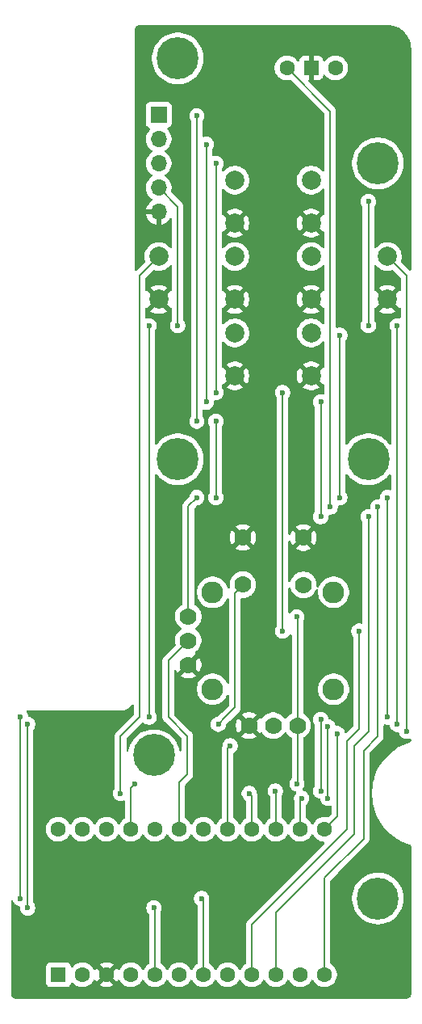
<source format=gbr>
%TF.GenerationSoftware,KiCad,Pcbnew,9.0.0*%
%TF.CreationDate,2025-04-04T15:17:04-04:00*%
%TF.ProjectId,right,72696768-742e-46b6-9963-61645f706362,rev?*%
%TF.SameCoordinates,Original*%
%TF.FileFunction,Copper,L1,Top*%
%TF.FilePolarity,Positive*%
%FSLAX46Y46*%
G04 Gerber Fmt 4.6, Leading zero omitted, Abs format (unit mm)*
G04 Created by KiCad (PCBNEW 9.0.0) date 2025-04-04 15:17:04*
%MOMM*%
%LPD*%
G01*
G04 APERTURE LIST*
%TA.AperFunction,ComponentPad*%
%ADD10C,2.000000*%
%TD*%
%TA.AperFunction,ComponentPad*%
%ADD11C,1.600000*%
%TD*%
%TA.AperFunction,ComponentPad*%
%ADD12R,1.500000X1.500000*%
%TD*%
%TA.AperFunction,ComponentPad*%
%ADD13C,4.400000*%
%TD*%
%TA.AperFunction,ComponentPad*%
%ADD14R,1.600000X1.600000*%
%TD*%
%TA.AperFunction,ComponentPad*%
%ADD15R,1.700000X1.700000*%
%TD*%
%TA.AperFunction,ComponentPad*%
%ADD16O,1.700000X1.700000*%
%TD*%
%TA.AperFunction,ComponentPad*%
%ADD17C,2.286000*%
%TD*%
%TA.AperFunction,ComponentPad*%
%ADD18C,1.778000*%
%TD*%
%TA.AperFunction,ViaPad*%
%ADD19C,0.600000*%
%TD*%
%TA.AperFunction,Conductor*%
%ADD20C,0.200000*%
%TD*%
G04 APERTURE END LIST*
D10*
%TO.P,SW2,1,1*%
%TO.N,Net-(U1-B1)*%
X123650000Y-67330000D03*
X131650000Y-67330000D03*
%TO.P,SW2,2,2*%
%TO.N,GND*%
X123650000Y-71830000D03*
X131650000Y-71830000D03*
%TD*%
D11*
%TO.P,SW5,1,A*%
%TO.N,Net-(SW5-A)*%
X137110000Y-47580000D03*
D12*
%TO.P,SW5,2,B*%
%TO.N,GND*%
X139650000Y-47580000D03*
D11*
%TO.P,SW5,3,C*%
%TO.N,unconnected-(SW5-C-Pad3)*%
X142190000Y-47580000D03*
%TD*%
D13*
%TO.P,REF\u002A\u002A,*%
%TO.N,*%
X146650000Y-134580000D03*
%TD*%
D10*
%TO.P,SW3,1,1*%
%TO.N,Net-(U1-B6)*%
X139650000Y-67330000D03*
X147650000Y-67330000D03*
%TO.P,SW3,2,2*%
%TO.N,GND*%
X139650000Y-71830000D03*
X147650000Y-71830000D03*
%TD*%
D13*
%TO.P,REF\u002A\u002A,*%
%TO.N,*%
X145650000Y-88580000D03*
%TD*%
D14*
%TO.P,U1,1,TX*%
%TO.N,unconnected-(U1-TX-Pad1)*%
X113110000Y-142580000D03*
D11*
%TO.P,U1,2,RX*%
%TO.N,unconnected-(U1-RX-Pad2)*%
X115650000Y-142580000D03*
%TO.P,U1,3,GND*%
%TO.N,GND*%
X118190000Y-142580000D03*
%TO.P,U1,4,GND*%
%TO.N,unconnected-(U1-GND-Pad4)*%
X120730000Y-142580000D03*
%TO.P,U1,5,SDA*%
%TO.N,Net-(U1-SDA)*%
X123270000Y-142580000D03*
%TO.P,U1,6,SCL*%
%TO.N,unconnected-(U1-SCL-Pad6)*%
X125810000Y-142580000D03*
%TO.P,U1,7,D4*%
%TO.N,Vertical*%
X128350000Y-142580000D03*
%TO.P,U1,8,C6*%
%TO.N,unconnected-(U1-C6-Pad8)*%
X130890000Y-142580000D03*
%TO.P,U1,9,D7*%
%TO.N,Horizontal*%
X133430000Y-142580000D03*
%TO.P,U1,10,E6*%
%TO.N,Button*%
X135970000Y-142580000D03*
%TO.P,U1,11,B4*%
%TO.N,unconnected-(U1-B4-Pad11)*%
X138510000Y-142580000D03*
%TO.P,U1,12,B5*%
%TO.N,Net-(SW5-A)*%
X141050000Y-142580000D03*
%TO.P,U1,13,B6*%
%TO.N,Net-(U1-B6)*%
X141050000Y-127340000D03*
%TO.P,U1,14,B2*%
%TO.N,Net-(U1-B2)*%
X138510000Y-127340000D03*
%TO.P,U1,15,B3*%
%TO.N,Net-(U1-B3)*%
X135970000Y-127340000D03*
%TO.P,U1,16,B1*%
%TO.N,Net-(U1-B1)*%
X133430000Y-127340000D03*
%TO.P,U1,17,F7*%
%TO.N,Net-(U1-F7)*%
X130890000Y-127340000D03*
%TO.P,U1,18,F6*%
%TO.N,unconnected-(U1-F6-Pad18)*%
X128350000Y-127340000D03*
%TO.P,U1,19,F5*%
%TO.N,Net-(U1-F5)*%
X125810000Y-127340000D03*
%TO.P,U1,20,F4*%
%TO.N,unconnected-(U1-F4-Pad20)*%
X123270000Y-127340000D03*
%TO.P,U1,21,VCC*%
%TO.N,VCC*%
X120730000Y-127340000D03*
%TO.P,U1,22,RST*%
%TO.N,unconnected-(U1-RST-Pad22)*%
X118190000Y-127340000D03*
%TO.P,U1,23,GND*%
%TO.N,unconnected-(U1-GND-Pad23)*%
X115650000Y-127340000D03*
%TO.P,U1,24,RAW*%
%TO.N,unconnected-(U1-RAW-Pad24)*%
X113110000Y-127340000D03*
%TD*%
D13*
%TO.P,REF\u002A\u002A,*%
%TO.N,*%
X123150000Y-119580000D03*
%TD*%
D10*
%TO.P,SW4,1,1*%
%TO.N,Net-(U1-B2)*%
X131650000Y-59330000D03*
X139650000Y-59330000D03*
%TO.P,SW4,2,2*%
%TO.N,GND*%
X131650000Y-63830000D03*
X139650000Y-63830000D03*
%TD*%
D15*
%TO.P,J1,1,Pin_1*%
%TO.N,VCC*%
X123650000Y-52500000D03*
D16*
%TO.P,J1,2,Pin_2*%
%TO.N,Button*%
X123650000Y-55040000D03*
%TO.P,J1,3,Pin_3*%
%TO.N,Horizontal*%
X123650000Y-57580000D03*
%TO.P,J1,4,Pin_4*%
%TO.N,Vertical*%
X123650000Y-60120000D03*
%TO.P,J1,5,Pin_5*%
%TO.N,GND*%
X123650000Y-62660000D03*
%TD*%
D13*
%TO.P,REF\u002A\u002A,*%
%TO.N,*%
X146650000Y-57580000D03*
%TD*%
D10*
%TO.P,SW1,1,1*%
%TO.N,Net-(U1-B3)*%
X131650000Y-75330000D03*
X139650000Y-75330000D03*
%TO.P,SW1,2,2*%
%TO.N,GND*%
X131650000Y-79830000D03*
X139650000Y-79830000D03*
%TD*%
D17*
%TO.P,U3,*%
%TO.N,*%
X129300000Y-102515200D03*
X129300000Y-112645200D03*
X142000000Y-102500000D03*
X142000000Y-112660000D03*
D18*
%TO.P,U3,1,GND*%
%TO.N,GND*%
X133125000Y-116455200D03*
%TO.P,U3,2,OUT2*%
%TO.N,Net-(U1-F7)*%
X135665000Y-116475200D03*
%TO.P,U3,3,VCC*%
%TO.N,VCC*%
X138205000Y-116455200D03*
%TO.P,U3,4,VCC*%
X126760000Y-105040000D03*
%TO.P,U3,5,OUT1*%
%TO.N,Net-(U1-F5)*%
X126745000Y-107565200D03*
%TO.P,U3,6,GND*%
%TO.N,GND*%
X126745000Y-110105200D03*
%TO.P,U3,7,B1*%
%TO.N,Net-(U1-SDA)*%
X132475000Y-101705200D03*
X138835000Y-101725200D03*
%TO.P,U3,8,B2*%
%TO.N,GND*%
X132475000Y-96765200D03*
X138825000Y-96785000D03*
%TD*%
D13*
%TO.P,REF\u002A\u002A,*%
%TO.N,*%
X125650000Y-46580000D03*
%TD*%
%TO.P,REF\u002A\u002A,*%
%TO.N,*%
X125650000Y-88580000D03*
%TD*%
D19*
%TO.N,GND*%
X131650000Y-132580000D03*
X145650000Y-143580000D03*
X116650000Y-132580000D03*
X109650000Y-142580000D03*
%TO.N,Vertical*%
X109150000Y-115580000D03*
X122650000Y-74580000D03*
X122650000Y-115580000D03*
X128150000Y-134580000D03*
X109150000Y-134580000D03*
X125650000Y-74580000D03*
%TO.N,Button*%
X128650000Y-82580000D03*
X140650000Y-94580000D03*
X128650000Y-55580000D03*
X145650000Y-94580000D03*
X140650000Y-82580000D03*
%TO.N,VCC*%
X129650000Y-84580000D03*
X129650000Y-92580000D03*
X127650000Y-84580000D03*
X127650000Y-52580000D03*
X138150000Y-105080000D03*
X127650000Y-92580000D03*
X121150000Y-122580000D03*
X138150000Y-122580000D03*
%TO.N,Horizontal*%
X136650000Y-106580000D03*
X144650000Y-106580000D03*
X129650000Y-81580000D03*
X129650000Y-57580000D03*
X136650000Y-81580000D03*
%TO.N,Net-(U1-B3)*%
X140650000Y-123330000D03*
X147650000Y-115580000D03*
X142650000Y-75580000D03*
X140650000Y-115830000D03*
X142650000Y-92580000D03*
X135900000Y-123330000D03*
X147650000Y-92580000D03*
%TO.N,Net-(U1-B1)*%
X133150000Y-123580000D03*
X119650000Y-123580000D03*
%TO.N,Net-(U1-B6)*%
X149650000Y-117080000D03*
X142400000Y-117330000D03*
%TO.N,Net-(U1-B2)*%
X138650000Y-124080000D03*
X141400000Y-124080000D03*
X145650000Y-74580000D03*
X148650000Y-74580000D03*
X145650000Y-61580000D03*
X148650000Y-116330000D03*
X141400000Y-116580000D03*
%TO.N,Net-(SW5-A)*%
X141650000Y-93580000D03*
X146650000Y-93580000D03*
%TO.N,Net-(U1-F7)*%
X131150000Y-118580000D03*
%TO.N,Net-(U1-SDA)*%
X109900000Y-116330000D03*
X123150000Y-135580000D03*
X109900000Y-135580000D03*
X129900000Y-116330000D03*
%TD*%
D20*
%TO.N,Vertical*%
X109150000Y-115580000D02*
X109150000Y-134580000D01*
X125650000Y-74580000D02*
X125650000Y-62120000D01*
X128150000Y-134580000D02*
X128350000Y-134780000D01*
X122650000Y-115580000D02*
X122650000Y-74580000D01*
X128350000Y-134780000D02*
X128350000Y-142580000D01*
X125650000Y-62120000D02*
X123650000Y-60120000D01*
%TO.N,Button*%
X145650000Y-94580000D02*
X145650000Y-117080000D01*
X144150000Y-118580000D02*
X144150000Y-127830000D01*
X135970000Y-136010000D02*
X135970000Y-142580000D01*
X140650000Y-82580000D02*
X140650000Y-94580000D01*
X144150000Y-127830000D02*
X135970000Y-136010000D01*
X128650000Y-82580000D02*
X128650000Y-55580000D01*
X145650000Y-117080000D02*
X144150000Y-118580000D01*
%TO.N,VCC*%
X127650000Y-84580000D02*
X127650000Y-53580000D01*
X120730000Y-123000000D02*
X121150000Y-122580000D01*
X127650000Y-52580000D02*
X127650000Y-53580000D01*
X138205000Y-122525000D02*
X138205000Y-116455200D01*
X126760000Y-105040000D02*
X126760000Y-93470000D01*
X138205000Y-105135000D02*
X138205000Y-116455200D01*
X126760000Y-93470000D02*
X127650000Y-92580000D01*
X129650000Y-92580000D02*
X129650000Y-84580000D01*
X138150000Y-105080000D02*
X138205000Y-105135000D01*
X138150000Y-122580000D02*
X138205000Y-122525000D01*
X120730000Y-127340000D02*
X120730000Y-123000000D01*
%TO.N,Horizontal*%
X129650000Y-81580000D02*
X129650000Y-57580000D01*
X143400000Y-118080000D02*
X143400000Y-127330000D01*
X136650000Y-106580000D02*
X136650000Y-81580000D01*
X143400000Y-127330000D02*
X133430000Y-137300000D01*
X144650000Y-106580000D02*
X144650000Y-116830000D01*
X144650000Y-116830000D02*
X143400000Y-118080000D01*
X133430000Y-137300000D02*
X133430000Y-142580000D01*
%TO.N,Net-(U1-B3)*%
X140650000Y-115830000D02*
X140650000Y-123330000D01*
X135900000Y-123330000D02*
X135970000Y-123400000D01*
X147650000Y-115660000D02*
X147650000Y-114580000D01*
X147650000Y-114580000D02*
X147650000Y-92580000D01*
X135970000Y-123400000D02*
X135970000Y-127340000D01*
X142650000Y-92580000D02*
X142650000Y-75580000D01*
X147650000Y-115580000D02*
X147650000Y-114580000D01*
%TO.N,Net-(U1-B1)*%
X119650000Y-123580000D02*
X119650000Y-117580000D01*
X121650000Y-69330000D02*
X123650000Y-67330000D01*
X119650000Y-117580000D02*
X121650000Y-115580000D01*
X133430000Y-127340000D02*
X133430000Y-123860000D01*
X121650000Y-115580000D02*
X121650000Y-69330000D01*
X133430000Y-123860000D02*
X133150000Y-123580000D01*
%TO.N,Net-(U1-B6)*%
X142400000Y-125990000D02*
X141050000Y-127340000D01*
X149650000Y-116580000D02*
X149650000Y-117080000D01*
X142400000Y-117330000D02*
X142400000Y-125990000D01*
X147650000Y-67330000D02*
X149650000Y-69330000D01*
X149650000Y-69330000D02*
X149650000Y-116580000D01*
%TO.N,Net-(U1-B2)*%
X145650000Y-74580000D02*
X145650000Y-61580000D01*
X141400000Y-116580000D02*
X141400000Y-124080000D01*
X148650000Y-116080000D02*
X148650000Y-116330000D01*
X138650000Y-124080000D02*
X138510000Y-124220000D01*
X138510000Y-124220000D02*
X138510000Y-127340000D01*
X148650000Y-116080000D02*
X148650000Y-74580000D01*
%TO.N,Net-(SW5-A)*%
X146650000Y-117580000D02*
X145150000Y-119080000D01*
X141650000Y-52120000D02*
X141650000Y-52580000D01*
X145150000Y-119080000D02*
X145150000Y-128330000D01*
X145150000Y-128330000D02*
X141050000Y-132430000D01*
X146650000Y-93580000D02*
X146650000Y-117580000D01*
X141650000Y-93580000D02*
X141650000Y-52580000D01*
X141050000Y-132430000D02*
X141050000Y-142580000D01*
X137110000Y-47580000D02*
X141650000Y-52120000D01*
%TO.N,Net-(U1-F5)*%
X125810000Y-122420000D02*
X125810000Y-127340000D01*
X126650000Y-121580000D02*
X125810000Y-122420000D01*
X124650000Y-115580000D02*
X124650000Y-109660200D01*
X124650000Y-109660200D02*
X126745000Y-107565200D01*
X124650000Y-115580000D02*
X126650000Y-117580000D01*
X126650000Y-117580000D02*
X126650000Y-121580000D01*
%TO.N,Net-(U1-F7)*%
X130890000Y-118840000D02*
X131150000Y-118580000D01*
X130890000Y-127340000D02*
X130890000Y-118840000D01*
%TO.N,Net-(U1-SDA)*%
X131650000Y-114580000D02*
X130650000Y-115580000D01*
X123270000Y-135700000D02*
X123270000Y-142580000D01*
X132475000Y-101705200D02*
X132475000Y-101755000D01*
X131650000Y-102580000D02*
X131650000Y-114580000D01*
X109900000Y-116330000D02*
X109900000Y-135580000D01*
X132475000Y-101755000D02*
X131650000Y-102580000D01*
X130650000Y-115580000D02*
X129900000Y-116330000D01*
X123150000Y-135580000D02*
X123270000Y-135700000D01*
%TD*%
%TA.AperFunction,Conductor*%
%TO.N,GND*%
G36*
X121019212Y-114300370D02*
G01*
X121048238Y-114363925D01*
X121049500Y-114381573D01*
X121049500Y-115279902D01*
X121029815Y-115346941D01*
X121013181Y-115367583D01*
X119169481Y-117211282D01*
X119169479Y-117211285D01*
X119124385Y-117289392D01*
X119124384Y-117289393D01*
X119090423Y-117348214D01*
X119090423Y-117348215D01*
X119049499Y-117500943D01*
X119049499Y-117500945D01*
X119049499Y-117669046D01*
X119049500Y-117669059D01*
X119049500Y-123000234D01*
X119029815Y-123067273D01*
X119028602Y-123069125D01*
X118940609Y-123200814D01*
X118940602Y-123200827D01*
X118880264Y-123346498D01*
X118880261Y-123346510D01*
X118849500Y-123501153D01*
X118849500Y-123658846D01*
X118880261Y-123813489D01*
X118880264Y-123813501D01*
X118940602Y-123959172D01*
X118940609Y-123959185D01*
X119028210Y-124090288D01*
X119028213Y-124090292D01*
X119139707Y-124201786D01*
X119139711Y-124201789D01*
X119270814Y-124289390D01*
X119270827Y-124289397D01*
X119416498Y-124349735D01*
X119416503Y-124349737D01*
X119571153Y-124380499D01*
X119571156Y-124380500D01*
X119571158Y-124380500D01*
X119728844Y-124380500D01*
X119728845Y-124380499D01*
X119883497Y-124349737D01*
X119958049Y-124318856D01*
X120027516Y-124311388D01*
X120089996Y-124342663D01*
X120125648Y-124402752D01*
X120129500Y-124433418D01*
X120129500Y-126110397D01*
X120109815Y-126177436D01*
X120061800Y-126220879D01*
X120048389Y-126227712D01*
X119882786Y-126348028D01*
X119738028Y-126492786D01*
X119617715Y-126658386D01*
X119570485Y-126751080D01*
X119522510Y-126801876D01*
X119454689Y-126818671D01*
X119388554Y-126796134D01*
X119349515Y-126751080D01*
X119340752Y-126733882D01*
X119302287Y-126658390D01*
X119294556Y-126647749D01*
X119181971Y-126492786D01*
X119037213Y-126348028D01*
X118871613Y-126227715D01*
X118871612Y-126227714D01*
X118871610Y-126227713D01*
X118814653Y-126198691D01*
X118689223Y-126134781D01*
X118494534Y-126071522D01*
X118319995Y-126043878D01*
X118292352Y-126039500D01*
X118087648Y-126039500D01*
X118063329Y-126043351D01*
X117885465Y-126071522D01*
X117690776Y-126134781D01*
X117508386Y-126227715D01*
X117342786Y-126348028D01*
X117198028Y-126492786D01*
X117077715Y-126658386D01*
X117030485Y-126751080D01*
X116982510Y-126801876D01*
X116914689Y-126818671D01*
X116848554Y-126796134D01*
X116809515Y-126751080D01*
X116800752Y-126733882D01*
X116762287Y-126658390D01*
X116754556Y-126647749D01*
X116641971Y-126492786D01*
X116497213Y-126348028D01*
X116331613Y-126227715D01*
X116331612Y-126227714D01*
X116331610Y-126227713D01*
X116274653Y-126198691D01*
X116149223Y-126134781D01*
X115954534Y-126071522D01*
X115779995Y-126043878D01*
X115752352Y-126039500D01*
X115547648Y-126039500D01*
X115523329Y-126043351D01*
X115345465Y-126071522D01*
X115150776Y-126134781D01*
X114968386Y-126227715D01*
X114802786Y-126348028D01*
X114658028Y-126492786D01*
X114537715Y-126658386D01*
X114490485Y-126751080D01*
X114442510Y-126801876D01*
X114374689Y-126818671D01*
X114308554Y-126796134D01*
X114269515Y-126751080D01*
X114260752Y-126733882D01*
X114222287Y-126658390D01*
X114214556Y-126647749D01*
X114101971Y-126492786D01*
X113957213Y-126348028D01*
X113791613Y-126227715D01*
X113791612Y-126227714D01*
X113791610Y-126227713D01*
X113734653Y-126198691D01*
X113609223Y-126134781D01*
X113414534Y-126071522D01*
X113239995Y-126043878D01*
X113212352Y-126039500D01*
X113007648Y-126039500D01*
X112983329Y-126043351D01*
X112805465Y-126071522D01*
X112610776Y-126134781D01*
X112428386Y-126227715D01*
X112262786Y-126348028D01*
X112118028Y-126492786D01*
X111997715Y-126658386D01*
X111904781Y-126840776D01*
X111841522Y-127035465D01*
X111809500Y-127237648D01*
X111809500Y-127442351D01*
X111841522Y-127644534D01*
X111904781Y-127839223D01*
X111968691Y-127964653D01*
X111991606Y-128009625D01*
X111997715Y-128021613D01*
X112118028Y-128187213D01*
X112262786Y-128331971D01*
X112417749Y-128444556D01*
X112428390Y-128452287D01*
X112544607Y-128511503D01*
X112610776Y-128545218D01*
X112610778Y-128545218D01*
X112610781Y-128545220D01*
X112676182Y-128566470D01*
X112805465Y-128608477D01*
X112903189Y-128623955D01*
X113007648Y-128640500D01*
X113007649Y-128640500D01*
X113212351Y-128640500D01*
X113212352Y-128640500D01*
X113414534Y-128608477D01*
X113609219Y-128545220D01*
X113791610Y-128452287D01*
X113884590Y-128384732D01*
X113957213Y-128331971D01*
X113957215Y-128331968D01*
X113957219Y-128331966D01*
X114101966Y-128187219D01*
X114101968Y-128187215D01*
X114101971Y-128187213D01*
X114222284Y-128021614D01*
X114222285Y-128021613D01*
X114222287Y-128021610D01*
X114269516Y-127928917D01*
X114317489Y-127878123D01*
X114385310Y-127861328D01*
X114451445Y-127883865D01*
X114490485Y-127928919D01*
X114537715Y-128021614D01*
X114658028Y-128187213D01*
X114802786Y-128331971D01*
X114957749Y-128444556D01*
X114968390Y-128452287D01*
X115084607Y-128511503D01*
X115150776Y-128545218D01*
X115150778Y-128545218D01*
X115150781Y-128545220D01*
X115216182Y-128566470D01*
X115345465Y-128608477D01*
X115443189Y-128623955D01*
X115547648Y-128640500D01*
X115547649Y-128640500D01*
X115752351Y-128640500D01*
X115752352Y-128640500D01*
X115954534Y-128608477D01*
X116149219Y-128545220D01*
X116331610Y-128452287D01*
X116424590Y-128384732D01*
X116497213Y-128331971D01*
X116497215Y-128331968D01*
X116497219Y-128331966D01*
X116641966Y-128187219D01*
X116641968Y-128187215D01*
X116641971Y-128187213D01*
X116762284Y-128021614D01*
X116762285Y-128021613D01*
X116762287Y-128021610D01*
X116809516Y-127928917D01*
X116857489Y-127878123D01*
X116925310Y-127861328D01*
X116991445Y-127883865D01*
X117030485Y-127928919D01*
X117077715Y-128021614D01*
X117198028Y-128187213D01*
X117342786Y-128331971D01*
X117497749Y-128444556D01*
X117508390Y-128452287D01*
X117624607Y-128511503D01*
X117690776Y-128545218D01*
X117690778Y-128545218D01*
X117690781Y-128545220D01*
X117756182Y-128566470D01*
X117885465Y-128608477D01*
X117983189Y-128623955D01*
X118087648Y-128640500D01*
X118087649Y-128640500D01*
X118292351Y-128640500D01*
X118292352Y-128640500D01*
X118494534Y-128608477D01*
X118689219Y-128545220D01*
X118871610Y-128452287D01*
X118964590Y-128384732D01*
X119037213Y-128331971D01*
X119037215Y-128331968D01*
X119037219Y-128331966D01*
X119181966Y-128187219D01*
X119181968Y-128187215D01*
X119181971Y-128187213D01*
X119302284Y-128021614D01*
X119302285Y-128021613D01*
X119302287Y-128021610D01*
X119349516Y-127928917D01*
X119397489Y-127878123D01*
X119465310Y-127861328D01*
X119531445Y-127883865D01*
X119570485Y-127928919D01*
X119617715Y-128021614D01*
X119738028Y-128187213D01*
X119882786Y-128331971D01*
X120037749Y-128444556D01*
X120048390Y-128452287D01*
X120164607Y-128511503D01*
X120230776Y-128545218D01*
X120230778Y-128545218D01*
X120230781Y-128545220D01*
X120296182Y-128566470D01*
X120425465Y-128608477D01*
X120523189Y-128623955D01*
X120627648Y-128640500D01*
X120627649Y-128640500D01*
X120832351Y-128640500D01*
X120832352Y-128640500D01*
X121034534Y-128608477D01*
X121229219Y-128545220D01*
X121411610Y-128452287D01*
X121504590Y-128384732D01*
X121577213Y-128331971D01*
X121577215Y-128331968D01*
X121577219Y-128331966D01*
X121721966Y-128187219D01*
X121721968Y-128187215D01*
X121721971Y-128187213D01*
X121842284Y-128021614D01*
X121842285Y-128021613D01*
X121842287Y-128021610D01*
X121889516Y-127928917D01*
X121937489Y-127878123D01*
X122005310Y-127861328D01*
X122071445Y-127883865D01*
X122110485Y-127928919D01*
X122157715Y-128021614D01*
X122278028Y-128187213D01*
X122422786Y-128331971D01*
X122577749Y-128444556D01*
X122588390Y-128452287D01*
X122704607Y-128511503D01*
X122770776Y-128545218D01*
X122770778Y-128545218D01*
X122770781Y-128545220D01*
X122836182Y-128566470D01*
X122965465Y-128608477D01*
X123063189Y-128623955D01*
X123167648Y-128640500D01*
X123167649Y-128640500D01*
X123372351Y-128640500D01*
X123372352Y-128640500D01*
X123574534Y-128608477D01*
X123769219Y-128545220D01*
X123951610Y-128452287D01*
X124044590Y-128384732D01*
X124117213Y-128331971D01*
X124117215Y-128331968D01*
X124117219Y-128331966D01*
X124261966Y-128187219D01*
X124261968Y-128187215D01*
X124261971Y-128187213D01*
X124382284Y-128021614D01*
X124382285Y-128021613D01*
X124382287Y-128021610D01*
X124429516Y-127928917D01*
X124477489Y-127878123D01*
X124545310Y-127861328D01*
X124611445Y-127883865D01*
X124650485Y-127928919D01*
X124697715Y-128021614D01*
X124818028Y-128187213D01*
X124962786Y-128331971D01*
X125117749Y-128444556D01*
X125128390Y-128452287D01*
X125244607Y-128511503D01*
X125310776Y-128545218D01*
X125310778Y-128545218D01*
X125310781Y-128545220D01*
X125376182Y-128566470D01*
X125505465Y-128608477D01*
X125603189Y-128623955D01*
X125707648Y-128640500D01*
X125707649Y-128640500D01*
X125912351Y-128640500D01*
X125912352Y-128640500D01*
X126114534Y-128608477D01*
X126309219Y-128545220D01*
X126491610Y-128452287D01*
X126584590Y-128384732D01*
X126657213Y-128331971D01*
X126657215Y-128331968D01*
X126657219Y-128331966D01*
X126801966Y-128187219D01*
X126801968Y-128187215D01*
X126801971Y-128187213D01*
X126922284Y-128021614D01*
X126922285Y-128021613D01*
X126922287Y-128021610D01*
X126969516Y-127928917D01*
X127017489Y-127878123D01*
X127085310Y-127861328D01*
X127151445Y-127883865D01*
X127190485Y-127928919D01*
X127237715Y-128021614D01*
X127358028Y-128187213D01*
X127502786Y-128331971D01*
X127657749Y-128444556D01*
X127668390Y-128452287D01*
X127784607Y-128511503D01*
X127850776Y-128545218D01*
X127850778Y-128545218D01*
X127850781Y-128545220D01*
X127916182Y-128566470D01*
X128045465Y-128608477D01*
X128143189Y-128623955D01*
X128247648Y-128640500D01*
X128247649Y-128640500D01*
X128452351Y-128640500D01*
X128452352Y-128640500D01*
X128654534Y-128608477D01*
X128849219Y-128545220D01*
X129031610Y-128452287D01*
X129124590Y-128384732D01*
X129197213Y-128331971D01*
X129197215Y-128331968D01*
X129197219Y-128331966D01*
X129341966Y-128187219D01*
X129341968Y-128187215D01*
X129341971Y-128187213D01*
X129462284Y-128021614D01*
X129462285Y-128021613D01*
X129462287Y-128021610D01*
X129509516Y-127928917D01*
X129557489Y-127878123D01*
X129625310Y-127861328D01*
X129691445Y-127883865D01*
X129730485Y-127928919D01*
X129777715Y-128021614D01*
X129898028Y-128187213D01*
X130042786Y-128331971D01*
X130197749Y-128444556D01*
X130208390Y-128452287D01*
X130324607Y-128511503D01*
X130390776Y-128545218D01*
X130390778Y-128545218D01*
X130390781Y-128545220D01*
X130456182Y-128566470D01*
X130585465Y-128608477D01*
X130683189Y-128623955D01*
X130787648Y-128640500D01*
X130787649Y-128640500D01*
X130992351Y-128640500D01*
X130992352Y-128640500D01*
X131194534Y-128608477D01*
X131389219Y-128545220D01*
X131571610Y-128452287D01*
X131664590Y-128384732D01*
X131737213Y-128331971D01*
X131737215Y-128331968D01*
X131737219Y-128331966D01*
X131881966Y-128187219D01*
X131881968Y-128187215D01*
X131881971Y-128187213D01*
X132002284Y-128021614D01*
X132002285Y-128021613D01*
X132002287Y-128021610D01*
X132049516Y-127928917D01*
X132097489Y-127878123D01*
X132165310Y-127861328D01*
X132231445Y-127883865D01*
X132270485Y-127928919D01*
X132317715Y-128021614D01*
X132438028Y-128187213D01*
X132582786Y-128331971D01*
X132737749Y-128444556D01*
X132748390Y-128452287D01*
X132864607Y-128511503D01*
X132930776Y-128545218D01*
X132930778Y-128545218D01*
X132930781Y-128545220D01*
X132996182Y-128566470D01*
X133125465Y-128608477D01*
X133223189Y-128623955D01*
X133327648Y-128640500D01*
X133327649Y-128640500D01*
X133532351Y-128640500D01*
X133532352Y-128640500D01*
X133734534Y-128608477D01*
X133929219Y-128545220D01*
X134111610Y-128452287D01*
X134204590Y-128384732D01*
X134277213Y-128331971D01*
X134277215Y-128331968D01*
X134277219Y-128331966D01*
X134421966Y-128187219D01*
X134421968Y-128187215D01*
X134421971Y-128187213D01*
X134542284Y-128021614D01*
X134542285Y-128021613D01*
X134542287Y-128021610D01*
X134589516Y-127928917D01*
X134637489Y-127878123D01*
X134705310Y-127861328D01*
X134771445Y-127883865D01*
X134810485Y-127928919D01*
X134857715Y-128021614D01*
X134978028Y-128187213D01*
X135122786Y-128331971D01*
X135277749Y-128444556D01*
X135288390Y-128452287D01*
X135404607Y-128511503D01*
X135470776Y-128545218D01*
X135470778Y-128545218D01*
X135470781Y-128545220D01*
X135536182Y-128566470D01*
X135665465Y-128608477D01*
X135763189Y-128623955D01*
X135867648Y-128640500D01*
X135867649Y-128640500D01*
X136072351Y-128640500D01*
X136072352Y-128640500D01*
X136274534Y-128608477D01*
X136469219Y-128545220D01*
X136651610Y-128452287D01*
X136744590Y-128384732D01*
X136817213Y-128331971D01*
X136817215Y-128331968D01*
X136817219Y-128331966D01*
X136961966Y-128187219D01*
X136961968Y-128187215D01*
X136961971Y-128187213D01*
X137082284Y-128021614D01*
X137082285Y-128021613D01*
X137082287Y-128021610D01*
X137129516Y-127928917D01*
X137177489Y-127878123D01*
X137245310Y-127861328D01*
X137311445Y-127883865D01*
X137350485Y-127928919D01*
X137397715Y-128021614D01*
X137518028Y-128187213D01*
X137662786Y-128331971D01*
X137817749Y-128444556D01*
X137828390Y-128452287D01*
X137944607Y-128511503D01*
X138010776Y-128545218D01*
X138010778Y-128545218D01*
X138010781Y-128545220D01*
X138076182Y-128566470D01*
X138205465Y-128608477D01*
X138303189Y-128623955D01*
X138407648Y-128640500D01*
X138407649Y-128640500D01*
X138612351Y-128640500D01*
X138612352Y-128640500D01*
X138814534Y-128608477D01*
X139009219Y-128545220D01*
X139191610Y-128452287D01*
X139284590Y-128384732D01*
X139357213Y-128331971D01*
X139357215Y-128331968D01*
X139357219Y-128331966D01*
X139501966Y-128187219D01*
X139501968Y-128187215D01*
X139501971Y-128187213D01*
X139622284Y-128021614D01*
X139622285Y-128021613D01*
X139622287Y-128021610D01*
X139669516Y-127928917D01*
X139717489Y-127878123D01*
X139785310Y-127861328D01*
X139851445Y-127883865D01*
X139890485Y-127928919D01*
X139937715Y-128021614D01*
X140058028Y-128187213D01*
X140202786Y-128331971D01*
X140357749Y-128444556D01*
X140368390Y-128452287D01*
X140484607Y-128511503D01*
X140550776Y-128545218D01*
X140550778Y-128545218D01*
X140550781Y-128545220D01*
X140616182Y-128566470D01*
X140745465Y-128608477D01*
X140796011Y-128616482D01*
X140947648Y-128640500D01*
X140947651Y-128640500D01*
X140950771Y-128640746D01*
X140951886Y-128641171D01*
X140952460Y-128641262D01*
X140952440Y-128641382D01*
X141016059Y-128665632D01*
X141057528Y-128721864D01*
X141062012Y-128791590D01*
X141028719Y-128852044D01*
X133061286Y-136819478D01*
X132949481Y-136931282D01*
X132949479Y-136931285D01*
X132899361Y-137018094D01*
X132899359Y-137018096D01*
X132870425Y-137068209D01*
X132870424Y-137068210D01*
X132870423Y-137068215D01*
X132829499Y-137220943D01*
X132829499Y-137220945D01*
X132829499Y-137389046D01*
X132829500Y-137389059D01*
X132829500Y-141350397D01*
X132809815Y-141417436D01*
X132761800Y-141460879D01*
X132748389Y-141467712D01*
X132582786Y-141588028D01*
X132438028Y-141732786D01*
X132317715Y-141898386D01*
X132270485Y-141991080D01*
X132222510Y-142041876D01*
X132154689Y-142058671D01*
X132088554Y-142036134D01*
X132049515Y-141991080D01*
X132002420Y-141898652D01*
X132002287Y-141898390D01*
X131970092Y-141854077D01*
X131881971Y-141732786D01*
X131737213Y-141588028D01*
X131571613Y-141467715D01*
X131571612Y-141467714D01*
X131571610Y-141467713D01*
X131514653Y-141438691D01*
X131389223Y-141374781D01*
X131194534Y-141311522D01*
X131019995Y-141283878D01*
X130992352Y-141279500D01*
X130787648Y-141279500D01*
X130763329Y-141283351D01*
X130585465Y-141311522D01*
X130390776Y-141374781D01*
X130208386Y-141467715D01*
X130042786Y-141588028D01*
X129898028Y-141732786D01*
X129777715Y-141898386D01*
X129730485Y-141991080D01*
X129682510Y-142041876D01*
X129614689Y-142058671D01*
X129548554Y-142036134D01*
X129509515Y-141991080D01*
X129462420Y-141898652D01*
X129462287Y-141898390D01*
X129430092Y-141854077D01*
X129341971Y-141732786D01*
X129197213Y-141588028D01*
X129031610Y-141467712D01*
X129018200Y-141460879D01*
X128967406Y-141412903D01*
X128950500Y-141350397D01*
X128950500Y-134869639D01*
X128950500Y-134859061D01*
X128950501Y-134859058D01*
X128950501Y-134700943D01*
X128948909Y-134695006D01*
X128948781Y-134680848D01*
X128950534Y-134674667D01*
X128950851Y-134664995D01*
X128949903Y-134664902D01*
X128950500Y-134658843D01*
X128950500Y-134501155D01*
X128950499Y-134501153D01*
X128936016Y-134428343D01*
X128919737Y-134346503D01*
X128910938Y-134325261D01*
X128859397Y-134200827D01*
X128859390Y-134200814D01*
X128771789Y-134069711D01*
X128771786Y-134069707D01*
X128660292Y-133958213D01*
X128660288Y-133958210D01*
X128529185Y-133870609D01*
X128529172Y-133870602D01*
X128383501Y-133810264D01*
X128383489Y-133810261D01*
X128228845Y-133779500D01*
X128228842Y-133779500D01*
X128071158Y-133779500D01*
X128071155Y-133779500D01*
X127916510Y-133810261D01*
X127916498Y-133810264D01*
X127770827Y-133870602D01*
X127770814Y-133870609D01*
X127639711Y-133958210D01*
X127639707Y-133958213D01*
X127528213Y-134069707D01*
X127528210Y-134069711D01*
X127440609Y-134200814D01*
X127440602Y-134200827D01*
X127380264Y-134346498D01*
X127380261Y-134346510D01*
X127349500Y-134501153D01*
X127349500Y-134658846D01*
X127380261Y-134813489D01*
X127380264Y-134813501D01*
X127440602Y-134959172D01*
X127440609Y-134959185D01*
X127528210Y-135090288D01*
X127528213Y-135090292D01*
X127639706Y-135201785D01*
X127639709Y-135201787D01*
X127639711Y-135201789D01*
X127694391Y-135238325D01*
X127739195Y-135291935D01*
X127749500Y-135341426D01*
X127749500Y-141350397D01*
X127729815Y-141417436D01*
X127681800Y-141460879D01*
X127668389Y-141467712D01*
X127502786Y-141588028D01*
X127358028Y-141732786D01*
X127237715Y-141898386D01*
X127190485Y-141991080D01*
X127142510Y-142041876D01*
X127074689Y-142058671D01*
X127008554Y-142036134D01*
X126969515Y-141991080D01*
X126922420Y-141898652D01*
X126922287Y-141898390D01*
X126890092Y-141854077D01*
X126801971Y-141732786D01*
X126657213Y-141588028D01*
X126491613Y-141467715D01*
X126491612Y-141467714D01*
X126491610Y-141467713D01*
X126434653Y-141438691D01*
X126309223Y-141374781D01*
X126114534Y-141311522D01*
X125939995Y-141283878D01*
X125912352Y-141279500D01*
X125707648Y-141279500D01*
X125683329Y-141283351D01*
X125505465Y-141311522D01*
X125310776Y-141374781D01*
X125128386Y-141467715D01*
X124962786Y-141588028D01*
X124818028Y-141732786D01*
X124697715Y-141898386D01*
X124650485Y-141991080D01*
X124602510Y-142041876D01*
X124534689Y-142058671D01*
X124468554Y-142036134D01*
X124429515Y-141991080D01*
X124382420Y-141898652D01*
X124382287Y-141898390D01*
X124350092Y-141854077D01*
X124261971Y-141732786D01*
X124117213Y-141588028D01*
X123951610Y-141467712D01*
X123938200Y-141460879D01*
X123887406Y-141412903D01*
X123870500Y-141350397D01*
X123870500Y-135957031D01*
X123879939Y-135909578D01*
X123919737Y-135813497D01*
X123950500Y-135658842D01*
X123950500Y-135501158D01*
X123950500Y-135501155D01*
X123950499Y-135501153D01*
X123919738Y-135346510D01*
X123919737Y-135346503D01*
X123912392Y-135328771D01*
X123859397Y-135200827D01*
X123859390Y-135200814D01*
X123771789Y-135069711D01*
X123771786Y-135069707D01*
X123660292Y-134958213D01*
X123660288Y-134958210D01*
X123529185Y-134870609D01*
X123529172Y-134870602D01*
X123383501Y-134810264D01*
X123383489Y-134810261D01*
X123228845Y-134779500D01*
X123228842Y-134779500D01*
X123071158Y-134779500D01*
X123071155Y-134779500D01*
X122916510Y-134810261D01*
X122916498Y-134810264D01*
X122770827Y-134870602D01*
X122770814Y-134870609D01*
X122639711Y-134958210D01*
X122639707Y-134958213D01*
X122528213Y-135069707D01*
X122528210Y-135069711D01*
X122440609Y-135200814D01*
X122440602Y-135200827D01*
X122380264Y-135346498D01*
X122380261Y-135346510D01*
X122349500Y-135501153D01*
X122349500Y-135658846D01*
X122380261Y-135813489D01*
X122380264Y-135813501D01*
X122440602Y-135959172D01*
X122440609Y-135959185D01*
X122528210Y-136090288D01*
X122528213Y-136090292D01*
X122633181Y-136195260D01*
X122666666Y-136256583D01*
X122669500Y-136282941D01*
X122669500Y-141350397D01*
X122649815Y-141417436D01*
X122601800Y-141460879D01*
X122588389Y-141467712D01*
X122422786Y-141588028D01*
X122278028Y-141732786D01*
X122157715Y-141898386D01*
X122110485Y-141991080D01*
X122062510Y-142041876D01*
X121994689Y-142058671D01*
X121928554Y-142036134D01*
X121889515Y-141991080D01*
X121842420Y-141898652D01*
X121842287Y-141898390D01*
X121810092Y-141854077D01*
X121721971Y-141732786D01*
X121577213Y-141588028D01*
X121411613Y-141467715D01*
X121411612Y-141467714D01*
X121411610Y-141467713D01*
X121354653Y-141438691D01*
X121229223Y-141374781D01*
X121034534Y-141311522D01*
X120859995Y-141283878D01*
X120832352Y-141279500D01*
X120627648Y-141279500D01*
X120603329Y-141283351D01*
X120425465Y-141311522D01*
X120230776Y-141374781D01*
X120048386Y-141467715D01*
X119882786Y-141588028D01*
X119738028Y-141732786D01*
X119617713Y-141898388D01*
X119570203Y-141991630D01*
X119522228Y-142042426D01*
X119454407Y-142059220D01*
X119388272Y-142036682D01*
X119349234Y-141991628D01*
X119301861Y-141898652D01*
X119269474Y-141854077D01*
X119269474Y-141854076D01*
X118713787Y-142409764D01*
X118702518Y-142367708D01*
X118630110Y-142242292D01*
X118527708Y-142139890D01*
X118402292Y-142067482D01*
X118360233Y-142056212D01*
X118915922Y-141500524D01*
X118915921Y-141500523D01*
X118871359Y-141468147D01*
X118871350Y-141468141D01*
X118689031Y-141375244D01*
X118494417Y-141312009D01*
X118292317Y-141280000D01*
X118087683Y-141280000D01*
X117885582Y-141312009D01*
X117690968Y-141375244D01*
X117508644Y-141468143D01*
X117464077Y-141500523D01*
X117464077Y-141500524D01*
X118019766Y-142056212D01*
X117977708Y-142067482D01*
X117852292Y-142139890D01*
X117749890Y-142242292D01*
X117677482Y-142367708D01*
X117666212Y-142409765D01*
X117110524Y-141854077D01*
X117110523Y-141854077D01*
X117078143Y-141898644D01*
X117030765Y-141991630D01*
X116982790Y-142042426D01*
X116914969Y-142059221D01*
X116848834Y-142036683D01*
X116809795Y-141991630D01*
X116762284Y-141898385D01*
X116641971Y-141732786D01*
X116497213Y-141588028D01*
X116331613Y-141467715D01*
X116331612Y-141467714D01*
X116331610Y-141467713D01*
X116274653Y-141438691D01*
X116149223Y-141374781D01*
X115954534Y-141311522D01*
X115779995Y-141283878D01*
X115752352Y-141279500D01*
X115547648Y-141279500D01*
X115523329Y-141283351D01*
X115345465Y-141311522D01*
X115150776Y-141374781D01*
X114968386Y-141467715D01*
X114802786Y-141588028D01*
X114658032Y-141732782D01*
X114631668Y-141769070D01*
X114576338Y-141811735D01*
X114506724Y-141817714D01*
X114444929Y-141785108D01*
X114410572Y-141724269D01*
X114408060Y-141709438D01*
X114407640Y-141705533D01*
X114404091Y-141672517D01*
X114353796Y-141537669D01*
X114353795Y-141537668D01*
X114353793Y-141537664D01*
X114267547Y-141422455D01*
X114267544Y-141422452D01*
X114152335Y-141336206D01*
X114152328Y-141336202D01*
X114017482Y-141285908D01*
X114017483Y-141285908D01*
X113957883Y-141279501D01*
X113957881Y-141279500D01*
X113957873Y-141279500D01*
X113957864Y-141279500D01*
X112262129Y-141279500D01*
X112262123Y-141279501D01*
X112202516Y-141285908D01*
X112067671Y-141336202D01*
X112067664Y-141336206D01*
X111952455Y-141422452D01*
X111952452Y-141422455D01*
X111866206Y-141537664D01*
X111866202Y-141537671D01*
X111815908Y-141672517D01*
X111809501Y-141732116D01*
X111809500Y-141732135D01*
X111809500Y-143427870D01*
X111809501Y-143427876D01*
X111815908Y-143487483D01*
X111866202Y-143622328D01*
X111866206Y-143622335D01*
X111952452Y-143737544D01*
X111952455Y-143737547D01*
X112067664Y-143823793D01*
X112067671Y-143823797D01*
X112202517Y-143874091D01*
X112202516Y-143874091D01*
X112209444Y-143874835D01*
X112262127Y-143880500D01*
X113957872Y-143880499D01*
X114017483Y-143874091D01*
X114152331Y-143823796D01*
X114267546Y-143737546D01*
X114353796Y-143622331D01*
X114404091Y-143487483D01*
X114408061Y-143450556D01*
X114434796Y-143386011D01*
X114492188Y-143346161D01*
X114562013Y-143343666D01*
X114622102Y-143379317D01*
X114631667Y-143390929D01*
X114658032Y-143427217D01*
X114802786Y-143571971D01*
X114923226Y-143659474D01*
X114968390Y-143692287D01*
X115057212Y-143737544D01*
X115150776Y-143785218D01*
X115150778Y-143785218D01*
X115150781Y-143785220D01*
X115255137Y-143819127D01*
X115345465Y-143848477D01*
X115446557Y-143864488D01*
X115547648Y-143880500D01*
X115547649Y-143880500D01*
X115752351Y-143880500D01*
X115752352Y-143880500D01*
X115954534Y-143848477D01*
X116149219Y-143785220D01*
X116331610Y-143692287D01*
X116427901Y-143622328D01*
X116497213Y-143571971D01*
X116497215Y-143571968D01*
X116497219Y-143571966D01*
X116641966Y-143427219D01*
X116641968Y-143427215D01*
X116641971Y-143427213D01*
X116762286Y-143261611D01*
X116762415Y-143261359D01*
X116809795Y-143168369D01*
X116857769Y-143117573D01*
X116925590Y-143100778D01*
X116991725Y-143123315D01*
X117030765Y-143168369D01*
X117078141Y-143261350D01*
X117078147Y-143261359D01*
X117110523Y-143305921D01*
X117110524Y-143305922D01*
X117666212Y-142750234D01*
X117677482Y-142792292D01*
X117749890Y-142917708D01*
X117852292Y-143020110D01*
X117977708Y-143092518D01*
X118019765Y-143103787D01*
X117464076Y-143659474D01*
X117508650Y-143691859D01*
X117690968Y-143784755D01*
X117885582Y-143847990D01*
X118087683Y-143880000D01*
X118292317Y-143880000D01*
X118494417Y-143847990D01*
X118689031Y-143784755D01*
X118871349Y-143691859D01*
X118915921Y-143659474D01*
X118360234Y-143103787D01*
X118402292Y-143092518D01*
X118527708Y-143020110D01*
X118630110Y-142917708D01*
X118702518Y-142792292D01*
X118713787Y-142750235D01*
X119269474Y-143305922D01*
X119269474Y-143305921D01*
X119301861Y-143261347D01*
X119301861Y-143261346D01*
X119349234Y-143168371D01*
X119397208Y-143117575D01*
X119465028Y-143100779D01*
X119531164Y-143123316D01*
X119570203Y-143168369D01*
X119617713Y-143261611D01*
X119738028Y-143427213D01*
X119882786Y-143571971D01*
X120003226Y-143659474D01*
X120048390Y-143692287D01*
X120137212Y-143737544D01*
X120230776Y-143785218D01*
X120230778Y-143785218D01*
X120230781Y-143785220D01*
X120335137Y-143819127D01*
X120425465Y-143848477D01*
X120526557Y-143864488D01*
X120627648Y-143880500D01*
X120627649Y-143880500D01*
X120832351Y-143880500D01*
X120832352Y-143880500D01*
X121034534Y-143848477D01*
X121229219Y-143785220D01*
X121411610Y-143692287D01*
X121507901Y-143622328D01*
X121577213Y-143571971D01*
X121577215Y-143571968D01*
X121577219Y-143571966D01*
X121721966Y-143427219D01*
X121721968Y-143427215D01*
X121721971Y-143427213D01*
X121842284Y-143261614D01*
X121842286Y-143261611D01*
X121842287Y-143261610D01*
X121889516Y-143168917D01*
X121937489Y-143118123D01*
X122005310Y-143101328D01*
X122071445Y-143123865D01*
X122110485Y-143168919D01*
X122157715Y-143261614D01*
X122278028Y-143427213D01*
X122422786Y-143571971D01*
X122543226Y-143659474D01*
X122588390Y-143692287D01*
X122677212Y-143737544D01*
X122770776Y-143785218D01*
X122770778Y-143785218D01*
X122770781Y-143785220D01*
X122875137Y-143819127D01*
X122965465Y-143848477D01*
X123066557Y-143864488D01*
X123167648Y-143880500D01*
X123167649Y-143880500D01*
X123372351Y-143880500D01*
X123372352Y-143880500D01*
X123574534Y-143848477D01*
X123769219Y-143785220D01*
X123951610Y-143692287D01*
X124047901Y-143622328D01*
X124117213Y-143571971D01*
X124117215Y-143571968D01*
X124117219Y-143571966D01*
X124261966Y-143427219D01*
X124261968Y-143427215D01*
X124261971Y-143427213D01*
X124382284Y-143261614D01*
X124382286Y-143261611D01*
X124382287Y-143261610D01*
X124429516Y-143168917D01*
X124477489Y-143118123D01*
X124545310Y-143101328D01*
X124611445Y-143123865D01*
X124650485Y-143168919D01*
X124697715Y-143261614D01*
X124818028Y-143427213D01*
X124962786Y-143571971D01*
X125083226Y-143659474D01*
X125128390Y-143692287D01*
X125217212Y-143737544D01*
X125310776Y-143785218D01*
X125310778Y-143785218D01*
X125310781Y-143785220D01*
X125415137Y-143819127D01*
X125505465Y-143848477D01*
X125606557Y-143864488D01*
X125707648Y-143880500D01*
X125707649Y-143880500D01*
X125912351Y-143880500D01*
X125912352Y-143880500D01*
X126114534Y-143848477D01*
X126309219Y-143785220D01*
X126491610Y-143692287D01*
X126587901Y-143622328D01*
X126657213Y-143571971D01*
X126657215Y-143571968D01*
X126657219Y-143571966D01*
X126801966Y-143427219D01*
X126801968Y-143427215D01*
X126801971Y-143427213D01*
X126922284Y-143261614D01*
X126922286Y-143261611D01*
X126922287Y-143261610D01*
X126969516Y-143168917D01*
X127017489Y-143118123D01*
X127085310Y-143101328D01*
X127151445Y-143123865D01*
X127190485Y-143168919D01*
X127237715Y-143261614D01*
X127358028Y-143427213D01*
X127502786Y-143571971D01*
X127623226Y-143659474D01*
X127668390Y-143692287D01*
X127757212Y-143737544D01*
X127850776Y-143785218D01*
X127850778Y-143785218D01*
X127850781Y-143785220D01*
X127955137Y-143819127D01*
X128045465Y-143848477D01*
X128146557Y-143864488D01*
X128247648Y-143880500D01*
X128247649Y-143880500D01*
X128452351Y-143880500D01*
X128452352Y-143880500D01*
X128654534Y-143848477D01*
X128849219Y-143785220D01*
X129031610Y-143692287D01*
X129127901Y-143622328D01*
X129197213Y-143571971D01*
X129197215Y-143571968D01*
X129197219Y-143571966D01*
X129341966Y-143427219D01*
X129341968Y-143427215D01*
X129341971Y-143427213D01*
X129462284Y-143261614D01*
X129462286Y-143261611D01*
X129462287Y-143261610D01*
X129509516Y-143168917D01*
X129557489Y-143118123D01*
X129625310Y-143101328D01*
X129691445Y-143123865D01*
X129730485Y-143168919D01*
X129777715Y-143261614D01*
X129898028Y-143427213D01*
X130042786Y-143571971D01*
X130163226Y-143659474D01*
X130208390Y-143692287D01*
X130297212Y-143737544D01*
X130390776Y-143785218D01*
X130390778Y-143785218D01*
X130390781Y-143785220D01*
X130495137Y-143819127D01*
X130585465Y-143848477D01*
X130686557Y-143864488D01*
X130787648Y-143880500D01*
X130787649Y-143880500D01*
X130992351Y-143880500D01*
X130992352Y-143880500D01*
X131194534Y-143848477D01*
X131389219Y-143785220D01*
X131571610Y-143692287D01*
X131667901Y-143622328D01*
X131737213Y-143571971D01*
X131737215Y-143571968D01*
X131737219Y-143571966D01*
X131881966Y-143427219D01*
X131881968Y-143427215D01*
X131881971Y-143427213D01*
X132002284Y-143261614D01*
X132002286Y-143261611D01*
X132002287Y-143261610D01*
X132049516Y-143168917D01*
X132097489Y-143118123D01*
X132165310Y-143101328D01*
X132231445Y-143123865D01*
X132270485Y-143168919D01*
X132317715Y-143261614D01*
X132438028Y-143427213D01*
X132582786Y-143571971D01*
X132703226Y-143659474D01*
X132748390Y-143692287D01*
X132837212Y-143737544D01*
X132930776Y-143785218D01*
X132930778Y-143785218D01*
X132930781Y-143785220D01*
X133035137Y-143819127D01*
X133125465Y-143848477D01*
X133226557Y-143864488D01*
X133327648Y-143880500D01*
X133327649Y-143880500D01*
X133532351Y-143880500D01*
X133532352Y-143880500D01*
X133734534Y-143848477D01*
X133929219Y-143785220D01*
X134111610Y-143692287D01*
X134207901Y-143622328D01*
X134277213Y-143571971D01*
X134277215Y-143571968D01*
X134277219Y-143571966D01*
X134421966Y-143427219D01*
X134421968Y-143427215D01*
X134421971Y-143427213D01*
X134542284Y-143261614D01*
X134542286Y-143261611D01*
X134542287Y-143261610D01*
X134589516Y-143168917D01*
X134637489Y-143118123D01*
X134705310Y-143101328D01*
X134771445Y-143123865D01*
X134810485Y-143168919D01*
X134857715Y-143261614D01*
X134978028Y-143427213D01*
X135122786Y-143571971D01*
X135243226Y-143659474D01*
X135288390Y-143692287D01*
X135377212Y-143737544D01*
X135470776Y-143785218D01*
X135470778Y-143785218D01*
X135470781Y-143785220D01*
X135575137Y-143819127D01*
X135665465Y-143848477D01*
X135766557Y-143864488D01*
X135867648Y-143880500D01*
X135867649Y-143880500D01*
X136072351Y-143880500D01*
X136072352Y-143880500D01*
X136274534Y-143848477D01*
X136469219Y-143785220D01*
X136651610Y-143692287D01*
X136747901Y-143622328D01*
X136817213Y-143571971D01*
X136817215Y-143571968D01*
X136817219Y-143571966D01*
X136961966Y-143427219D01*
X136961968Y-143427215D01*
X136961971Y-143427213D01*
X137082284Y-143261614D01*
X137082286Y-143261611D01*
X137082287Y-143261610D01*
X137129516Y-143168917D01*
X137177489Y-143118123D01*
X137245310Y-143101328D01*
X137311445Y-143123865D01*
X137350485Y-143168919D01*
X137397715Y-143261614D01*
X137518028Y-143427213D01*
X137662786Y-143571971D01*
X137783226Y-143659474D01*
X137828390Y-143692287D01*
X137917212Y-143737544D01*
X138010776Y-143785218D01*
X138010778Y-143785218D01*
X138010781Y-143785220D01*
X138115137Y-143819127D01*
X138205465Y-143848477D01*
X138306557Y-143864488D01*
X138407648Y-143880500D01*
X138407649Y-143880500D01*
X138612351Y-143880500D01*
X138612352Y-143880500D01*
X138814534Y-143848477D01*
X139009219Y-143785220D01*
X139191610Y-143692287D01*
X139287901Y-143622328D01*
X139357213Y-143571971D01*
X139357215Y-143571968D01*
X139357219Y-143571966D01*
X139501966Y-143427219D01*
X139501968Y-143427215D01*
X139501971Y-143427213D01*
X139622284Y-143261614D01*
X139622286Y-143261611D01*
X139622287Y-143261610D01*
X139669516Y-143168917D01*
X139717489Y-143118123D01*
X139785310Y-143101328D01*
X139851445Y-143123865D01*
X139890485Y-143168919D01*
X139937715Y-143261614D01*
X140058028Y-143427213D01*
X140202786Y-143571971D01*
X140323226Y-143659474D01*
X140368390Y-143692287D01*
X140457212Y-143737544D01*
X140550776Y-143785218D01*
X140550778Y-143785218D01*
X140550781Y-143785220D01*
X140655137Y-143819127D01*
X140745465Y-143848477D01*
X140846557Y-143864488D01*
X140947648Y-143880500D01*
X140947649Y-143880500D01*
X141152351Y-143880500D01*
X141152352Y-143880500D01*
X141354534Y-143848477D01*
X141549219Y-143785220D01*
X141731610Y-143692287D01*
X141827901Y-143622328D01*
X141897213Y-143571971D01*
X141897215Y-143571968D01*
X141897219Y-143571966D01*
X142041966Y-143427219D01*
X142041968Y-143427215D01*
X142041971Y-143427213D01*
X142102670Y-143343666D01*
X142162287Y-143261610D01*
X142255220Y-143079219D01*
X142318477Y-142884534D01*
X142350500Y-142682352D01*
X142350500Y-142477648D01*
X142318477Y-142275466D01*
X142302549Y-142226446D01*
X142255218Y-142080776D01*
X142162420Y-141898652D01*
X142162287Y-141898390D01*
X142130092Y-141854077D01*
X142041971Y-141732786D01*
X141897213Y-141588028D01*
X141731610Y-141467712D01*
X141718200Y-141460879D01*
X141667406Y-141412903D01*
X141650500Y-141350397D01*
X141650500Y-134428336D01*
X143949500Y-134428336D01*
X143949500Y-134731663D01*
X143983457Y-135033048D01*
X143983460Y-135033062D01*
X144050953Y-135328771D01*
X144050957Y-135328783D01*
X144151133Y-135615068D01*
X144282733Y-135888338D01*
X144282735Y-135888341D01*
X144444108Y-136145164D01*
X144559128Y-136289394D01*
X144631781Y-136380499D01*
X144633221Y-136382304D01*
X144847696Y-136596779D01*
X145084836Y-136785892D01*
X145341659Y-136947265D01*
X145614935Y-137078868D01*
X145829951Y-137154105D01*
X145901216Y-137179042D01*
X145901228Y-137179046D01*
X146196937Y-137246540D01*
X146196946Y-137246541D01*
X146196951Y-137246542D01*
X146397874Y-137269180D01*
X146498337Y-137280499D01*
X146498340Y-137280500D01*
X146498343Y-137280500D01*
X146801660Y-137280500D01*
X146801661Y-137280499D01*
X146955694Y-137263144D01*
X147103048Y-137246542D01*
X147103051Y-137246541D01*
X147103063Y-137246540D01*
X147398772Y-137179046D01*
X147685065Y-137078868D01*
X147958341Y-136947265D01*
X148215164Y-136785892D01*
X148452304Y-136596779D01*
X148666779Y-136382304D01*
X148855892Y-136145164D01*
X149017265Y-135888341D01*
X149148868Y-135615065D01*
X149249046Y-135328772D01*
X149316540Y-135033063D01*
X149324866Y-134959172D01*
X149338886Y-134834738D01*
X149350500Y-134731657D01*
X149350500Y-134428343D01*
X149333539Y-134277809D01*
X149316542Y-134126951D01*
X149316541Y-134126946D01*
X149316540Y-134126937D01*
X149249046Y-133831228D01*
X149241710Y-133810264D01*
X149224105Y-133759951D01*
X149148868Y-133544935D01*
X149017265Y-133271659D01*
X148855892Y-133014836D01*
X148666779Y-132777696D01*
X148452304Y-132563221D01*
X148451920Y-132562915D01*
X148222221Y-132379736D01*
X148215164Y-132374108D01*
X147958341Y-132212735D01*
X147958338Y-132212733D01*
X147685068Y-132081133D01*
X147398783Y-131980957D01*
X147398771Y-131980953D01*
X147170556Y-131928864D01*
X147103063Y-131913460D01*
X147103060Y-131913459D01*
X147103048Y-131913457D01*
X146801663Y-131879500D01*
X146801657Y-131879500D01*
X146498343Y-131879500D01*
X146498336Y-131879500D01*
X146196951Y-131913457D01*
X146196937Y-131913460D01*
X145901228Y-131980953D01*
X145901216Y-131980957D01*
X145614931Y-132081133D01*
X145341661Y-132212733D01*
X145084837Y-132374107D01*
X144847696Y-132563220D01*
X144633220Y-132777696D01*
X144444107Y-133014837D01*
X144282733Y-133271661D01*
X144151133Y-133544931D01*
X144050957Y-133831216D01*
X144050953Y-133831228D01*
X143983460Y-134126937D01*
X143983457Y-134126951D01*
X143949500Y-134428336D01*
X141650500Y-134428336D01*
X141650500Y-132730097D01*
X141670185Y-132663058D01*
X141686819Y-132642416D01*
X142449735Y-131879500D01*
X145630520Y-128698716D01*
X145709577Y-128561784D01*
X145750501Y-128409057D01*
X145750501Y-128250942D01*
X145750501Y-128243347D01*
X145750500Y-128243329D01*
X145750500Y-119380096D01*
X145770185Y-119313057D01*
X145786814Y-119292420D01*
X147008506Y-118070727D01*
X147008511Y-118070724D01*
X147018714Y-118060520D01*
X147018716Y-118060520D01*
X147130520Y-117948716D01*
X147209577Y-117811784D01*
X147239534Y-117699981D01*
X147250500Y-117659058D01*
X147250500Y-117500943D01*
X147250500Y-116466555D01*
X147270185Y-116399516D01*
X147322989Y-116353761D01*
X147392147Y-116343817D01*
X147410411Y-116348840D01*
X147410676Y-116347969D01*
X147416492Y-116349732D01*
X147416503Y-116349737D01*
X147533021Y-116372914D01*
X147571153Y-116380499D01*
X147571156Y-116380500D01*
X147571158Y-116380500D01*
X147728841Y-116380500D01*
X147728842Y-116380500D01*
X147728842Y-116380499D01*
X147729806Y-116380405D01*
X147730307Y-116380500D01*
X147734934Y-116380500D01*
X147734934Y-116381377D01*
X147798452Y-116393424D01*
X147849162Y-116441489D01*
X147863577Y-116479616D01*
X147880261Y-116563491D01*
X147880264Y-116563501D01*
X147940602Y-116709172D01*
X147940609Y-116709185D01*
X148028210Y-116840288D01*
X148028213Y-116840292D01*
X148139707Y-116951786D01*
X148139711Y-116951789D01*
X148270814Y-117039390D01*
X148270827Y-117039397D01*
X148416498Y-117099735D01*
X148416503Y-117099737D01*
X148570680Y-117130405D01*
X148571153Y-117130499D01*
X148571156Y-117130500D01*
X148571158Y-117130500D01*
X148728841Y-117130500D01*
X148728842Y-117130500D01*
X148728842Y-117130499D01*
X148729806Y-117130405D01*
X148730307Y-117130500D01*
X148734934Y-117130500D01*
X148734934Y-117131377D01*
X148798452Y-117143424D01*
X148849162Y-117191489D01*
X148863577Y-117229616D01*
X148880261Y-117313491D01*
X148880264Y-117313501D01*
X148940602Y-117459172D01*
X148940609Y-117459185D01*
X149028210Y-117590288D01*
X149028213Y-117590292D01*
X149139707Y-117701786D01*
X149139711Y-117701789D01*
X149270814Y-117789390D01*
X149270827Y-117789397D01*
X149376943Y-117833351D01*
X149416503Y-117849737D01*
X149569127Y-117880096D01*
X149571153Y-117880499D01*
X149571156Y-117880500D01*
X149571158Y-117880500D01*
X149728844Y-117880500D01*
X149728845Y-117880499D01*
X149883497Y-117849737D01*
X149978048Y-117810572D01*
X150010675Y-117807065D01*
X150043147Y-117802396D01*
X150045234Y-117803349D01*
X150047517Y-117803104D01*
X150076860Y-117817792D01*
X150106703Y-117831421D01*
X150107943Y-117833351D01*
X150109996Y-117834379D01*
X150126736Y-117862594D01*
X150144477Y-117890199D01*
X150144912Y-117893228D01*
X150145648Y-117894468D01*
X150149500Y-117925134D01*
X150149500Y-118074513D01*
X150129815Y-118141552D01*
X150077011Y-118187307D01*
X150059554Y-118193745D01*
X149889401Y-118242342D01*
X149464313Y-118401866D01*
X149464291Y-118401876D01*
X149053455Y-118595198D01*
X148659563Y-118821051D01*
X148285191Y-119077961D01*
X148285184Y-119077966D01*
X147932766Y-119364258D01*
X147932765Y-119364259D01*
X147604598Y-119678076D01*
X147604586Y-119678089D01*
X147302843Y-120017343D01*
X147029446Y-120379879D01*
X146786221Y-120763274D01*
X146786206Y-120763300D01*
X146574726Y-121165070D01*
X146574718Y-121165087D01*
X146396365Y-121582601D01*
X146396349Y-121582642D01*
X146252272Y-122013213D01*
X146240590Y-122060520D01*
X146143414Y-122454031D01*
X146116311Y-122620609D01*
X146070496Y-122902190D01*
X146033989Y-123354786D01*
X146034136Y-123808835D01*
X146070932Y-124261393D01*
X146070933Y-124261399D01*
X146144138Y-124709502D01*
X146144140Y-124709512D01*
X146253282Y-125150264D01*
X146397640Y-125580751D01*
X146397646Y-125580768D01*
X146576280Y-125998194D01*
X146576284Y-125998202D01*
X146788031Y-126399849D01*
X147031493Y-126783074D01*
X147031502Y-126783087D01*
X147031506Y-126783092D01*
X147031509Y-126783097D01*
X147222086Y-127035472D01*
X147305137Y-127145454D01*
X147607101Y-127484519D01*
X147607107Y-127484524D01*
X147935470Y-127798123D01*
X147935478Y-127798129D01*
X148288064Y-128084185D01*
X148288070Y-128084189D01*
X148662614Y-128340863D01*
X148662618Y-128340865D01*
X148662622Y-128340868D01*
X148781722Y-128409057D01*
X149056661Y-128566470D01*
X149056663Y-128566471D01*
X149056665Y-128566472D01*
X149467631Y-128759532D01*
X149467641Y-128759536D01*
X149467646Y-128759538D01*
X149892844Y-128918791D01*
X150059477Y-128966267D01*
X150118557Y-129003567D01*
X150148092Y-129066887D01*
X150149500Y-129085521D01*
X150149500Y-144573038D01*
X150148720Y-144586922D01*
X150148720Y-144586923D01*
X150138540Y-144677264D01*
X150132362Y-144704333D01*
X150104648Y-144783537D01*
X150092600Y-144808555D01*
X150047957Y-144879604D01*
X150030644Y-144901313D01*
X149971313Y-144960644D01*
X149949604Y-144977957D01*
X149878555Y-145022600D01*
X149853537Y-145034648D01*
X149774333Y-145062362D01*
X149747264Y-145068540D01*
X149667075Y-145077576D01*
X149656921Y-145078720D01*
X149643038Y-145079500D01*
X108656962Y-145079500D01*
X108643078Y-145078720D01*
X108630553Y-145077308D01*
X108552735Y-145068540D01*
X108525666Y-145062362D01*
X108446462Y-145034648D01*
X108421444Y-145022600D01*
X108350395Y-144977957D01*
X108328686Y-144960644D01*
X108269355Y-144901313D01*
X108252042Y-144879604D01*
X108207399Y-144808555D01*
X108195351Y-144783537D01*
X108167637Y-144704333D01*
X108161459Y-144677263D01*
X108151280Y-144586922D01*
X108150500Y-144573038D01*
X108150500Y-134882190D01*
X108170185Y-134815151D01*
X108222989Y-134769396D01*
X108292147Y-134759452D01*
X108355703Y-134788477D01*
X108389061Y-134834738D01*
X108440602Y-134959172D01*
X108440609Y-134959185D01*
X108528210Y-135090288D01*
X108528213Y-135090292D01*
X108639707Y-135201786D01*
X108639711Y-135201789D01*
X108770814Y-135289390D01*
X108770827Y-135289397D01*
X108865915Y-135328783D01*
X108916503Y-135349737D01*
X108962914Y-135358968D01*
X109000382Y-135366422D01*
X109062293Y-135398807D01*
X109096867Y-135459522D01*
X109099253Y-135495066D01*
X109099500Y-135495066D01*
X109099500Y-135498743D01*
X109099596Y-135500174D01*
X109099500Y-135501150D01*
X109099500Y-135658846D01*
X109130261Y-135813489D01*
X109130264Y-135813501D01*
X109190602Y-135959172D01*
X109190609Y-135959185D01*
X109278210Y-136090288D01*
X109278213Y-136090292D01*
X109389707Y-136201786D01*
X109389711Y-136201789D01*
X109520814Y-136289390D01*
X109520827Y-136289397D01*
X109666498Y-136349735D01*
X109666503Y-136349737D01*
X109821153Y-136380499D01*
X109821156Y-136380500D01*
X109821158Y-136380500D01*
X109978844Y-136380500D01*
X109978845Y-136380499D01*
X110133497Y-136349737D01*
X110279179Y-136289394D01*
X110410289Y-136201789D01*
X110521789Y-136090289D01*
X110609394Y-135959179D01*
X110669737Y-135813497D01*
X110700500Y-135658842D01*
X110700500Y-135501158D01*
X110700500Y-135501155D01*
X110700499Y-135501153D01*
X110669738Y-135346510D01*
X110669737Y-135346503D01*
X110662392Y-135328771D01*
X110609397Y-135200827D01*
X110609390Y-135200814D01*
X110521398Y-135069125D01*
X110500520Y-135002447D01*
X110500500Y-135000234D01*
X110500500Y-116909765D01*
X110520185Y-116842726D01*
X110521398Y-116840874D01*
X110609390Y-116709185D01*
X110609390Y-116709184D01*
X110609394Y-116709179D01*
X110669737Y-116563497D01*
X110700500Y-116408842D01*
X110700500Y-116251158D01*
X110700500Y-116251155D01*
X110700499Y-116251153D01*
X110686797Y-116182270D01*
X110669737Y-116096503D01*
X110667163Y-116090288D01*
X110609397Y-115950827D01*
X110609390Y-115950814D01*
X110521789Y-115819711D01*
X110521786Y-115819707D01*
X110410292Y-115708213D01*
X110410288Y-115708210D01*
X110279185Y-115620609D01*
X110279172Y-115620602D01*
X110133501Y-115560264D01*
X110133491Y-115560261D01*
X110036463Y-115540961D01*
X109974552Y-115508576D01*
X109939978Y-115447860D01*
X109939038Y-115443535D01*
X109924986Y-115372891D01*
X109919737Y-115346503D01*
X109913425Y-115331265D01*
X109859397Y-115200827D01*
X109859390Y-115200814D01*
X109785729Y-115090574D01*
X109771789Y-115069711D01*
X109771788Y-115069710D01*
X109769499Y-115066284D01*
X109748621Y-114999607D01*
X109767105Y-114932227D01*
X109819084Y-114885536D01*
X109872601Y-114873393D01*
X119584108Y-114873393D01*
X119598631Y-114873393D01*
X119598655Y-114873400D01*
X119650000Y-114873400D01*
X119757315Y-114873400D01*
X119757318Y-114873400D01*
X119969770Y-114842854D01*
X120175713Y-114782384D01*
X120370953Y-114693220D01*
X120551517Y-114577178D01*
X120713728Y-114436620D01*
X120831787Y-114300370D01*
X120890564Y-114262596D01*
X120960434Y-114262596D01*
X121019212Y-114300370D01*
G37*
%TD.AperFunction*%
%TA.AperFunction,Conductor*%
G36*
X147653736Y-43080726D02*
G01*
X147943796Y-43098271D01*
X147958657Y-43100075D01*
X148240798Y-43151780D01*
X148255335Y-43155363D01*
X148529172Y-43240695D01*
X148543163Y-43246000D01*
X148804743Y-43363727D01*
X148817989Y-43370680D01*
X149063465Y-43519075D01*
X149075776Y-43527573D01*
X149133858Y-43573077D01*
X149301573Y-43704473D01*
X149312781Y-43714403D01*
X149515596Y-43917218D01*
X149525526Y-43928426D01*
X149645481Y-44081538D01*
X149702422Y-44154217D01*
X149710926Y-44166537D01*
X149738854Y-44212735D01*
X149859316Y-44412004D01*
X149866275Y-44425263D01*
X149983997Y-44686831D01*
X149989306Y-44700832D01*
X150074635Y-44974663D01*
X150078219Y-44989201D01*
X150129923Y-45271340D01*
X150131728Y-45286205D01*
X150149274Y-45576263D01*
X150149500Y-45583750D01*
X150149500Y-68680903D01*
X150129815Y-68747942D01*
X150077011Y-68793697D01*
X150007853Y-68803641D01*
X149944297Y-68774616D01*
X149937819Y-68768584D01*
X149102798Y-67933563D01*
X149069313Y-67872240D01*
X149072547Y-67807566D01*
X149113553Y-67681368D01*
X149133705Y-67554126D01*
X149150500Y-67448097D01*
X149150500Y-67211902D01*
X149113553Y-66978631D01*
X149079689Y-66874412D01*
X149040568Y-66754008D01*
X149040566Y-66754005D01*
X149040566Y-66754003D01*
X148933342Y-66543566D01*
X148794517Y-66352490D01*
X148627510Y-66185483D01*
X148436433Y-66046657D01*
X148225996Y-65939433D01*
X148001368Y-65866446D01*
X147768097Y-65829500D01*
X147768092Y-65829500D01*
X147531908Y-65829500D01*
X147531903Y-65829500D01*
X147298631Y-65866446D01*
X147074003Y-65939433D01*
X146863566Y-66046657D01*
X146754550Y-66125862D01*
X146672490Y-66185483D01*
X146672488Y-66185485D01*
X146672487Y-66185485D01*
X146505484Y-66352488D01*
X146474818Y-66394697D01*
X146419487Y-66437362D01*
X146349874Y-66443341D01*
X146288079Y-66410735D01*
X146253722Y-66349896D01*
X146250500Y-66321811D01*
X146250500Y-62159765D01*
X146270185Y-62092726D01*
X146271398Y-62090874D01*
X146359390Y-61959185D01*
X146359390Y-61959184D01*
X146359394Y-61959179D01*
X146419737Y-61813497D01*
X146450500Y-61658842D01*
X146450500Y-61501158D01*
X146450500Y-61501155D01*
X146450499Y-61501153D01*
X146429500Y-61395587D01*
X146419737Y-61346503D01*
X146390140Y-61275048D01*
X146359397Y-61200827D01*
X146359390Y-61200814D01*
X146271789Y-61069711D01*
X146271786Y-61069707D01*
X146160292Y-60958213D01*
X146160288Y-60958210D01*
X146029185Y-60870609D01*
X146029172Y-60870602D01*
X145883501Y-60810264D01*
X145883489Y-60810261D01*
X145728845Y-60779500D01*
X145728842Y-60779500D01*
X145571158Y-60779500D01*
X145571155Y-60779500D01*
X145416510Y-60810261D01*
X145416498Y-60810264D01*
X145270827Y-60870602D01*
X145270814Y-60870609D01*
X145139711Y-60958210D01*
X145139707Y-60958213D01*
X145028213Y-61069707D01*
X145028210Y-61069711D01*
X144940609Y-61200814D01*
X144940602Y-61200827D01*
X144880264Y-61346498D01*
X144880261Y-61346510D01*
X144849500Y-61501153D01*
X144849500Y-61658846D01*
X144880261Y-61813489D01*
X144880263Y-61813497D01*
X144940602Y-61959172D01*
X144940609Y-61959185D01*
X145028602Y-62090874D01*
X145049480Y-62157551D01*
X145049500Y-62159765D01*
X145049500Y-74000234D01*
X145029815Y-74067273D01*
X145028602Y-74069125D01*
X144940609Y-74200814D01*
X144940602Y-74200827D01*
X144880264Y-74346498D01*
X144880261Y-74346510D01*
X144849500Y-74501153D01*
X144849500Y-74658846D01*
X144880261Y-74813489D01*
X144880264Y-74813501D01*
X144940602Y-74959172D01*
X144940609Y-74959185D01*
X145028210Y-75090288D01*
X145028213Y-75090292D01*
X145139707Y-75201786D01*
X145139711Y-75201789D01*
X145270814Y-75289390D01*
X145270827Y-75289397D01*
X145408683Y-75346498D01*
X145416503Y-75349737D01*
X145571153Y-75380499D01*
X145571156Y-75380500D01*
X145571158Y-75380500D01*
X145728844Y-75380500D01*
X145728845Y-75380499D01*
X145883497Y-75349737D01*
X146029179Y-75289394D01*
X146160289Y-75201789D01*
X146271789Y-75090289D01*
X146359394Y-74959179D01*
X146419737Y-74813497D01*
X146450500Y-74658842D01*
X146450500Y-74501158D01*
X146450500Y-74501155D01*
X146450499Y-74501153D01*
X146433466Y-74415524D01*
X146419737Y-74346503D01*
X146409509Y-74321811D01*
X146359397Y-74200827D01*
X146359390Y-74200814D01*
X146271398Y-74069125D01*
X146250520Y-74002447D01*
X146250500Y-74000234D01*
X146250500Y-72819330D01*
X146270185Y-72752291D01*
X146322989Y-72706536D01*
X146384229Y-72695712D01*
X146427341Y-72699104D01*
X147126212Y-72000233D01*
X147137482Y-72042292D01*
X147209890Y-72167708D01*
X147312292Y-72270110D01*
X147437708Y-72342518D01*
X147479765Y-72353787D01*
X146780893Y-73052658D01*
X146863828Y-73112914D01*
X147074197Y-73220102D01*
X147298752Y-73293065D01*
X147298751Y-73293065D01*
X147531948Y-73330000D01*
X147768052Y-73330000D01*
X148001247Y-73293065D01*
X148225802Y-73220102D01*
X148436163Y-73112918D01*
X148436169Y-73112914D01*
X148519104Y-73052658D01*
X148519105Y-73052658D01*
X147820233Y-72353787D01*
X147862292Y-72342518D01*
X147987708Y-72270110D01*
X148090110Y-72167708D01*
X148162518Y-72042292D01*
X148173787Y-72000234D01*
X148872658Y-72699105D01*
X148915771Y-72695712D01*
X148984148Y-72710076D01*
X149033905Y-72759128D01*
X149049500Y-72819330D01*
X149049500Y-73693444D01*
X149029815Y-73760483D01*
X148977011Y-73806238D01*
X148907853Y-73816182D01*
X148889575Y-73811202D01*
X148889324Y-73812031D01*
X148883500Y-73810264D01*
X148883497Y-73810263D01*
X148883492Y-73810262D01*
X148883489Y-73810261D01*
X148728845Y-73779500D01*
X148728842Y-73779500D01*
X148571158Y-73779500D01*
X148571155Y-73779500D01*
X148416510Y-73810261D01*
X148416498Y-73810264D01*
X148270827Y-73870602D01*
X148270814Y-73870609D01*
X148139711Y-73958210D01*
X148139707Y-73958213D01*
X148028213Y-74069707D01*
X148028210Y-74069711D01*
X147940609Y-74200814D01*
X147940602Y-74200827D01*
X147880264Y-74346498D01*
X147880261Y-74346510D01*
X147849500Y-74501153D01*
X147849500Y-74658846D01*
X147880261Y-74813489D01*
X147880264Y-74813501D01*
X147940602Y-74959172D01*
X147940609Y-74959185D01*
X148028602Y-75090874D01*
X148049480Y-75157551D01*
X148049500Y-75159765D01*
X148049500Y-86903241D01*
X148029815Y-86970280D01*
X147977011Y-87016035D01*
X147907853Y-87025979D01*
X147844297Y-86996954D01*
X147828553Y-86980554D01*
X147666779Y-86777696D01*
X147452303Y-86563220D01*
X147392078Y-86515193D01*
X147215164Y-86374108D01*
X146958341Y-86212735D01*
X146958338Y-86212733D01*
X146685068Y-86081133D01*
X146398783Y-85980957D01*
X146398771Y-85980953D01*
X146170556Y-85928864D01*
X146103063Y-85913460D01*
X146103060Y-85913459D01*
X146103048Y-85913457D01*
X145801663Y-85879500D01*
X145801657Y-85879500D01*
X145498343Y-85879500D01*
X145498336Y-85879500D01*
X145196951Y-85913457D01*
X145196937Y-85913460D01*
X144901228Y-85980953D01*
X144901216Y-85980957D01*
X144614931Y-86081133D01*
X144341661Y-86212733D01*
X144084837Y-86374107D01*
X143847696Y-86563220D01*
X143633220Y-86777696D01*
X143471447Y-86980554D01*
X143414259Y-87020694D01*
X143344447Y-87023544D01*
X143284177Y-86988199D01*
X143252584Y-86925880D01*
X143250500Y-86903241D01*
X143250500Y-76159765D01*
X143270185Y-76092726D01*
X143271398Y-76090874D01*
X143359390Y-75959185D01*
X143359390Y-75959184D01*
X143359394Y-75959179D01*
X143419737Y-75813497D01*
X143450500Y-75658842D01*
X143450500Y-75501158D01*
X143450500Y-75501155D01*
X143450499Y-75501153D01*
X143419738Y-75346510D01*
X143419737Y-75346503D01*
X143396080Y-75289390D01*
X143359397Y-75200827D01*
X143359390Y-75200814D01*
X143271789Y-75069711D01*
X143271786Y-75069707D01*
X143160292Y-74958213D01*
X143160288Y-74958210D01*
X143029185Y-74870609D01*
X143029172Y-74870602D01*
X142883501Y-74810264D01*
X142883489Y-74810261D01*
X142728845Y-74779500D01*
X142728842Y-74779500D01*
X142571158Y-74779500D01*
X142571155Y-74779500D01*
X142416510Y-74810261D01*
X142410676Y-74812031D01*
X142409873Y-74809385D01*
X142352056Y-74815396D01*
X142289687Y-74783902D01*
X142254245Y-74723689D01*
X142250500Y-74693444D01*
X142250500Y-57428336D01*
X143949500Y-57428336D01*
X143949500Y-57731663D01*
X143983457Y-58033048D01*
X143983460Y-58033062D01*
X144050953Y-58328771D01*
X144050957Y-58328783D01*
X144151133Y-58615068D01*
X144282733Y-58888338D01*
X144282735Y-58888341D01*
X144444108Y-59145164D01*
X144633221Y-59382304D01*
X144847696Y-59596779D01*
X145084836Y-59785892D01*
X145341659Y-59947265D01*
X145614935Y-60078868D01*
X145829951Y-60154105D01*
X145901216Y-60179042D01*
X145901228Y-60179046D01*
X146196937Y-60246540D01*
X146196946Y-60246541D01*
X146196951Y-60246542D01*
X146397874Y-60269180D01*
X146498337Y-60280499D01*
X146498340Y-60280500D01*
X146498343Y-60280500D01*
X146801660Y-60280500D01*
X146801661Y-60280499D01*
X146955694Y-60263144D01*
X147103048Y-60246542D01*
X147103051Y-60246541D01*
X147103063Y-60246540D01*
X147398772Y-60179046D01*
X147685065Y-60078868D01*
X147958341Y-59947265D01*
X148215164Y-59785892D01*
X148452304Y-59596779D01*
X148666779Y-59382304D01*
X148855892Y-59145164D01*
X149017265Y-58888341D01*
X149148868Y-58615065D01*
X149249046Y-58328772D01*
X149316540Y-58033063D01*
X149324866Y-57959172D01*
X149350499Y-57731663D01*
X149350500Y-57731659D01*
X149350500Y-57428340D01*
X149350499Y-57428336D01*
X149316542Y-57126951D01*
X149316541Y-57126946D01*
X149316540Y-57126937D01*
X149249046Y-56831228D01*
X149241710Y-56810264D01*
X149224105Y-56759951D01*
X149148868Y-56544935D01*
X149017265Y-56271659D01*
X148855892Y-56014836D01*
X148666779Y-55777696D01*
X148452304Y-55563221D01*
X148215164Y-55374108D01*
X147958341Y-55212735D01*
X147958338Y-55212733D01*
X147685068Y-55081133D01*
X147398783Y-54980957D01*
X147398771Y-54980953D01*
X147170556Y-54928864D01*
X147103063Y-54913460D01*
X147103060Y-54913459D01*
X147103048Y-54913457D01*
X146801663Y-54879500D01*
X146801657Y-54879500D01*
X146498343Y-54879500D01*
X146498336Y-54879500D01*
X146196951Y-54913457D01*
X146196937Y-54913460D01*
X145901228Y-54980953D01*
X145901216Y-54980957D01*
X145614931Y-55081133D01*
X145341661Y-55212733D01*
X145084837Y-55374107D01*
X144847696Y-55563220D01*
X144633220Y-55777696D01*
X144444107Y-56014837D01*
X144282733Y-56271661D01*
X144151133Y-56544931D01*
X144050957Y-56831216D01*
X144050953Y-56831228D01*
X143983460Y-57126937D01*
X143983457Y-57126951D01*
X143949500Y-57428336D01*
X142250500Y-57428336D01*
X142250500Y-52209060D01*
X142250501Y-52209047D01*
X142250501Y-52040944D01*
X142228333Y-51958213D01*
X142209577Y-51888216D01*
X142164572Y-51810264D01*
X142130524Y-51751290D01*
X142130518Y-51751282D01*
X139392298Y-49013063D01*
X139358813Y-48951740D01*
X139363797Y-48882048D01*
X139392299Y-48837700D01*
X139400000Y-48829999D01*
X139400000Y-47895686D01*
X139404394Y-47900080D01*
X139495606Y-47952741D01*
X139597339Y-47980000D01*
X139702661Y-47980000D01*
X139804394Y-47952741D01*
X139895606Y-47900080D01*
X139900000Y-47895686D01*
X139900000Y-48830000D01*
X140447828Y-48830000D01*
X140447844Y-48829999D01*
X140507372Y-48823598D01*
X140507379Y-48823596D01*
X140642086Y-48773354D01*
X140642093Y-48773350D01*
X140757187Y-48687190D01*
X140757190Y-48687187D01*
X140843350Y-48572093D01*
X140843354Y-48572086D01*
X140893596Y-48437379D01*
X140893598Y-48437373D01*
X140899384Y-48383561D01*
X140926122Y-48319010D01*
X140983514Y-48279162D01*
X141053340Y-48276669D01*
X141113428Y-48312322D01*
X141122991Y-48323932D01*
X141198028Y-48427212D01*
X141198032Y-48427217D01*
X141342786Y-48571971D01*
X141497749Y-48684556D01*
X141508390Y-48692287D01*
X141624607Y-48751503D01*
X141690776Y-48785218D01*
X141690778Y-48785218D01*
X141690781Y-48785220D01*
X141795137Y-48819127D01*
X141885465Y-48848477D01*
X141986557Y-48864488D01*
X142087648Y-48880500D01*
X142087649Y-48880500D01*
X142292351Y-48880500D01*
X142292352Y-48880500D01*
X142494534Y-48848477D01*
X142689219Y-48785220D01*
X142871610Y-48692287D01*
X143003067Y-48596779D01*
X143037213Y-48571971D01*
X143037215Y-48571968D01*
X143037219Y-48571966D01*
X143181966Y-48427219D01*
X143181968Y-48427215D01*
X143181971Y-48427213D01*
X143257008Y-48323932D01*
X143302287Y-48261610D01*
X143395220Y-48079219D01*
X143458477Y-47884534D01*
X143490500Y-47682352D01*
X143490500Y-47477648D01*
X143482257Y-47425606D01*
X143458477Y-47275465D01*
X143395218Y-47080776D01*
X143361503Y-47014607D01*
X143302287Y-46898390D01*
X143289534Y-46880837D01*
X143181971Y-46732786D01*
X143037213Y-46588028D01*
X142871613Y-46467715D01*
X142871612Y-46467714D01*
X142871610Y-46467713D01*
X142794342Y-46428343D01*
X142689223Y-46374781D01*
X142494534Y-46311522D01*
X142319995Y-46283878D01*
X142292352Y-46279500D01*
X142087648Y-46279500D01*
X142063329Y-46283351D01*
X141885465Y-46311522D01*
X141690776Y-46374781D01*
X141508386Y-46467715D01*
X141342786Y-46588028D01*
X141198032Y-46732782D01*
X141122991Y-46836068D01*
X141067661Y-46878733D01*
X140998048Y-46884712D01*
X140936253Y-46852106D01*
X140901895Y-46791267D01*
X140899384Y-46776438D01*
X140893598Y-46722626D01*
X140893596Y-46722620D01*
X140843354Y-46587913D01*
X140843350Y-46587906D01*
X140757190Y-46472812D01*
X140757187Y-46472809D01*
X140642093Y-46386649D01*
X140642086Y-46386645D01*
X140507379Y-46336403D01*
X140507372Y-46336401D01*
X140447844Y-46330000D01*
X139900000Y-46330000D01*
X139900000Y-47264314D01*
X139895606Y-47259920D01*
X139804394Y-47207259D01*
X139702661Y-47180000D01*
X139597339Y-47180000D01*
X139495606Y-47207259D01*
X139404394Y-47259920D01*
X139400000Y-47264314D01*
X139400000Y-46330000D01*
X138852155Y-46330000D01*
X138792627Y-46336401D01*
X138792620Y-46336403D01*
X138657913Y-46386645D01*
X138657906Y-46386649D01*
X138542812Y-46472809D01*
X138542809Y-46472812D01*
X138456649Y-46587906D01*
X138456645Y-46587913D01*
X138406403Y-46722620D01*
X138406401Y-46722626D01*
X138400615Y-46776440D01*
X138373876Y-46840990D01*
X138316483Y-46880837D01*
X138246657Y-46883330D01*
X138186569Y-46847676D01*
X138177008Y-46836067D01*
X138101971Y-46732786D01*
X137957213Y-46588028D01*
X137791613Y-46467715D01*
X137791612Y-46467714D01*
X137791610Y-46467713D01*
X137714342Y-46428343D01*
X137609223Y-46374781D01*
X137414534Y-46311522D01*
X137239995Y-46283878D01*
X137212352Y-46279500D01*
X137007648Y-46279500D01*
X136983329Y-46283351D01*
X136805465Y-46311522D01*
X136610776Y-46374781D01*
X136428386Y-46467715D01*
X136262786Y-46588028D01*
X136118028Y-46732786D01*
X135997715Y-46898386D01*
X135904781Y-47080776D01*
X135841522Y-47275465D01*
X135809500Y-47477648D01*
X135809500Y-47682351D01*
X135841522Y-47884534D01*
X135904781Y-48079223D01*
X135997715Y-48261613D01*
X136118028Y-48427213D01*
X136262786Y-48571971D01*
X136417749Y-48684556D01*
X136428390Y-48692287D01*
X136544607Y-48751503D01*
X136610776Y-48785218D01*
X136610778Y-48785218D01*
X136610781Y-48785220D01*
X136715137Y-48819127D01*
X136805465Y-48848477D01*
X136906557Y-48864488D01*
X137007648Y-48880500D01*
X137007649Y-48880500D01*
X137212351Y-48880500D01*
X137212352Y-48880500D01*
X137414534Y-48848477D01*
X137428842Y-48843827D01*
X137498682Y-48841831D01*
X137554842Y-48874077D01*
X141013181Y-52332416D01*
X141046666Y-52393739D01*
X141049500Y-52420097D01*
X141049500Y-58321811D01*
X141029815Y-58388850D01*
X140977011Y-58434605D01*
X140907853Y-58444549D01*
X140844297Y-58415524D01*
X140825182Y-58394697D01*
X140820934Y-58388850D01*
X140794517Y-58352490D01*
X140627510Y-58185483D01*
X140436433Y-58046657D01*
X140225996Y-57939433D01*
X140001368Y-57866446D01*
X139768097Y-57829500D01*
X139768092Y-57829500D01*
X139531908Y-57829500D01*
X139531903Y-57829500D01*
X139298631Y-57866446D01*
X139074003Y-57939433D01*
X138863566Y-58046657D01*
X138774211Y-58111578D01*
X138672490Y-58185483D01*
X138672488Y-58185485D01*
X138672487Y-58185485D01*
X138505485Y-58352487D01*
X138505485Y-58352488D01*
X138505483Y-58352490D01*
X138460824Y-58413958D01*
X138366657Y-58543566D01*
X138259433Y-58754003D01*
X138186446Y-58978631D01*
X138149500Y-59211902D01*
X138149500Y-59448097D01*
X138186446Y-59681368D01*
X138259433Y-59905996D01*
X138366657Y-60116433D01*
X138505483Y-60307510D01*
X138672490Y-60474517D01*
X138863567Y-60613343D01*
X138912768Y-60638412D01*
X139074003Y-60720566D01*
X139074005Y-60720566D01*
X139074008Y-60720568D01*
X139194412Y-60759689D01*
X139298631Y-60793553D01*
X139531903Y-60830500D01*
X139531908Y-60830500D01*
X139768097Y-60830500D01*
X140001368Y-60793553D01*
X140225992Y-60720568D01*
X140436433Y-60613343D01*
X140627510Y-60474517D01*
X140794517Y-60307510D01*
X140825182Y-60265302D01*
X140880511Y-60222637D01*
X140950125Y-60216658D01*
X141011920Y-60249263D01*
X141046277Y-60310102D01*
X141049500Y-60338188D01*
X141049500Y-62840668D01*
X141029815Y-62907707D01*
X140977011Y-62953462D01*
X140915772Y-62964286D01*
X140872658Y-62960893D01*
X140173787Y-63659765D01*
X140162518Y-63617708D01*
X140090110Y-63492292D01*
X139987708Y-63389890D01*
X139862292Y-63317482D01*
X139820234Y-63306212D01*
X140519105Y-62607340D01*
X140519104Y-62607338D01*
X140436174Y-62547087D01*
X140225802Y-62439897D01*
X140001247Y-62366934D01*
X140001248Y-62366934D01*
X139768052Y-62330000D01*
X139531948Y-62330000D01*
X139298752Y-62366934D01*
X139074197Y-62439897D01*
X138863830Y-62547084D01*
X138780894Y-62607340D01*
X139479766Y-63306212D01*
X139437708Y-63317482D01*
X139312292Y-63389890D01*
X139209890Y-63492292D01*
X139137482Y-63617708D01*
X139126212Y-63659766D01*
X138427340Y-62960894D01*
X138367084Y-63043830D01*
X138259897Y-63254197D01*
X138186934Y-63478752D01*
X138150000Y-63711947D01*
X138150000Y-63948052D01*
X138186934Y-64181247D01*
X138259897Y-64405802D01*
X138367087Y-64616174D01*
X138427338Y-64699104D01*
X138427340Y-64699105D01*
X139126212Y-64000233D01*
X139137482Y-64042292D01*
X139209890Y-64167708D01*
X139312292Y-64270110D01*
X139437708Y-64342518D01*
X139479765Y-64353787D01*
X138780893Y-65052658D01*
X138863828Y-65112914D01*
X139074197Y-65220102D01*
X139298752Y-65293065D01*
X139298751Y-65293065D01*
X139531948Y-65330000D01*
X139768052Y-65330000D01*
X140001247Y-65293065D01*
X140225802Y-65220102D01*
X140436163Y-65112918D01*
X140436169Y-65112914D01*
X140519104Y-65052658D01*
X140519105Y-65052658D01*
X139820233Y-64353787D01*
X139862292Y-64342518D01*
X139987708Y-64270110D01*
X140090110Y-64167708D01*
X140162518Y-64042292D01*
X140173787Y-64000234D01*
X140872658Y-64699105D01*
X140915771Y-64695712D01*
X140984148Y-64710076D01*
X141033905Y-64759128D01*
X141049500Y-64819330D01*
X141049500Y-66321811D01*
X141029815Y-66388850D01*
X140977011Y-66434605D01*
X140907853Y-66444549D01*
X140844297Y-66415524D01*
X140825182Y-66394697D01*
X140820934Y-66388850D01*
X140794517Y-66352490D01*
X140627510Y-66185483D01*
X140436433Y-66046657D01*
X140225996Y-65939433D01*
X140001368Y-65866446D01*
X139768097Y-65829500D01*
X139768092Y-65829500D01*
X139531908Y-65829500D01*
X139531903Y-65829500D01*
X139298631Y-65866446D01*
X139074003Y-65939433D01*
X138863566Y-66046657D01*
X138754550Y-66125862D01*
X138672490Y-66185483D01*
X138672488Y-66185485D01*
X138672487Y-66185485D01*
X138505485Y-66352487D01*
X138505485Y-66352488D01*
X138505483Y-66352490D01*
X138459686Y-66415524D01*
X138366657Y-66543566D01*
X138259433Y-66754003D01*
X138186446Y-66978631D01*
X138149500Y-67211902D01*
X138149500Y-67448097D01*
X138186446Y-67681368D01*
X138259433Y-67905996D01*
X138366657Y-68116433D01*
X138505483Y-68307510D01*
X138672490Y-68474517D01*
X138863567Y-68613343D01*
X138962991Y-68664002D01*
X139074003Y-68720566D01*
X139074005Y-68720566D01*
X139074008Y-68720568D01*
X139162476Y-68749313D01*
X139298631Y-68793553D01*
X139531903Y-68830500D01*
X139531908Y-68830500D01*
X139768097Y-68830500D01*
X140001368Y-68793553D01*
X140034468Y-68782798D01*
X140225992Y-68720568D01*
X140436433Y-68613343D01*
X140627510Y-68474517D01*
X140794517Y-68307510D01*
X140825182Y-68265302D01*
X140880511Y-68222637D01*
X140950125Y-68216658D01*
X141011920Y-68249263D01*
X141046277Y-68310102D01*
X141049500Y-68338188D01*
X141049500Y-70840668D01*
X141029815Y-70907707D01*
X140977011Y-70953462D01*
X140915772Y-70964286D01*
X140872658Y-70960893D01*
X140173787Y-71659765D01*
X140162518Y-71617708D01*
X140090110Y-71492292D01*
X139987708Y-71389890D01*
X139862292Y-71317482D01*
X139820234Y-71306212D01*
X140519105Y-70607340D01*
X140519104Y-70607338D01*
X140436174Y-70547087D01*
X140225802Y-70439897D01*
X140001247Y-70366934D01*
X140001248Y-70366934D01*
X139768052Y-70330000D01*
X139531948Y-70330000D01*
X139298752Y-70366934D01*
X139074197Y-70439897D01*
X138863830Y-70547084D01*
X138780894Y-70607340D01*
X139479766Y-71306212D01*
X139437708Y-71317482D01*
X139312292Y-71389890D01*
X139209890Y-71492292D01*
X139137482Y-71617708D01*
X139126212Y-71659766D01*
X138427340Y-70960894D01*
X138367084Y-71043830D01*
X138259897Y-71254197D01*
X138186934Y-71478752D01*
X138150000Y-71711947D01*
X138150000Y-71948052D01*
X138186934Y-72181247D01*
X138259897Y-72405802D01*
X138367087Y-72616174D01*
X138427338Y-72699104D01*
X138427340Y-72699105D01*
X139126212Y-72000233D01*
X139137482Y-72042292D01*
X139209890Y-72167708D01*
X139312292Y-72270110D01*
X139437708Y-72342518D01*
X139479765Y-72353787D01*
X138780893Y-73052658D01*
X138863828Y-73112914D01*
X139074197Y-73220102D01*
X139298752Y-73293065D01*
X139298751Y-73293065D01*
X139531948Y-73330000D01*
X139768052Y-73330000D01*
X140001247Y-73293065D01*
X140225802Y-73220102D01*
X140436163Y-73112918D01*
X140436169Y-73112914D01*
X140519104Y-73052658D01*
X140519105Y-73052658D01*
X139820233Y-72353787D01*
X139862292Y-72342518D01*
X139987708Y-72270110D01*
X140090110Y-72167708D01*
X140162518Y-72042292D01*
X140173787Y-72000234D01*
X140872658Y-72699105D01*
X140915771Y-72695712D01*
X140984148Y-72710076D01*
X141033905Y-72759128D01*
X141049500Y-72819330D01*
X141049500Y-74321811D01*
X141029815Y-74388850D01*
X140977011Y-74434605D01*
X140907853Y-74444549D01*
X140844297Y-74415524D01*
X140825182Y-74394697D01*
X140820934Y-74388850D01*
X140794517Y-74352490D01*
X140627510Y-74185483D01*
X140436433Y-74046657D01*
X140225996Y-73939433D01*
X140001368Y-73866446D01*
X139768097Y-73829500D01*
X139768092Y-73829500D01*
X139531908Y-73829500D01*
X139531903Y-73829500D01*
X139298631Y-73866446D01*
X139074003Y-73939433D01*
X138863566Y-74046657D01*
X138754550Y-74125862D01*
X138672490Y-74185483D01*
X138672488Y-74185485D01*
X138672487Y-74185485D01*
X138505485Y-74352487D01*
X138505485Y-74352488D01*
X138505483Y-74352490D01*
X138459686Y-74415524D01*
X138366657Y-74543566D01*
X138259433Y-74754003D01*
X138186446Y-74978631D01*
X138149500Y-75211902D01*
X138149500Y-75448097D01*
X138186446Y-75681368D01*
X138259433Y-75905996D01*
X138353336Y-76090289D01*
X138366657Y-76116433D01*
X138505483Y-76307510D01*
X138672490Y-76474517D01*
X138863567Y-76613343D01*
X138962991Y-76664002D01*
X139074003Y-76720566D01*
X139074005Y-76720566D01*
X139074008Y-76720568D01*
X139194412Y-76759689D01*
X139298631Y-76793553D01*
X139531903Y-76830500D01*
X139531908Y-76830500D01*
X139768097Y-76830500D01*
X140001368Y-76793553D01*
X140225992Y-76720568D01*
X140436433Y-76613343D01*
X140627510Y-76474517D01*
X140794517Y-76307510D01*
X140825182Y-76265302D01*
X140880511Y-76222637D01*
X140950125Y-76216658D01*
X141011920Y-76249263D01*
X141046277Y-76310102D01*
X141049500Y-76338188D01*
X141049500Y-78840668D01*
X141029815Y-78907707D01*
X140977011Y-78953462D01*
X140915772Y-78964286D01*
X140872658Y-78960893D01*
X140173787Y-79659765D01*
X140162518Y-79617708D01*
X140090110Y-79492292D01*
X139987708Y-79389890D01*
X139862292Y-79317482D01*
X139820234Y-79306212D01*
X140519105Y-78607340D01*
X140519104Y-78607338D01*
X140436174Y-78547087D01*
X140225802Y-78439897D01*
X140001247Y-78366934D01*
X140001248Y-78366934D01*
X139768052Y-78330000D01*
X139531948Y-78330000D01*
X139298752Y-78366934D01*
X139074197Y-78439897D01*
X138863830Y-78547084D01*
X138780894Y-78607340D01*
X139479766Y-79306212D01*
X139437708Y-79317482D01*
X139312292Y-79389890D01*
X139209890Y-79492292D01*
X139137482Y-79617708D01*
X139126212Y-79659766D01*
X138427340Y-78960894D01*
X138367084Y-79043830D01*
X138259897Y-79254197D01*
X138186934Y-79478752D01*
X138150000Y-79711947D01*
X138150000Y-79948052D01*
X138186934Y-80181247D01*
X138259897Y-80405802D01*
X138367087Y-80616174D01*
X138427338Y-80699104D01*
X138427340Y-80699105D01*
X139126212Y-80000233D01*
X139137482Y-80042292D01*
X139209890Y-80167708D01*
X139312292Y-80270110D01*
X139437708Y-80342518D01*
X139479765Y-80353787D01*
X138780893Y-81052658D01*
X138863828Y-81112914D01*
X139074197Y-81220102D01*
X139298752Y-81293065D01*
X139298751Y-81293065D01*
X139531948Y-81330000D01*
X139768052Y-81330000D01*
X140001247Y-81293065D01*
X140225802Y-81220102D01*
X140436163Y-81112918D01*
X140436169Y-81112914D01*
X140519104Y-81052658D01*
X140519105Y-81052658D01*
X139820233Y-80353787D01*
X139862292Y-80342518D01*
X139987708Y-80270110D01*
X140090110Y-80167708D01*
X140162518Y-80042292D01*
X140173787Y-80000234D01*
X140872658Y-80699105D01*
X140915771Y-80695712D01*
X140984148Y-80710076D01*
X141033905Y-80759128D01*
X141049500Y-80819330D01*
X141049500Y-81693444D01*
X141029815Y-81760483D01*
X140977011Y-81806238D01*
X140907853Y-81816182D01*
X140889575Y-81811202D01*
X140889324Y-81812031D01*
X140883500Y-81810264D01*
X140883497Y-81810263D01*
X140883492Y-81810262D01*
X140883489Y-81810261D01*
X140728845Y-81779500D01*
X140728842Y-81779500D01*
X140571158Y-81779500D01*
X140571155Y-81779500D01*
X140416510Y-81810261D01*
X140416498Y-81810264D01*
X140270827Y-81870602D01*
X140270814Y-81870609D01*
X140139711Y-81958210D01*
X140139707Y-81958213D01*
X140028213Y-82069707D01*
X140028210Y-82069711D01*
X139940609Y-82200814D01*
X139940602Y-82200827D01*
X139880264Y-82346498D01*
X139880261Y-82346510D01*
X139849500Y-82501153D01*
X139849500Y-82658846D01*
X139880261Y-82813489D01*
X139880264Y-82813501D01*
X139940602Y-82959172D01*
X139940609Y-82959185D01*
X140028602Y-83090874D01*
X140049480Y-83157551D01*
X140049500Y-83159765D01*
X140049500Y-94000234D01*
X140029815Y-94067273D01*
X140028602Y-94069125D01*
X139940609Y-94200814D01*
X139940602Y-94200827D01*
X139880264Y-94346498D01*
X139880261Y-94346510D01*
X139849500Y-94501153D01*
X139849500Y-94658846D01*
X139880261Y-94813489D01*
X139880264Y-94813501D01*
X139940602Y-94959172D01*
X139940609Y-94959185D01*
X140028210Y-95090288D01*
X140028213Y-95090292D01*
X140139707Y-95201786D01*
X140139711Y-95201789D01*
X140270814Y-95289390D01*
X140270827Y-95289397D01*
X140416498Y-95349735D01*
X140416503Y-95349737D01*
X140549541Y-95376200D01*
X140571153Y-95380499D01*
X140571156Y-95380500D01*
X140571158Y-95380500D01*
X140728844Y-95380500D01*
X140728845Y-95380499D01*
X140883497Y-95349737D01*
X141029179Y-95289394D01*
X141160289Y-95201789D01*
X141271789Y-95090289D01*
X141359394Y-94959179D01*
X141419737Y-94813497D01*
X141450500Y-94658842D01*
X141450500Y-94504500D01*
X141470185Y-94437461D01*
X141522989Y-94391706D01*
X141574500Y-94380500D01*
X141728844Y-94380500D01*
X141728845Y-94380499D01*
X141883497Y-94349737D01*
X142029179Y-94289394D01*
X142160289Y-94201789D01*
X142271789Y-94090289D01*
X142359394Y-93959179D01*
X142419737Y-93813497D01*
X142450500Y-93658842D01*
X142450500Y-93504500D01*
X142470185Y-93437461D01*
X142522989Y-93391706D01*
X142574500Y-93380500D01*
X142728844Y-93380500D01*
X142728845Y-93380499D01*
X142883497Y-93349737D01*
X143029179Y-93289394D01*
X143160289Y-93201789D01*
X143271789Y-93090289D01*
X143359394Y-92959179D01*
X143419737Y-92813497D01*
X143450500Y-92658842D01*
X143450500Y-92501158D01*
X143450500Y-92501155D01*
X143450499Y-92501153D01*
X143419738Y-92346510D01*
X143419738Y-92346508D01*
X143419737Y-92346503D01*
X143419735Y-92346498D01*
X143359397Y-92200827D01*
X143359390Y-92200814D01*
X143271398Y-92069125D01*
X143250520Y-92002447D01*
X143250500Y-92000234D01*
X143250500Y-90256758D01*
X143270185Y-90189719D01*
X143322989Y-90143964D01*
X143392147Y-90134020D01*
X143455703Y-90163045D01*
X143471442Y-90179440D01*
X143633221Y-90382304D01*
X143847696Y-90596779D01*
X144084836Y-90785892D01*
X144341659Y-90947265D01*
X144614935Y-91078868D01*
X144829951Y-91154105D01*
X144901216Y-91179042D01*
X144901228Y-91179046D01*
X145196937Y-91246540D01*
X145196946Y-91246541D01*
X145196951Y-91246542D01*
X145397874Y-91269180D01*
X145498337Y-91280499D01*
X145498340Y-91280500D01*
X145498343Y-91280500D01*
X145801660Y-91280500D01*
X145801661Y-91280499D01*
X145955694Y-91263144D01*
X146103048Y-91246542D01*
X146103051Y-91246541D01*
X146103063Y-91246540D01*
X146398772Y-91179046D01*
X146685065Y-91078868D01*
X146958341Y-90947265D01*
X147215164Y-90785892D01*
X147452304Y-90596779D01*
X147666779Y-90382304D01*
X147828554Y-90179443D01*
X147885741Y-90139305D01*
X147955553Y-90136455D01*
X148015823Y-90171800D01*
X148047416Y-90234119D01*
X148049500Y-90256758D01*
X148049500Y-91693444D01*
X148029815Y-91760483D01*
X147977011Y-91806238D01*
X147907853Y-91816182D01*
X147889575Y-91811202D01*
X147889324Y-91812031D01*
X147883500Y-91810264D01*
X147883497Y-91810263D01*
X147883492Y-91810262D01*
X147883489Y-91810261D01*
X147728845Y-91779500D01*
X147728842Y-91779500D01*
X147571158Y-91779500D01*
X147571155Y-91779500D01*
X147416510Y-91810261D01*
X147416498Y-91810264D01*
X147270827Y-91870602D01*
X147270814Y-91870609D01*
X147139711Y-91958210D01*
X147139707Y-91958213D01*
X147028213Y-92069707D01*
X147028210Y-92069711D01*
X146940609Y-92200814D01*
X146940602Y-92200827D01*
X146880264Y-92346498D01*
X146880261Y-92346510D01*
X146849500Y-92501153D01*
X146849500Y-92655500D01*
X146829815Y-92722539D01*
X146777011Y-92768294D01*
X146725500Y-92779500D01*
X146571155Y-92779500D01*
X146416510Y-92810261D01*
X146416498Y-92810264D01*
X146270827Y-92870602D01*
X146270814Y-92870609D01*
X146139711Y-92958210D01*
X146139707Y-92958213D01*
X146028213Y-93069707D01*
X146028210Y-93069711D01*
X145940609Y-93200814D01*
X145940602Y-93200827D01*
X145880264Y-93346498D01*
X145880261Y-93346510D01*
X145849500Y-93501153D01*
X145849500Y-93655500D01*
X145829815Y-93722539D01*
X145777011Y-93768294D01*
X145725500Y-93779500D01*
X145571155Y-93779500D01*
X145416510Y-93810261D01*
X145416498Y-93810264D01*
X145270827Y-93870602D01*
X145270814Y-93870609D01*
X145139711Y-93958210D01*
X145139707Y-93958213D01*
X145028213Y-94069707D01*
X145028210Y-94069711D01*
X144940609Y-94200814D01*
X144940602Y-94200827D01*
X144880264Y-94346498D01*
X144880261Y-94346510D01*
X144849500Y-94501153D01*
X144849500Y-94658846D01*
X144880261Y-94813489D01*
X144880264Y-94813501D01*
X144940602Y-94959172D01*
X144940609Y-94959185D01*
X145028602Y-95090874D01*
X145049480Y-95157551D01*
X145049500Y-95159765D01*
X145049500Y-105693444D01*
X145029815Y-105760483D01*
X144977011Y-105806238D01*
X144907853Y-105816182D01*
X144889575Y-105811202D01*
X144889324Y-105812031D01*
X144883500Y-105810264D01*
X144883497Y-105810263D01*
X144883492Y-105810262D01*
X144883489Y-105810261D01*
X144728845Y-105779500D01*
X144728842Y-105779500D01*
X144571158Y-105779500D01*
X144571155Y-105779500D01*
X144416510Y-105810261D01*
X144416498Y-105810264D01*
X144270827Y-105870602D01*
X144270814Y-105870609D01*
X144139711Y-105958210D01*
X144139707Y-105958213D01*
X144028213Y-106069707D01*
X144028210Y-106069711D01*
X143940609Y-106200814D01*
X143940602Y-106200827D01*
X143880264Y-106346498D01*
X143880261Y-106346510D01*
X143849500Y-106501153D01*
X143849500Y-106658846D01*
X143880261Y-106813489D01*
X143880264Y-106813501D01*
X143940602Y-106959172D01*
X143940609Y-106959185D01*
X144028602Y-107090874D01*
X144049480Y-107157551D01*
X144049500Y-107159765D01*
X144049500Y-116529902D01*
X144029815Y-116596941D01*
X144013181Y-116617583D01*
X143394255Y-117236508D01*
X143332932Y-117269993D01*
X143263240Y-117265009D01*
X143207307Y-117223137D01*
X143184957Y-117173018D01*
X143176499Y-117130499D01*
X143169737Y-117096503D01*
X143133320Y-117008583D01*
X143109397Y-116950827D01*
X143109390Y-116950814D01*
X143021789Y-116819711D01*
X143021786Y-116819707D01*
X142910292Y-116708213D01*
X142910288Y-116708210D01*
X142779185Y-116620609D01*
X142779172Y-116620602D01*
X142633501Y-116560264D01*
X142633489Y-116560261D01*
X142478845Y-116529500D01*
X142478842Y-116529500D01*
X142321158Y-116529500D01*
X142321150Y-116529500D01*
X142320174Y-116529596D01*
X142319668Y-116529500D01*
X142315066Y-116529500D01*
X142315066Y-116528626D01*
X142251530Y-116516566D01*
X142200827Y-116468494D01*
X142186422Y-116430382D01*
X142176499Y-116380499D01*
X142169737Y-116346503D01*
X142168974Y-116344660D01*
X142109397Y-116200827D01*
X142109390Y-116200814D01*
X142021789Y-116069711D01*
X142021786Y-116069707D01*
X141910292Y-115958213D01*
X141910288Y-115958210D01*
X141779185Y-115870609D01*
X141779172Y-115870602D01*
X141633501Y-115810264D01*
X141633491Y-115810261D01*
X141536463Y-115790961D01*
X141474552Y-115758576D01*
X141439978Y-115697860D01*
X141439038Y-115693535D01*
X141424531Y-115620606D01*
X141419737Y-115596503D01*
X141408759Y-115570000D01*
X141359397Y-115450827D01*
X141359390Y-115450814D01*
X141271789Y-115319711D01*
X141271786Y-115319707D01*
X141160292Y-115208213D01*
X141160288Y-115208210D01*
X141029185Y-115120609D01*
X141029172Y-115120602D01*
X140883501Y-115060264D01*
X140883489Y-115060261D01*
X140728845Y-115029500D01*
X140728842Y-115029500D01*
X140571158Y-115029500D01*
X140571155Y-115029500D01*
X140416510Y-115060261D01*
X140416498Y-115060264D01*
X140270827Y-115120602D01*
X140270814Y-115120609D01*
X140139711Y-115208210D01*
X140139707Y-115208213D01*
X140028213Y-115319707D01*
X140028210Y-115319711D01*
X139940609Y-115450814D01*
X139940602Y-115450827D01*
X139880264Y-115596498D01*
X139880261Y-115596510D01*
X139849500Y-115751153D01*
X139849500Y-115908846D01*
X139880261Y-116063489D01*
X139880264Y-116063501D01*
X139940602Y-116209172D01*
X139940609Y-116209185D01*
X140028602Y-116340874D01*
X140049480Y-116407551D01*
X140049500Y-116409765D01*
X140049500Y-122750234D01*
X140029815Y-122817273D01*
X140028602Y-122819125D01*
X139940609Y-122950814D01*
X139940602Y-122950827D01*
X139880264Y-123096498D01*
X139880261Y-123096510D01*
X139849500Y-123251153D01*
X139849500Y-123408846D01*
X139880261Y-123563489D01*
X139880264Y-123563501D01*
X139940602Y-123709172D01*
X139940609Y-123709185D01*
X140028210Y-123840288D01*
X140028213Y-123840292D01*
X140139707Y-123951786D01*
X140139711Y-123951789D01*
X140270814Y-124039390D01*
X140270827Y-124039397D01*
X140416498Y-124099735D01*
X140416503Y-124099737D01*
X140512367Y-124118805D01*
X140513535Y-124119038D01*
X140575446Y-124151422D01*
X140610020Y-124212138D01*
X140610961Y-124216463D01*
X140630261Y-124313491D01*
X140630264Y-124313501D01*
X140690602Y-124459172D01*
X140690609Y-124459185D01*
X140778210Y-124590288D01*
X140778213Y-124590292D01*
X140889707Y-124701786D01*
X140889711Y-124701789D01*
X141020814Y-124789390D01*
X141020827Y-124789397D01*
X141166498Y-124849735D01*
X141166503Y-124849737D01*
X141296982Y-124875691D01*
X141321153Y-124880499D01*
X141321156Y-124880500D01*
X141321158Y-124880500D01*
X141478844Y-124880500D01*
X141478845Y-124880499D01*
X141633497Y-124849737D01*
X141633509Y-124849731D01*
X141639324Y-124847969D01*
X141640158Y-124850720D01*
X141697359Y-124844497D01*
X141759878Y-124875691D01*
X141795608Y-124935734D01*
X141799500Y-124966555D01*
X141799500Y-125689902D01*
X141779815Y-125756941D01*
X141763181Y-125777583D01*
X141494842Y-126045922D01*
X141433519Y-126079407D01*
X141368843Y-126076172D01*
X141354534Y-126071523D01*
X141354528Y-126071522D01*
X141152352Y-126039500D01*
X140947648Y-126039500D01*
X140923329Y-126043351D01*
X140745465Y-126071522D01*
X140550776Y-126134781D01*
X140368386Y-126227715D01*
X140202786Y-126348028D01*
X140058028Y-126492786D01*
X139937715Y-126658386D01*
X139890485Y-126751080D01*
X139842510Y-126801876D01*
X139774689Y-126818671D01*
X139708554Y-126796134D01*
X139669515Y-126751080D01*
X139660752Y-126733882D01*
X139622287Y-126658390D01*
X139614556Y-126647749D01*
X139501971Y-126492786D01*
X139357213Y-126348028D01*
X139191610Y-126227712D01*
X139178200Y-126220879D01*
X139127406Y-126172903D01*
X139110500Y-126110397D01*
X139110500Y-124801297D01*
X139130185Y-124734258D01*
X139155836Y-124705443D01*
X139160279Y-124701795D01*
X139160289Y-124701789D01*
X139271789Y-124590289D01*
X139359394Y-124459179D01*
X139419737Y-124313497D01*
X139450500Y-124158842D01*
X139450500Y-124001158D01*
X139450500Y-124001155D01*
X139450499Y-124001153D01*
X139438147Y-123939058D01*
X139419737Y-123846503D01*
X139396911Y-123791395D01*
X139359397Y-123700827D01*
X139359390Y-123700814D01*
X139271789Y-123569711D01*
X139271786Y-123569707D01*
X139160292Y-123458213D01*
X139160288Y-123458210D01*
X139029185Y-123370609D01*
X139029172Y-123370602D01*
X138883501Y-123310264D01*
X138883491Y-123310261D01*
X138834374Y-123300491D01*
X138772463Y-123268106D01*
X138737889Y-123207389D01*
X138741630Y-123137620D01*
X138768296Y-123095304D01*
X138767924Y-123094999D01*
X138770357Y-123092033D01*
X138770891Y-123091186D01*
X138771789Y-123090289D01*
X138859394Y-122959179D01*
X138862854Y-122950827D01*
X138882999Y-122902190D01*
X138919737Y-122813497D01*
X138950500Y-122658842D01*
X138950500Y-122501158D01*
X138950500Y-122501155D01*
X138950499Y-122501153D01*
X138919738Y-122346510D01*
X138919737Y-122346503D01*
X138892398Y-122280500D01*
X138859397Y-122200827D01*
X138859390Y-122200814D01*
X138826398Y-122151438D01*
X138805520Y-122084760D01*
X138805500Y-122082547D01*
X138805500Y-117784689D01*
X138825185Y-117717650D01*
X138873205Y-117674204D01*
X138933257Y-117643607D01*
X139045418Y-117562118D01*
X139110193Y-117515057D01*
X139110195Y-117515054D01*
X139110199Y-117515052D01*
X139264852Y-117360399D01*
X139264854Y-117360395D01*
X139264857Y-117360393D01*
X139334156Y-117265009D01*
X139393407Y-117183457D01*
X139492701Y-116988583D01*
X139560286Y-116780575D01*
X139585623Y-116620606D01*
X139594500Y-116564561D01*
X139594500Y-116345838D01*
X139571683Y-116201786D01*
X139560286Y-116129825D01*
X139526493Y-116025821D01*
X139492702Y-115921819D01*
X139492701Y-115921816D01*
X139440673Y-115819707D01*
X139393407Y-115726943D01*
X139379799Y-115708213D01*
X139264857Y-115550006D01*
X139110193Y-115395342D01*
X138933258Y-115266793D01*
X138873204Y-115236193D01*
X138822408Y-115188218D01*
X138805500Y-115125709D01*
X138805500Y-112530648D01*
X140356500Y-112530648D01*
X140356500Y-112789351D01*
X140394623Y-113030050D01*
X140396968Y-113044854D01*
X140476909Y-113290885D01*
X140594353Y-113521382D01*
X140746408Y-113730668D01*
X140929332Y-113913592D01*
X141138618Y-114065647D01*
X141369115Y-114183091D01*
X141615146Y-114263032D01*
X141710961Y-114278207D01*
X141870649Y-114303500D01*
X141870654Y-114303500D01*
X142129351Y-114303500D01*
X142271294Y-114281017D01*
X142384854Y-114263032D01*
X142630885Y-114183091D01*
X142861382Y-114065647D01*
X143070668Y-113913592D01*
X143253592Y-113730668D01*
X143405647Y-113521382D01*
X143523091Y-113290885D01*
X143603032Y-113044854D01*
X143621017Y-112931294D01*
X143643500Y-112789351D01*
X143643500Y-112530648D01*
X143603032Y-112275149D01*
X143603032Y-112275146D01*
X143523091Y-112029115D01*
X143405647Y-111798618D01*
X143253592Y-111589332D01*
X143070668Y-111406408D01*
X142861382Y-111254353D01*
X142630885Y-111136909D01*
X142384854Y-111056968D01*
X142384852Y-111056967D01*
X142384850Y-111056967D01*
X142129351Y-111016500D01*
X142129346Y-111016500D01*
X141870654Y-111016500D01*
X141870649Y-111016500D01*
X141615149Y-111056967D01*
X141369112Y-111136910D01*
X141138617Y-111254353D01*
X140929329Y-111406410D01*
X140746410Y-111589329D01*
X140594353Y-111798617D01*
X140476910Y-112029112D01*
X140396967Y-112275149D01*
X140356500Y-112530648D01*
X138805500Y-112530648D01*
X138805500Y-105577451D01*
X138825185Y-105510412D01*
X138826398Y-105508560D01*
X138827650Y-105506686D01*
X138859394Y-105459179D01*
X138919737Y-105313497D01*
X138950500Y-105158842D01*
X138950500Y-105001158D01*
X138950500Y-105001155D01*
X138950499Y-105001153D01*
X138936474Y-104930644D01*
X138919737Y-104846503D01*
X138865111Y-104714623D01*
X138859397Y-104700827D01*
X138859390Y-104700814D01*
X138771789Y-104569711D01*
X138771786Y-104569707D01*
X138660292Y-104458213D01*
X138660288Y-104458210D01*
X138529185Y-104370609D01*
X138529172Y-104370602D01*
X138383501Y-104310264D01*
X138383489Y-104310261D01*
X138228845Y-104279500D01*
X138228842Y-104279500D01*
X138071158Y-104279500D01*
X138071155Y-104279500D01*
X137916510Y-104310261D01*
X137916498Y-104310264D01*
X137770827Y-104370602D01*
X137770814Y-104370609D01*
X137639711Y-104458210D01*
X137639707Y-104458213D01*
X137528213Y-104569707D01*
X137528210Y-104569711D01*
X137477602Y-104645451D01*
X137423989Y-104690256D01*
X137354664Y-104698963D01*
X137291637Y-104668808D01*
X137254918Y-104609365D01*
X137250500Y-104576560D01*
X137250500Y-102128033D01*
X137270185Y-102060994D01*
X137322989Y-102015239D01*
X137392147Y-102005295D01*
X137455703Y-102034320D01*
X137492431Y-102089715D01*
X137547297Y-102258580D01*
X137547298Y-102258583D01*
X137592969Y-102348215D01*
X137636402Y-102433457D01*
X137646595Y-102453460D01*
X137775142Y-102630393D01*
X137929806Y-102785057D01*
X138079211Y-102893604D01*
X138106743Y-102913607D01*
X138234132Y-102978515D01*
X138301616Y-103012901D01*
X138301619Y-103012902D01*
X138405621Y-103046693D01*
X138509625Y-103080486D01*
X138599369Y-103094700D01*
X138725639Y-103114700D01*
X138725644Y-103114700D01*
X138944361Y-103114700D01*
X139049082Y-103098112D01*
X139160375Y-103080486D01*
X139368383Y-103012901D01*
X139563257Y-102913607D01*
X139662601Y-102841429D01*
X139740193Y-102785057D01*
X139740195Y-102785054D01*
X139740199Y-102785052D01*
X139894852Y-102630399D01*
X139894854Y-102630395D01*
X139894857Y-102630393D01*
X139951229Y-102552801D01*
X140023407Y-102453457D01*
X140122701Y-102258583D01*
X140122703Y-102258577D01*
X140126609Y-102246557D01*
X140166046Y-102188881D01*
X140230404Y-102161682D01*
X140299250Y-102173596D01*
X140350727Y-102220840D01*
X140368489Y-102288414D01*
X140367013Y-102304272D01*
X140356500Y-102370648D01*
X140356500Y-102629351D01*
X140396967Y-102884850D01*
X140396968Y-102884854D01*
X140476909Y-103130885D01*
X140594353Y-103361382D01*
X140746408Y-103570668D01*
X140929332Y-103753592D01*
X141138618Y-103905647D01*
X141369115Y-104023091D01*
X141615146Y-104103032D01*
X141710961Y-104118207D01*
X141870649Y-104143500D01*
X141870654Y-104143500D01*
X142129351Y-104143500D01*
X142271294Y-104121017D01*
X142384854Y-104103032D01*
X142630885Y-104023091D01*
X142861382Y-103905647D01*
X143070668Y-103753592D01*
X143253592Y-103570668D01*
X143405647Y-103361382D01*
X143523091Y-103130885D01*
X143603032Y-102884854D01*
X143638794Y-102659060D01*
X143643500Y-102629351D01*
X143643500Y-102370648D01*
X143610402Y-102161682D01*
X143603032Y-102115146D01*
X143523091Y-101869115D01*
X143405647Y-101638618D01*
X143253592Y-101429332D01*
X143070668Y-101246408D01*
X142861382Y-101094353D01*
X142630885Y-100976909D01*
X142384854Y-100896968D01*
X142384852Y-100896967D01*
X142384850Y-100896967D01*
X142129351Y-100856500D01*
X142129346Y-100856500D01*
X141870654Y-100856500D01*
X141870649Y-100856500D01*
X141615149Y-100896967D01*
X141369112Y-100976910D01*
X141138617Y-101094353D01*
X140929329Y-101246410D01*
X140746410Y-101429329D01*
X140594353Y-101638617D01*
X140476908Y-101869114D01*
X140460642Y-101919176D01*
X140421204Y-101976851D01*
X140356845Y-102004048D01*
X140287998Y-101992132D01*
X140236523Y-101944887D01*
X140218763Y-101877313D01*
X140220237Y-101861465D01*
X140224500Y-101834556D01*
X140224500Y-101615844D01*
X140224500Y-101615838D01*
X140193221Y-101418359D01*
X140190286Y-101399825D01*
X140140439Y-101246410D01*
X140122702Y-101191819D01*
X140122701Y-101191816D01*
X140073040Y-101094353D01*
X140023407Y-100996943D01*
X139961815Y-100912168D01*
X139894857Y-100820006D01*
X139740193Y-100665342D01*
X139563260Y-100536795D01*
X139563259Y-100536794D01*
X139563257Y-100536793D01*
X139500825Y-100504982D01*
X139368383Y-100437498D01*
X139368380Y-100437497D01*
X139160376Y-100369914D01*
X138944361Y-100335700D01*
X138944356Y-100335700D01*
X138725644Y-100335700D01*
X138725639Y-100335700D01*
X138509623Y-100369914D01*
X138301619Y-100437497D01*
X138301616Y-100437498D01*
X138106739Y-100536795D01*
X137929806Y-100665342D01*
X137775142Y-100820006D01*
X137646595Y-100996939D01*
X137547298Y-101191816D01*
X137547297Y-101191819D01*
X137492431Y-101360684D01*
X137452994Y-101418359D01*
X137388635Y-101445558D01*
X137319789Y-101433644D01*
X137268313Y-101386400D01*
X137250500Y-101322366D01*
X137250500Y-97216991D01*
X137270185Y-97149952D01*
X137322989Y-97104197D01*
X137392147Y-97094253D01*
X137455703Y-97123278D01*
X137492431Y-97178673D01*
X137537761Y-97318188D01*
X137537762Y-97318191D01*
X137637020Y-97512993D01*
X137637021Y-97512995D01*
X137681806Y-97574638D01*
X137681807Y-97574638D01*
X138382861Y-96873584D01*
X138405667Y-96958694D01*
X138464910Y-97061306D01*
X138548694Y-97145090D01*
X138651306Y-97204333D01*
X138736414Y-97227137D01*
X138035360Y-97928191D01*
X138097008Y-97972980D01*
X138291808Y-98072237D01*
X138291811Y-98072238D01*
X138499740Y-98139797D01*
X138715684Y-98174000D01*
X138934316Y-98174000D01*
X139150259Y-98139797D01*
X139358188Y-98072238D01*
X139358191Y-98072237D01*
X139552995Y-97972978D01*
X139614638Y-97928191D01*
X139614639Y-97928191D01*
X138913585Y-97227138D01*
X138998694Y-97204333D01*
X139101306Y-97145090D01*
X139185090Y-97061306D01*
X139244333Y-96958694D01*
X139267137Y-96873585D01*
X139968191Y-97574639D01*
X139968191Y-97574638D01*
X140012978Y-97512995D01*
X140112237Y-97318191D01*
X140112238Y-97318188D01*
X140179797Y-97110259D01*
X140214000Y-96894316D01*
X140214000Y-96675683D01*
X140179797Y-96459740D01*
X140112238Y-96251811D01*
X140112237Y-96251808D01*
X140012980Y-96057008D01*
X139968191Y-95995360D01*
X139267137Y-96696414D01*
X139244333Y-96611306D01*
X139185090Y-96508694D01*
X139101306Y-96424910D01*
X138998694Y-96365667D01*
X138913583Y-96342861D01*
X139614638Y-95641807D01*
X139614638Y-95641806D01*
X139552995Y-95597021D01*
X139552993Y-95597020D01*
X139358191Y-95497762D01*
X139358188Y-95497761D01*
X139150259Y-95430202D01*
X138934316Y-95396000D01*
X138715684Y-95396000D01*
X138499740Y-95430202D01*
X138291811Y-95497761D01*
X138291808Y-95497762D01*
X138097001Y-95597023D01*
X138035360Y-95641806D01*
X138035360Y-95641807D01*
X138736414Y-96342861D01*
X138651306Y-96365667D01*
X138548694Y-96424910D01*
X138464910Y-96508694D01*
X138405667Y-96611306D01*
X138382861Y-96696414D01*
X137681807Y-95995360D01*
X137681806Y-95995360D01*
X137637023Y-96057001D01*
X137537762Y-96251808D01*
X137537761Y-96251811D01*
X137492431Y-96391326D01*
X137452994Y-96449001D01*
X137388635Y-96476200D01*
X137319789Y-96464285D01*
X137268313Y-96417041D01*
X137250500Y-96353008D01*
X137250500Y-82159765D01*
X137270185Y-82092726D01*
X137271398Y-82090874D01*
X137359390Y-81959185D01*
X137359390Y-81959184D01*
X137359394Y-81959179D01*
X137419737Y-81813497D01*
X137450500Y-81658842D01*
X137450500Y-81501158D01*
X137450500Y-81501155D01*
X137450499Y-81501153D01*
X137419738Y-81346510D01*
X137419737Y-81346503D01*
X137412901Y-81330000D01*
X137359397Y-81200827D01*
X137359390Y-81200814D01*
X137274849Y-81074290D01*
X137274848Y-81074288D01*
X137271789Y-81069711D01*
X137271786Y-81069707D01*
X137160292Y-80958213D01*
X137160288Y-80958210D01*
X137029185Y-80870609D01*
X137029172Y-80870602D01*
X136883501Y-80810264D01*
X136883489Y-80810261D01*
X136728845Y-80779500D01*
X136728842Y-80779500D01*
X136571158Y-80779500D01*
X136571155Y-80779500D01*
X136416510Y-80810261D01*
X136416498Y-80810264D01*
X136270827Y-80870602D01*
X136270814Y-80870609D01*
X136139711Y-80958210D01*
X136139707Y-80958213D01*
X136028213Y-81069707D01*
X136028210Y-81069711D01*
X135940609Y-81200814D01*
X135940602Y-81200827D01*
X135880264Y-81346498D01*
X135880261Y-81346510D01*
X135849500Y-81501153D01*
X135849500Y-81658846D01*
X135880261Y-81813489D01*
X135880264Y-81813501D01*
X135940602Y-81959172D01*
X135940609Y-81959185D01*
X136028602Y-82090874D01*
X136049480Y-82157551D01*
X136049500Y-82159765D01*
X136049500Y-106000234D01*
X136029815Y-106067273D01*
X136028602Y-106069125D01*
X135940609Y-106200814D01*
X135940602Y-106200827D01*
X135880264Y-106346498D01*
X135880261Y-106346510D01*
X135849500Y-106501153D01*
X135849500Y-106658846D01*
X135880261Y-106813489D01*
X135880264Y-106813501D01*
X135940602Y-106959172D01*
X135940609Y-106959185D01*
X136028210Y-107090288D01*
X136028213Y-107090292D01*
X136139707Y-107201786D01*
X136139711Y-107201789D01*
X136270814Y-107289390D01*
X136270827Y-107289397D01*
X136416498Y-107349735D01*
X136416503Y-107349737D01*
X136571153Y-107380499D01*
X136571156Y-107380500D01*
X136571158Y-107380500D01*
X136728844Y-107380500D01*
X136728845Y-107380499D01*
X136883497Y-107349737D01*
X137029179Y-107289394D01*
X137160289Y-107201789D01*
X137271789Y-107090289D01*
X137359394Y-106959179D01*
X137365939Y-106943379D01*
X137409779Y-106888975D01*
X137476073Y-106866910D01*
X137543773Y-106884189D01*
X137591384Y-106935326D01*
X137604500Y-106990831D01*
X137604500Y-115125709D01*
X137584815Y-115192748D01*
X137536796Y-115236193D01*
X137476741Y-115266793D01*
X137299806Y-115395342D01*
X137145146Y-115550002D01*
X137145142Y-115550007D01*
X137028052Y-115711169D01*
X136972722Y-115753835D01*
X136903109Y-115759814D01*
X136841314Y-115727208D01*
X136827420Y-115711175D01*
X136724852Y-115570001D01*
X136570199Y-115415348D01*
X136570193Y-115415342D01*
X136393260Y-115286795D01*
X136393259Y-115286794D01*
X136393257Y-115286793D01*
X136293950Y-115236193D01*
X136198383Y-115187498D01*
X136198380Y-115187497D01*
X135990376Y-115119914D01*
X135774361Y-115085700D01*
X135774356Y-115085700D01*
X135555644Y-115085700D01*
X135555639Y-115085700D01*
X135339623Y-115119914D01*
X135131619Y-115187497D01*
X135131616Y-115187498D01*
X134936739Y-115286795D01*
X134759806Y-115415342D01*
X134605146Y-115570002D01*
X134605142Y-115570007D01*
X134502273Y-115711595D01*
X134446943Y-115754261D01*
X134377330Y-115760240D01*
X134315535Y-115727634D01*
X134301636Y-115711594D01*
X134268191Y-115665560D01*
X133562647Y-116371104D01*
X133539208Y-116283629D01*
X133480689Y-116182270D01*
X133397930Y-116099511D01*
X133296571Y-116040992D01*
X133209092Y-116017552D01*
X133914638Y-115312007D01*
X133914638Y-115312006D01*
X133852995Y-115267221D01*
X133852993Y-115267220D01*
X133658191Y-115167962D01*
X133658188Y-115167961D01*
X133450259Y-115100402D01*
X133234316Y-115066200D01*
X133015684Y-115066200D01*
X132799740Y-115100402D01*
X132591811Y-115167961D01*
X132591808Y-115167962D01*
X132397001Y-115267223D01*
X132335360Y-115312006D01*
X132335360Y-115312007D01*
X133040905Y-116017552D01*
X132953429Y-116040992D01*
X132852070Y-116099511D01*
X132769311Y-116182270D01*
X132710792Y-116283629D01*
X132687352Y-116371105D01*
X131981807Y-115665560D01*
X131981806Y-115665560D01*
X131937023Y-115727201D01*
X131837762Y-115922008D01*
X131837761Y-115922011D01*
X131770202Y-116129940D01*
X131736000Y-116345883D01*
X131736000Y-116564516D01*
X131770202Y-116780459D01*
X131837761Y-116988388D01*
X131837762Y-116988391D01*
X131937020Y-117183193D01*
X131937021Y-117183195D01*
X131981806Y-117244838D01*
X131981807Y-117244838D01*
X132687352Y-116539293D01*
X132710792Y-116626771D01*
X132769311Y-116728130D01*
X132852070Y-116810889D01*
X132953429Y-116869408D01*
X133040905Y-116892847D01*
X132335360Y-117598391D01*
X132397008Y-117643180D01*
X132591808Y-117742437D01*
X132591811Y-117742438D01*
X132799740Y-117809997D01*
X133015684Y-117844200D01*
X133234316Y-117844200D01*
X133450259Y-117809997D01*
X133658188Y-117742438D01*
X133658191Y-117742437D01*
X133852995Y-117643178D01*
X133914638Y-117598391D01*
X133914639Y-117598391D01*
X133209094Y-116892847D01*
X133296571Y-116869408D01*
X133397930Y-116810889D01*
X133480689Y-116728130D01*
X133539208Y-116626771D01*
X133562647Y-116539295D01*
X134268191Y-117244839D01*
X134268192Y-117244838D01*
X134287107Y-117218805D01*
X134342437Y-117176139D01*
X134412050Y-117170160D01*
X134473845Y-117202766D01*
X134487743Y-117218805D01*
X134605142Y-117380392D01*
X134605146Y-117380397D01*
X134759806Y-117535057D01*
X134925374Y-117655347D01*
X134936743Y-117663607D01*
X135042808Y-117717650D01*
X135131616Y-117762901D01*
X135131619Y-117762902D01*
X135182704Y-117779500D01*
X135339625Y-117830486D01*
X135426212Y-117844200D01*
X135555639Y-117864700D01*
X135555644Y-117864700D01*
X135774361Y-117864700D01*
X135879082Y-117848112D01*
X135990375Y-117830486D01*
X136198383Y-117762901D01*
X136393257Y-117663607D01*
X136494173Y-117590288D01*
X136570193Y-117535057D01*
X136570195Y-117535054D01*
X136570199Y-117535052D01*
X136724852Y-117380399D01*
X136841949Y-117219227D01*
X136897276Y-117176564D01*
X136966889Y-117170585D01*
X137028684Y-117203190D01*
X137042580Y-117219225D01*
X137093560Y-117289394D01*
X137145148Y-117360399D01*
X137299806Y-117515057D01*
X137475691Y-117642843D01*
X137476743Y-117643607D01*
X137536794Y-117674204D01*
X137587591Y-117722178D01*
X137604500Y-117784689D01*
X137604500Y-121942059D01*
X137584815Y-122009098D01*
X137568181Y-122029740D01*
X137528213Y-122069707D01*
X137528210Y-122069711D01*
X137440609Y-122200814D01*
X137440602Y-122200827D01*
X137380264Y-122346498D01*
X137380261Y-122346510D01*
X137349500Y-122501153D01*
X137349500Y-122658846D01*
X137380261Y-122813489D01*
X137380264Y-122813501D01*
X137440602Y-122959172D01*
X137440609Y-122959185D01*
X137528210Y-123090288D01*
X137528213Y-123090292D01*
X137639707Y-123201786D01*
X137639711Y-123201789D01*
X137770814Y-123289390D01*
X137770827Y-123289397D01*
X137892952Y-123339982D01*
X137916503Y-123349737D01*
X137941846Y-123354778D01*
X137965624Y-123359508D01*
X138027535Y-123391892D01*
X138062109Y-123452608D01*
X138058370Y-123522377D01*
X138031706Y-123564697D01*
X138032076Y-123565001D01*
X138029661Y-123567942D01*
X138029123Y-123568798D01*
X138028212Y-123569708D01*
X138028210Y-123569711D01*
X137940609Y-123700814D01*
X137940602Y-123700827D01*
X137880264Y-123846498D01*
X137880261Y-123846510D01*
X137849500Y-124001153D01*
X137849500Y-124158846D01*
X137880261Y-124313489D01*
X137880263Y-124313497D01*
X137900061Y-124361293D01*
X137909500Y-124408746D01*
X137909500Y-126110397D01*
X137889815Y-126177436D01*
X137841800Y-126220879D01*
X137828389Y-126227712D01*
X137662786Y-126348028D01*
X137518028Y-126492786D01*
X137397715Y-126658386D01*
X137350485Y-126751080D01*
X137302510Y-126801876D01*
X137234689Y-126818671D01*
X137168554Y-126796134D01*
X137129515Y-126751080D01*
X137120752Y-126733882D01*
X137082287Y-126658390D01*
X137074556Y-126647749D01*
X136961971Y-126492786D01*
X136817213Y-126348028D01*
X136651610Y-126227712D01*
X136638200Y-126220879D01*
X136587406Y-126172903D01*
X136570500Y-126110397D01*
X136570500Y-123805002D01*
X136590185Y-123737963D01*
X136591398Y-123736111D01*
X136609394Y-123709179D01*
X136669737Y-123563497D01*
X136700500Y-123408842D01*
X136700500Y-123251158D01*
X136700500Y-123251155D01*
X136700499Y-123251153D01*
X136690486Y-123200814D01*
X136669737Y-123096503D01*
X136669114Y-123094999D01*
X136609397Y-122950827D01*
X136609390Y-122950814D01*
X136521789Y-122819711D01*
X136521786Y-122819707D01*
X136410292Y-122708213D01*
X136410288Y-122708210D01*
X136279185Y-122620609D01*
X136279172Y-122620602D01*
X136133501Y-122560264D01*
X136133489Y-122560261D01*
X135978845Y-122529500D01*
X135978842Y-122529500D01*
X135821158Y-122529500D01*
X135821155Y-122529500D01*
X135666510Y-122560261D01*
X135666498Y-122560264D01*
X135520827Y-122620602D01*
X135520814Y-122620609D01*
X135389711Y-122708210D01*
X135389707Y-122708213D01*
X135278213Y-122819707D01*
X135278210Y-122819711D01*
X135190609Y-122950814D01*
X135190602Y-122950827D01*
X135130264Y-123096498D01*
X135130261Y-123096510D01*
X135099500Y-123251153D01*
X135099500Y-123408846D01*
X135130261Y-123563489D01*
X135130264Y-123563501D01*
X135190602Y-123709172D01*
X135190609Y-123709185D01*
X135278209Y-123840287D01*
X135278210Y-123840288D01*
X135278211Y-123840289D01*
X135333182Y-123895260D01*
X135366666Y-123956581D01*
X135369500Y-123982940D01*
X135369500Y-126110397D01*
X135349815Y-126177436D01*
X135301800Y-126220879D01*
X135288389Y-126227712D01*
X135122786Y-126348028D01*
X134978028Y-126492786D01*
X134857715Y-126658386D01*
X134810485Y-126751080D01*
X134762510Y-126801876D01*
X134694689Y-126818671D01*
X134628554Y-126796134D01*
X134589515Y-126751080D01*
X134580752Y-126733882D01*
X134542287Y-126658390D01*
X134534556Y-126647749D01*
X134421971Y-126492786D01*
X134277213Y-126348028D01*
X134111610Y-126227712D01*
X134098200Y-126220879D01*
X134047406Y-126172903D01*
X134030500Y-126110397D01*
X134030500Y-123949060D01*
X134030501Y-123949047D01*
X134030501Y-123780945D01*
X134030501Y-123780943D01*
X133989577Y-123628215D01*
X133967112Y-123589304D01*
X133950500Y-123527305D01*
X133950500Y-123501155D01*
X133950499Y-123501153D01*
X133928765Y-123391892D01*
X133919737Y-123346503D01*
X133917036Y-123339982D01*
X133859397Y-123200827D01*
X133859390Y-123200814D01*
X133771789Y-123069711D01*
X133771786Y-123069707D01*
X133660292Y-122958213D01*
X133660288Y-122958210D01*
X133529185Y-122870609D01*
X133529172Y-122870602D01*
X133383501Y-122810264D01*
X133383489Y-122810261D01*
X133228845Y-122779500D01*
X133228842Y-122779500D01*
X133071158Y-122779500D01*
X133071155Y-122779500D01*
X132916510Y-122810261D01*
X132916498Y-122810264D01*
X132770827Y-122870602D01*
X132770814Y-122870609D01*
X132639711Y-122958210D01*
X132639707Y-122958213D01*
X132528213Y-123069707D01*
X132528210Y-123069711D01*
X132440609Y-123200814D01*
X132440602Y-123200827D01*
X132380264Y-123346498D01*
X132380261Y-123346510D01*
X132349500Y-123501153D01*
X132349500Y-123658846D01*
X132380261Y-123813489D01*
X132380264Y-123813501D01*
X132440602Y-123959172D01*
X132440609Y-123959185D01*
X132528210Y-124090288D01*
X132528213Y-124090292D01*
X132639707Y-124201786D01*
X132639715Y-124201792D01*
X132774390Y-124291779D01*
X132819196Y-124345391D01*
X132829500Y-124394881D01*
X132829500Y-126110397D01*
X132809815Y-126177436D01*
X132761800Y-126220879D01*
X132748389Y-126227712D01*
X132582786Y-126348028D01*
X132438028Y-126492786D01*
X132317715Y-126658386D01*
X132270485Y-126751080D01*
X132222510Y-126801876D01*
X132154689Y-126818671D01*
X132088554Y-126796134D01*
X132049515Y-126751080D01*
X132040752Y-126733882D01*
X132002287Y-126658390D01*
X131994556Y-126647749D01*
X131881971Y-126492786D01*
X131737213Y-126348028D01*
X131571610Y-126227712D01*
X131558200Y-126220879D01*
X131507406Y-126172903D01*
X131490500Y-126110397D01*
X131490500Y-119381517D01*
X131510185Y-119314478D01*
X131545606Y-119278417D01*
X131660289Y-119201789D01*
X131771789Y-119090289D01*
X131859394Y-118959179D01*
X131919737Y-118813497D01*
X131950500Y-118658842D01*
X131950500Y-118501158D01*
X131950500Y-118501155D01*
X131950499Y-118501153D01*
X131930751Y-118401876D01*
X131919737Y-118346503D01*
X131888736Y-118271659D01*
X131859397Y-118200827D01*
X131859390Y-118200814D01*
X131771789Y-118069711D01*
X131771786Y-118069707D01*
X131660292Y-117958213D01*
X131660288Y-117958210D01*
X131529185Y-117870609D01*
X131529172Y-117870602D01*
X131383501Y-117810264D01*
X131383489Y-117810261D01*
X131228845Y-117779500D01*
X131228842Y-117779500D01*
X131071158Y-117779500D01*
X131071155Y-117779500D01*
X130916510Y-117810261D01*
X130916498Y-117810264D01*
X130770827Y-117870602D01*
X130770814Y-117870609D01*
X130639711Y-117958210D01*
X130639707Y-117958213D01*
X130528213Y-118069707D01*
X130528210Y-118069711D01*
X130440609Y-118200814D01*
X130440602Y-118200827D01*
X130380264Y-118346498D01*
X130380261Y-118346510D01*
X130349500Y-118501153D01*
X130349500Y-118541946D01*
X130332888Y-118603945D01*
X130330424Y-118608212D01*
X130330423Y-118608214D01*
X130330423Y-118608215D01*
X130289499Y-118760943D01*
X130289499Y-118760945D01*
X130289499Y-118929046D01*
X130289500Y-118929059D01*
X130289500Y-126110397D01*
X130269815Y-126177436D01*
X130221800Y-126220879D01*
X130208389Y-126227712D01*
X130042786Y-126348028D01*
X129898028Y-126492786D01*
X129777715Y-126658386D01*
X129730485Y-126751080D01*
X129682510Y-126801876D01*
X129614689Y-126818671D01*
X129548554Y-126796134D01*
X129509515Y-126751080D01*
X129500752Y-126733882D01*
X129462287Y-126658390D01*
X129454556Y-126647749D01*
X129341971Y-126492786D01*
X129197213Y-126348028D01*
X129031613Y-126227715D01*
X129031612Y-126227714D01*
X129031610Y-126227713D01*
X128974653Y-126198691D01*
X128849223Y-126134781D01*
X128654534Y-126071522D01*
X128479995Y-126043878D01*
X128452352Y-126039500D01*
X128247648Y-126039500D01*
X128223329Y-126043351D01*
X128045465Y-126071522D01*
X127850776Y-126134781D01*
X127668386Y-126227715D01*
X127502786Y-126348028D01*
X127358028Y-126492786D01*
X127237715Y-126658386D01*
X127190485Y-126751080D01*
X127142510Y-126801876D01*
X127074689Y-126818671D01*
X127008554Y-126796134D01*
X126969515Y-126751080D01*
X126960752Y-126733882D01*
X126922287Y-126658390D01*
X126914556Y-126647749D01*
X126801971Y-126492786D01*
X126657213Y-126348028D01*
X126491610Y-126227712D01*
X126478200Y-126220879D01*
X126427406Y-126172903D01*
X126410500Y-126110397D01*
X126410500Y-122720096D01*
X126430185Y-122653057D01*
X126446815Y-122632419D01*
X127008506Y-122070727D01*
X127008511Y-122070724D01*
X127018714Y-122060520D01*
X127018716Y-122060520D01*
X127130520Y-121948716D01*
X127209577Y-121811784D01*
X127250500Y-121659057D01*
X127250500Y-117500943D01*
X127219134Y-117383884D01*
X127209577Y-117348215D01*
X127175616Y-117289394D01*
X127175615Y-117289392D01*
X127137363Y-117223137D01*
X127130520Y-117211284D01*
X127018716Y-117099480D01*
X127018715Y-117099479D01*
X127014385Y-117095149D01*
X127014374Y-117095139D01*
X125286819Y-115367584D01*
X125253334Y-115306261D01*
X125250500Y-115279903D01*
X125250500Y-110748112D01*
X125270185Y-110681073D01*
X125322989Y-110635318D01*
X125392147Y-110625374D01*
X125455703Y-110654399D01*
X125484985Y-110691817D01*
X125557020Y-110833193D01*
X125557021Y-110833195D01*
X125601806Y-110894838D01*
X125601807Y-110894838D01*
X126307352Y-110189293D01*
X126330792Y-110276771D01*
X126389311Y-110378130D01*
X126472070Y-110460889D01*
X126573429Y-110519408D01*
X126660905Y-110542847D01*
X125955360Y-111248391D01*
X126017008Y-111293180D01*
X126211808Y-111392437D01*
X126211811Y-111392438D01*
X126419740Y-111459997D01*
X126635684Y-111494200D01*
X126854316Y-111494200D01*
X127070259Y-111459997D01*
X127278188Y-111392438D01*
X127278191Y-111392437D01*
X127472995Y-111293178D01*
X127534638Y-111248391D01*
X127534639Y-111248391D01*
X126829094Y-110542847D01*
X126916571Y-110519408D01*
X127017930Y-110460889D01*
X127100689Y-110378130D01*
X127159208Y-110276771D01*
X127182647Y-110189295D01*
X127888191Y-110894839D01*
X127888191Y-110894838D01*
X127932978Y-110833195D01*
X128032237Y-110638391D01*
X128032238Y-110638388D01*
X128099797Y-110430459D01*
X128134000Y-110214516D01*
X128134000Y-109995883D01*
X128099797Y-109779940D01*
X128032238Y-109572011D01*
X128032237Y-109572008D01*
X127932980Y-109377208D01*
X127888191Y-109315560D01*
X127182647Y-110021104D01*
X127159208Y-109933629D01*
X127100689Y-109832270D01*
X127017930Y-109749511D01*
X126916571Y-109690992D01*
X126829093Y-109667552D01*
X127534638Y-108962007D01*
X127534638Y-108962006D01*
X127498606Y-108935828D01*
X127455939Y-108880499D01*
X127449959Y-108810885D01*
X127482565Y-108749090D01*
X127498599Y-108735194D01*
X127650199Y-108625052D01*
X127804852Y-108470399D01*
X127804854Y-108470395D01*
X127804857Y-108470393D01*
X127861229Y-108392801D01*
X127933407Y-108293457D01*
X128032701Y-108098583D01*
X128100286Y-107890575D01*
X128117912Y-107779282D01*
X128134500Y-107674561D01*
X128134500Y-107455838D01*
X128108136Y-107289390D01*
X128100286Y-107239825D01*
X128051890Y-107090874D01*
X128032702Y-107031819D01*
X128032701Y-107031816D01*
X127983536Y-106935326D01*
X127933407Y-106836943D01*
X127916367Y-106813489D01*
X127804857Y-106660006D01*
X127650193Y-106505342D01*
X127516716Y-106408367D01*
X127474050Y-106353038D01*
X127468071Y-106283424D01*
X127500676Y-106221629D01*
X127516716Y-106207731D01*
X127665193Y-106099857D01*
X127665195Y-106099854D01*
X127665199Y-106099852D01*
X127819852Y-105945199D01*
X127819854Y-105945195D01*
X127819857Y-105945193D01*
X127876229Y-105867601D01*
X127948407Y-105768257D01*
X128047701Y-105573383D01*
X128115286Y-105365375D01*
X128132912Y-105254082D01*
X128149500Y-105149361D01*
X128149500Y-104930638D01*
X128129595Y-104804971D01*
X128115286Y-104714625D01*
X128047701Y-104506617D01*
X128047701Y-104506616D01*
X128013315Y-104439132D01*
X127948407Y-104311743D01*
X127924981Y-104279500D01*
X127819857Y-104134806D01*
X127665193Y-103980142D01*
X127488258Y-103851593D01*
X127428204Y-103820993D01*
X127377408Y-103773018D01*
X127360500Y-103710509D01*
X127360500Y-102385848D01*
X127656500Y-102385848D01*
X127656500Y-102644551D01*
X127695946Y-102893604D01*
X127696968Y-102900054D01*
X127776909Y-103146085D01*
X127894353Y-103376582D01*
X128046408Y-103585868D01*
X128229332Y-103768792D01*
X128438618Y-103920847D01*
X128669115Y-104038291D01*
X128915146Y-104118232D01*
X129010961Y-104133407D01*
X129170649Y-104158700D01*
X129170654Y-104158700D01*
X129429351Y-104158700D01*
X129571294Y-104136217D01*
X129684854Y-104118232D01*
X129930885Y-104038291D01*
X130161382Y-103920847D01*
X130370668Y-103768792D01*
X130553592Y-103585868D01*
X130705647Y-103376582D01*
X130815015Y-103161934D01*
X130862990Y-103111139D01*
X130930811Y-103094344D01*
X130996945Y-103116881D01*
X131040397Y-103171596D01*
X131049500Y-103218230D01*
X131049500Y-111942169D01*
X131029815Y-112009208D01*
X130977011Y-112054963D01*
X130907853Y-112064907D01*
X130844297Y-112035882D01*
X130815015Y-111998464D01*
X130705646Y-111783817D01*
X130553592Y-111574532D01*
X130370668Y-111391608D01*
X130161382Y-111239553D01*
X129930885Y-111122109D01*
X129684854Y-111042168D01*
X129684852Y-111042167D01*
X129684850Y-111042167D01*
X129429351Y-111001700D01*
X129429346Y-111001700D01*
X129170654Y-111001700D01*
X129170649Y-111001700D01*
X128915149Y-111042167D01*
X128669112Y-111122110D01*
X128438617Y-111239553D01*
X128229329Y-111391610D01*
X128046410Y-111574529D01*
X127894353Y-111783817D01*
X127776910Y-112014312D01*
X127696967Y-112260349D01*
X127656500Y-112515848D01*
X127656500Y-112774551D01*
X127696967Y-113030050D01*
X127696968Y-113030054D01*
X127776909Y-113276085D01*
X127894353Y-113506582D01*
X128046408Y-113715868D01*
X128229332Y-113898792D01*
X128438618Y-114050847D01*
X128669115Y-114168291D01*
X128915146Y-114248232D01*
X129005838Y-114262596D01*
X129170649Y-114288700D01*
X129170654Y-114288700D01*
X129429351Y-114288700D01*
X129591409Y-114263032D01*
X129684854Y-114248232D01*
X129930885Y-114168291D01*
X130161382Y-114050847D01*
X130370668Y-113898792D01*
X130553592Y-113715868D01*
X130705647Y-113506582D01*
X130815015Y-113291934D01*
X130862990Y-113241139D01*
X130930811Y-113224344D01*
X130996945Y-113246881D01*
X131040397Y-113301596D01*
X131049500Y-113348230D01*
X131049500Y-114279902D01*
X131029815Y-114346941D01*
X131013181Y-114367583D01*
X130281284Y-115099481D01*
X129885339Y-115495425D01*
X129824016Y-115528910D01*
X129821850Y-115529361D01*
X129666508Y-115560261D01*
X129666498Y-115560264D01*
X129520827Y-115620602D01*
X129520814Y-115620609D01*
X129389711Y-115708210D01*
X129389707Y-115708213D01*
X129278213Y-115819707D01*
X129278210Y-115819711D01*
X129190609Y-115950814D01*
X129190602Y-115950827D01*
X129130264Y-116096498D01*
X129130261Y-116096510D01*
X129099500Y-116251153D01*
X129099500Y-116408846D01*
X129130261Y-116563489D01*
X129130264Y-116563501D01*
X129190602Y-116709172D01*
X129190609Y-116709185D01*
X129278210Y-116840288D01*
X129278213Y-116840292D01*
X129389707Y-116951786D01*
X129389711Y-116951789D01*
X129520814Y-117039390D01*
X129520827Y-117039397D01*
X129666498Y-117099735D01*
X129666503Y-117099737D01*
X129820680Y-117130405D01*
X129821153Y-117130499D01*
X129821156Y-117130500D01*
X129821158Y-117130500D01*
X129978844Y-117130500D01*
X129978845Y-117130499D01*
X130133497Y-117099737D01*
X130279179Y-117039394D01*
X130410289Y-116951789D01*
X130521789Y-116840289D01*
X130609394Y-116709179D01*
X130669737Y-116563497D01*
X130694006Y-116441489D01*
X130700638Y-116408150D01*
X130709402Y-116391393D01*
X130713423Y-116372914D01*
X130732167Y-116347875D01*
X130733023Y-116346239D01*
X130734518Y-116344716D01*
X131130519Y-115948716D01*
X131189078Y-115890157D01*
X131189089Y-115890144D01*
X132130520Y-114948716D01*
X132209577Y-114811784D01*
X132250501Y-114659057D01*
X132250501Y-114500942D01*
X132250501Y-114493347D01*
X132250500Y-114493329D01*
X132250500Y-103218700D01*
X132270185Y-103151661D01*
X132322989Y-103105906D01*
X132374500Y-103094700D01*
X132584361Y-103094700D01*
X132699500Y-103076463D01*
X132800375Y-103060486D01*
X133008383Y-102992901D01*
X133203257Y-102893607D01*
X133302601Y-102821429D01*
X133380193Y-102765057D01*
X133380195Y-102765054D01*
X133380199Y-102765052D01*
X133534852Y-102610399D01*
X133534854Y-102610395D01*
X133534857Y-102610393D01*
X133614376Y-102500943D01*
X133663407Y-102433457D01*
X133762701Y-102238583D01*
X133830286Y-102030575D01*
X133847930Y-101919176D01*
X133864500Y-101814561D01*
X133864500Y-101595838D01*
X133840697Y-101445558D01*
X133830286Y-101379825D01*
X133791876Y-101261610D01*
X133762702Y-101171819D01*
X133762701Y-101171816D01*
X133723231Y-101094353D01*
X133663407Y-100976943D01*
X133616345Y-100912167D01*
X133534857Y-100800006D01*
X133380193Y-100645342D01*
X133203260Y-100516795D01*
X133203259Y-100516794D01*
X133203257Y-100516793D01*
X133140825Y-100484982D01*
X133008383Y-100417498D01*
X133008380Y-100417497D01*
X132800376Y-100349914D01*
X132584361Y-100315700D01*
X132584356Y-100315700D01*
X132365644Y-100315700D01*
X132365639Y-100315700D01*
X132149623Y-100349914D01*
X131941619Y-100417497D01*
X131941616Y-100417498D01*
X131746739Y-100516795D01*
X131569806Y-100645342D01*
X131415142Y-100800006D01*
X131286595Y-100976939D01*
X131187298Y-101171816D01*
X131187297Y-101171819D01*
X131119714Y-101379823D01*
X131085500Y-101595838D01*
X131085500Y-101814561D01*
X131110148Y-101970184D01*
X131101193Y-102039478D01*
X131056197Y-102092930D01*
X130989446Y-102113569D01*
X130922132Y-102094844D01*
X130875628Y-102042699D01*
X130869749Y-102027913D01*
X130823091Y-101884315D01*
X130705647Y-101653818D01*
X130553592Y-101444532D01*
X130370668Y-101261608D01*
X130161382Y-101109553D01*
X129930885Y-100992109D01*
X129684854Y-100912168D01*
X129684852Y-100912167D01*
X129684850Y-100912167D01*
X129429351Y-100871700D01*
X129429346Y-100871700D01*
X129170654Y-100871700D01*
X129170649Y-100871700D01*
X128915149Y-100912167D01*
X128669112Y-100992110D01*
X128438617Y-101109553D01*
X128229329Y-101261610D01*
X128046410Y-101444529D01*
X127894353Y-101653817D01*
X127776910Y-101884312D01*
X127696967Y-102130349D01*
X127656500Y-102385848D01*
X127360500Y-102385848D01*
X127360500Y-96655883D01*
X131086000Y-96655883D01*
X131086000Y-96874516D01*
X131120202Y-97090459D01*
X131187761Y-97298388D01*
X131187762Y-97298391D01*
X131287020Y-97493193D01*
X131287021Y-97493195D01*
X131331806Y-97554838D01*
X131331807Y-97554838D01*
X132032861Y-96853784D01*
X132055667Y-96938894D01*
X132114910Y-97041506D01*
X132198694Y-97125290D01*
X132301306Y-97184533D01*
X132386414Y-97207337D01*
X131685360Y-97908391D01*
X131747008Y-97953180D01*
X131941808Y-98052437D01*
X131941811Y-98052438D01*
X132149740Y-98119997D01*
X132365684Y-98154200D01*
X132584316Y-98154200D01*
X132800259Y-98119997D01*
X133008188Y-98052438D01*
X133008191Y-98052437D01*
X133202995Y-97953178D01*
X133264638Y-97908391D01*
X133264639Y-97908391D01*
X132563585Y-97207338D01*
X132648694Y-97184533D01*
X132751306Y-97125290D01*
X132835090Y-97041506D01*
X132894333Y-96938894D01*
X132917137Y-96853785D01*
X133618191Y-97554839D01*
X133618191Y-97554838D01*
X133662978Y-97493195D01*
X133762237Y-97298391D01*
X133762238Y-97298388D01*
X133829797Y-97090459D01*
X133864000Y-96874516D01*
X133864000Y-96655883D01*
X133829797Y-96439940D01*
X133762238Y-96232011D01*
X133762237Y-96232008D01*
X133662980Y-96037208D01*
X133618191Y-95975560D01*
X132917137Y-96676614D01*
X132894333Y-96591506D01*
X132835090Y-96488894D01*
X132751306Y-96405110D01*
X132648694Y-96345867D01*
X132563583Y-96323061D01*
X133264638Y-95622007D01*
X133264638Y-95622006D01*
X133202995Y-95577221D01*
X133202993Y-95577220D01*
X133008191Y-95477962D01*
X133008188Y-95477961D01*
X132800259Y-95410402D01*
X132584316Y-95376200D01*
X132365684Y-95376200D01*
X132149740Y-95410402D01*
X131941811Y-95477961D01*
X131941808Y-95477962D01*
X131747001Y-95577223D01*
X131685360Y-95622006D01*
X131685360Y-95622007D01*
X132386414Y-96323061D01*
X132301306Y-96345867D01*
X132198694Y-96405110D01*
X132114910Y-96488894D01*
X132055667Y-96591506D01*
X132032861Y-96676614D01*
X131331807Y-95975560D01*
X131331806Y-95975560D01*
X131287023Y-96037201D01*
X131187762Y-96232008D01*
X131187761Y-96232011D01*
X131120202Y-96439940D01*
X131086000Y-96655883D01*
X127360500Y-96655883D01*
X127360500Y-93770097D01*
X127380185Y-93703058D01*
X127396819Y-93682416D01*
X127530178Y-93549057D01*
X127664662Y-93414572D01*
X127725983Y-93381089D01*
X127728150Y-93380638D01*
X127786085Y-93369113D01*
X127883497Y-93349737D01*
X128029179Y-93289394D01*
X128160289Y-93201789D01*
X128271789Y-93090289D01*
X128359394Y-92959179D01*
X128419737Y-92813497D01*
X128450500Y-92658842D01*
X128450500Y-92501158D01*
X128450500Y-92501155D01*
X128450499Y-92501153D01*
X128419738Y-92346510D01*
X128419738Y-92346508D01*
X128419737Y-92346503D01*
X128419735Y-92346498D01*
X128359397Y-92200827D01*
X128359390Y-92200814D01*
X128271789Y-92069711D01*
X128271786Y-92069707D01*
X128160292Y-91958213D01*
X128160288Y-91958210D01*
X128029185Y-91870609D01*
X128029172Y-91870602D01*
X127883501Y-91810264D01*
X127883489Y-91810261D01*
X127728845Y-91779500D01*
X127728842Y-91779500D01*
X127571158Y-91779500D01*
X127571155Y-91779500D01*
X127416510Y-91810261D01*
X127416498Y-91810264D01*
X127270827Y-91870602D01*
X127270814Y-91870609D01*
X127139711Y-91958210D01*
X127139707Y-91958213D01*
X127028213Y-92069707D01*
X127028210Y-92069711D01*
X126940609Y-92200814D01*
X126940602Y-92200827D01*
X126880264Y-92346498D01*
X126880261Y-92346508D01*
X126849361Y-92501850D01*
X126816976Y-92563761D01*
X126815425Y-92565339D01*
X126279481Y-93101282D01*
X126279477Y-93101287D01*
X126257373Y-93139575D01*
X126257372Y-93139577D01*
X126200423Y-93238215D01*
X126159499Y-93390943D01*
X126159499Y-93390945D01*
X126159499Y-93559046D01*
X126159500Y-93559059D01*
X126159500Y-103710509D01*
X126139815Y-103777548D01*
X126091796Y-103820993D01*
X126031741Y-103851593D01*
X125854806Y-103980142D01*
X125700142Y-104134806D01*
X125571595Y-104311739D01*
X125472298Y-104506616D01*
X125472297Y-104506619D01*
X125404714Y-104714623D01*
X125370500Y-104930638D01*
X125370500Y-105149361D01*
X125404714Y-105365376D01*
X125472297Y-105573380D01*
X125472298Y-105573383D01*
X125571595Y-105768260D01*
X125700142Y-105945193D01*
X125700148Y-105945199D01*
X125854801Y-106099852D01*
X125988284Y-106196832D01*
X126030949Y-106252161D01*
X126036928Y-106321774D01*
X126004323Y-106383570D01*
X125988284Y-106397468D01*
X125839802Y-106505346D01*
X125685142Y-106660006D01*
X125556595Y-106836939D01*
X125457298Y-107031816D01*
X125457297Y-107031819D01*
X125389714Y-107239823D01*
X125355500Y-107455838D01*
X125355500Y-107674561D01*
X125389714Y-107890578D01*
X125410540Y-107954675D01*
X125412535Y-108024516D01*
X125380290Y-108080673D01*
X124281286Y-109179678D01*
X124169481Y-109291482D01*
X124169479Y-109291485D01*
X124119361Y-109378294D01*
X124119359Y-109378296D01*
X124090425Y-109428409D01*
X124090424Y-109428410D01*
X124090423Y-109428415D01*
X124049499Y-109581143D01*
X124049499Y-109581145D01*
X124049499Y-109749246D01*
X124049500Y-109749259D01*
X124049500Y-115493330D01*
X124049499Y-115493348D01*
X124049499Y-115659054D01*
X124049498Y-115659054D01*
X124090424Y-115811789D01*
X124090425Y-115811790D01*
X124114101Y-115852797D01*
X124114102Y-115852799D01*
X124169475Y-115948709D01*
X124169481Y-115948717D01*
X124288349Y-116067585D01*
X124288355Y-116067590D01*
X126013181Y-117792416D01*
X126046666Y-117853739D01*
X126049500Y-117880097D01*
X126049500Y-119047071D01*
X126029815Y-119114110D01*
X125977011Y-119159865D01*
X125907853Y-119169809D01*
X125844297Y-119140784D01*
X125806523Y-119082006D01*
X125804609Y-119074664D01*
X125749046Y-118831228D01*
X125749042Y-118831216D01*
X125688726Y-118658844D01*
X125648868Y-118544935D01*
X125517265Y-118271659D01*
X125355892Y-118014836D01*
X125166779Y-117777696D01*
X124952304Y-117563221D01*
X124916987Y-117535057D01*
X124821847Y-117459185D01*
X124715164Y-117374108D01*
X124509433Y-117244838D01*
X124458338Y-117212733D01*
X124185068Y-117081133D01*
X123898783Y-116980957D01*
X123898771Y-116980953D01*
X123670556Y-116928864D01*
X123603063Y-116913460D01*
X123603060Y-116913459D01*
X123603048Y-116913457D01*
X123301663Y-116879500D01*
X123301657Y-116879500D01*
X122998343Y-116879500D01*
X122998336Y-116879500D01*
X122696951Y-116913457D01*
X122696937Y-116913460D01*
X122401228Y-116980953D01*
X122401216Y-116980957D01*
X122114931Y-117081133D01*
X121841661Y-117212733D01*
X121584837Y-117374107D01*
X121347696Y-117563220D01*
X121133220Y-117777696D01*
X120944107Y-118014837D01*
X120782733Y-118271661D01*
X120651133Y-118544931D01*
X120550957Y-118831216D01*
X120550953Y-118831228D01*
X120495391Y-119074664D01*
X120461282Y-119135642D01*
X120399621Y-119168500D01*
X120329984Y-119162805D01*
X120274480Y-119120365D01*
X120250732Y-119054655D01*
X120250500Y-119047071D01*
X120250500Y-117880096D01*
X120270185Y-117813057D01*
X120286814Y-117792420D01*
X121920898Y-116158335D01*
X121982219Y-116124852D01*
X122051911Y-116129836D01*
X122096258Y-116158337D01*
X122139707Y-116201786D01*
X122139711Y-116201789D01*
X122270814Y-116289390D01*
X122270827Y-116289397D01*
X122414337Y-116348840D01*
X122416503Y-116349737D01*
X122533021Y-116372914D01*
X122571153Y-116380499D01*
X122571156Y-116380500D01*
X122571158Y-116380500D01*
X122728844Y-116380500D01*
X122728845Y-116380499D01*
X122883497Y-116349737D01*
X123029179Y-116289394D01*
X123160289Y-116201789D01*
X123271789Y-116090289D01*
X123359394Y-115959179D01*
X123362854Y-115950827D01*
X123391284Y-115882190D01*
X123419737Y-115813497D01*
X123450500Y-115658842D01*
X123450500Y-115501158D01*
X123450500Y-115501155D01*
X123450499Y-115501153D01*
X123438093Y-115438785D01*
X123419737Y-115346503D01*
X123413425Y-115331265D01*
X123359397Y-115200827D01*
X123359390Y-115200814D01*
X123271398Y-115069125D01*
X123250520Y-115002447D01*
X123250500Y-115000234D01*
X123250500Y-90256758D01*
X123270185Y-90189719D01*
X123322989Y-90143964D01*
X123392147Y-90134020D01*
X123455703Y-90163045D01*
X123471442Y-90179440D01*
X123633221Y-90382304D01*
X123847696Y-90596779D01*
X124084836Y-90785892D01*
X124341659Y-90947265D01*
X124614935Y-91078868D01*
X124829951Y-91154105D01*
X124901216Y-91179042D01*
X124901228Y-91179046D01*
X125196937Y-91246540D01*
X125196946Y-91246541D01*
X125196951Y-91246542D01*
X125397874Y-91269180D01*
X125498337Y-91280499D01*
X125498340Y-91280500D01*
X125498343Y-91280500D01*
X125801660Y-91280500D01*
X125801661Y-91280499D01*
X125955694Y-91263144D01*
X126103048Y-91246542D01*
X126103051Y-91246541D01*
X126103063Y-91246540D01*
X126398772Y-91179046D01*
X126685065Y-91078868D01*
X126958341Y-90947265D01*
X127215164Y-90785892D01*
X127452304Y-90596779D01*
X127666779Y-90382304D01*
X127855892Y-90145164D01*
X128017265Y-89888341D01*
X128148868Y-89615065D01*
X128249046Y-89328772D01*
X128316540Y-89033063D01*
X128350500Y-88731657D01*
X128350500Y-88428343D01*
X128316540Y-88126937D01*
X128249046Y-87831228D01*
X128148868Y-87544935D01*
X128017265Y-87271659D01*
X127855892Y-87014836D01*
X127666779Y-86777696D01*
X127452304Y-86563221D01*
X127215164Y-86374108D01*
X126958341Y-86212735D01*
X126958338Y-86212733D01*
X126685068Y-86081133D01*
X126398783Y-85980957D01*
X126398771Y-85980953D01*
X126170556Y-85928864D01*
X126103063Y-85913460D01*
X126103060Y-85913459D01*
X126103048Y-85913457D01*
X125801663Y-85879500D01*
X125801657Y-85879500D01*
X125498343Y-85879500D01*
X125498336Y-85879500D01*
X125196951Y-85913457D01*
X125196937Y-85913460D01*
X124901228Y-85980953D01*
X124901216Y-85980957D01*
X124614931Y-86081133D01*
X124341661Y-86212733D01*
X124084837Y-86374107D01*
X123847696Y-86563220D01*
X123633220Y-86777696D01*
X123471447Y-86980554D01*
X123414259Y-87020694D01*
X123344447Y-87023544D01*
X123284177Y-86988199D01*
X123252584Y-86925880D01*
X123250500Y-86903241D01*
X123250500Y-75159765D01*
X123270185Y-75092726D01*
X123271398Y-75090874D01*
X123359390Y-74959185D01*
X123359390Y-74959184D01*
X123359394Y-74959179D01*
X123419737Y-74813497D01*
X123450500Y-74658842D01*
X123450500Y-74501158D01*
X123450500Y-74501155D01*
X123450499Y-74501153D01*
X123433466Y-74415524D01*
X123419737Y-74346503D01*
X123409509Y-74321811D01*
X123359397Y-74200827D01*
X123359390Y-74200814D01*
X123271789Y-74069711D01*
X123271786Y-74069707D01*
X123160292Y-73958213D01*
X123160288Y-73958210D01*
X123029185Y-73870609D01*
X123029172Y-73870602D01*
X122883501Y-73810264D01*
X122883489Y-73810261D01*
X122728845Y-73779500D01*
X122728842Y-73779500D01*
X122571158Y-73779500D01*
X122571155Y-73779500D01*
X122416510Y-73810261D01*
X122410676Y-73812031D01*
X122409873Y-73809385D01*
X122352056Y-73815396D01*
X122289687Y-73783902D01*
X122254245Y-73723689D01*
X122250500Y-73693444D01*
X122250500Y-72819330D01*
X122270185Y-72752291D01*
X122322989Y-72706536D01*
X122384229Y-72695712D01*
X122427341Y-72699104D01*
X123126212Y-72000233D01*
X123137482Y-72042292D01*
X123209890Y-72167708D01*
X123312292Y-72270110D01*
X123437708Y-72342518D01*
X123479765Y-72353787D01*
X122780893Y-73052658D01*
X122863828Y-73112914D01*
X123074197Y-73220102D01*
X123298752Y-73293065D01*
X123298751Y-73293065D01*
X123531948Y-73330000D01*
X123768052Y-73330000D01*
X124001247Y-73293065D01*
X124225802Y-73220102D01*
X124436163Y-73112918D01*
X124436169Y-73112914D01*
X124519104Y-73052658D01*
X124519105Y-73052658D01*
X123820233Y-72353787D01*
X123862292Y-72342518D01*
X123987708Y-72270110D01*
X124090110Y-72167708D01*
X124162518Y-72042292D01*
X124173787Y-72000233D01*
X124872658Y-72699105D01*
X124915771Y-72695712D01*
X124984148Y-72710076D01*
X125033905Y-72759128D01*
X125049500Y-72819330D01*
X125049500Y-74000234D01*
X125029815Y-74067273D01*
X125028602Y-74069125D01*
X124940609Y-74200814D01*
X124940602Y-74200827D01*
X124880264Y-74346498D01*
X124880261Y-74346510D01*
X124849500Y-74501153D01*
X124849500Y-74658846D01*
X124880261Y-74813489D01*
X124880264Y-74813501D01*
X124940602Y-74959172D01*
X124940609Y-74959185D01*
X125028210Y-75090288D01*
X125028213Y-75090292D01*
X125139707Y-75201786D01*
X125139711Y-75201789D01*
X125270814Y-75289390D01*
X125270827Y-75289397D01*
X125408683Y-75346498D01*
X125416503Y-75349737D01*
X125571153Y-75380499D01*
X125571156Y-75380500D01*
X125571158Y-75380500D01*
X125728844Y-75380500D01*
X125728845Y-75380499D01*
X125883497Y-75349737D01*
X126029179Y-75289394D01*
X126160289Y-75201789D01*
X126271789Y-75090289D01*
X126359394Y-74959179D01*
X126419737Y-74813497D01*
X126450500Y-74658842D01*
X126450500Y-74501158D01*
X126450500Y-74501155D01*
X126450499Y-74501153D01*
X126433466Y-74415524D01*
X126419737Y-74346503D01*
X126409509Y-74321811D01*
X126359397Y-74200827D01*
X126359390Y-74200814D01*
X126271398Y-74069125D01*
X126250520Y-74002447D01*
X126250500Y-74000234D01*
X126250500Y-62040945D01*
X126250500Y-62040943D01*
X126238101Y-61994669D01*
X126209577Y-61888215D01*
X126166438Y-61813497D01*
X126166438Y-61813495D01*
X126130524Y-61751290D01*
X126130521Y-61751286D01*
X126130520Y-61751284D01*
X126018716Y-61639480D01*
X126018715Y-61639479D01*
X126014385Y-61635149D01*
X126014374Y-61635139D01*
X124983757Y-60604522D01*
X124950272Y-60543199D01*
X124953507Y-60478523D01*
X124967246Y-60436243D01*
X125000500Y-60226287D01*
X125000500Y-60013713D01*
X124967246Y-59803757D01*
X124901557Y-59601588D01*
X124805051Y-59412184D01*
X124805049Y-59412181D01*
X124805048Y-59412179D01*
X124680109Y-59240213D01*
X124529786Y-59089890D01*
X124357820Y-58964951D01*
X124357115Y-58964591D01*
X124349054Y-58960485D01*
X124298259Y-58912512D01*
X124281463Y-58844692D01*
X124303999Y-58778556D01*
X124349054Y-58739515D01*
X124357816Y-58735051D01*
X124522960Y-58615068D01*
X124529786Y-58610109D01*
X124529788Y-58610106D01*
X124529792Y-58610104D01*
X124680104Y-58459792D01*
X124680106Y-58459788D01*
X124680109Y-58459786D01*
X124805048Y-58287820D01*
X124805047Y-58287820D01*
X124805051Y-58287816D01*
X124901557Y-58098412D01*
X124967246Y-57896243D01*
X125000500Y-57686287D01*
X125000500Y-57473713D01*
X124967246Y-57263757D01*
X124901557Y-57061588D01*
X124805051Y-56872184D01*
X124805049Y-56872181D01*
X124805048Y-56872179D01*
X124680109Y-56700213D01*
X124529786Y-56549890D01*
X124357820Y-56424951D01*
X124357115Y-56424591D01*
X124349054Y-56420485D01*
X124298259Y-56372512D01*
X124281463Y-56304692D01*
X124303999Y-56238556D01*
X124349054Y-56199515D01*
X124357816Y-56195051D01*
X124379789Y-56179086D01*
X124529786Y-56070109D01*
X124529788Y-56070106D01*
X124529792Y-56070104D01*
X124680104Y-55919792D01*
X124680106Y-55919788D01*
X124680109Y-55919786D01*
X124805048Y-55747820D01*
X124805047Y-55747820D01*
X124805051Y-55747816D01*
X124901557Y-55558412D01*
X124967246Y-55356243D01*
X125000500Y-55146287D01*
X125000500Y-54933713D01*
X124967246Y-54723757D01*
X124901557Y-54521588D01*
X124805051Y-54332184D01*
X124805049Y-54332181D01*
X124805048Y-54332179D01*
X124680109Y-54160213D01*
X124566569Y-54046673D01*
X124533084Y-53985350D01*
X124538068Y-53915658D01*
X124579940Y-53859725D01*
X124610915Y-53842810D01*
X124742331Y-53793796D01*
X124857546Y-53707546D01*
X124943796Y-53592331D01*
X124994091Y-53457483D01*
X125000500Y-53397873D01*
X125000500Y-52501153D01*
X126849500Y-52501153D01*
X126849500Y-52658846D01*
X126880261Y-52813489D01*
X126880264Y-52813501D01*
X126940602Y-52959172D01*
X126940609Y-52959185D01*
X127028602Y-53090874D01*
X127049480Y-53157551D01*
X127049500Y-53159765D01*
X127049500Y-84000234D01*
X127029815Y-84067273D01*
X127028602Y-84069125D01*
X126940609Y-84200814D01*
X126940602Y-84200827D01*
X126880264Y-84346498D01*
X126880261Y-84346510D01*
X126849500Y-84501153D01*
X126849500Y-84658846D01*
X126880261Y-84813489D01*
X126880264Y-84813501D01*
X126940602Y-84959172D01*
X126940609Y-84959185D01*
X127028210Y-85090288D01*
X127028213Y-85090292D01*
X127139707Y-85201786D01*
X127139711Y-85201789D01*
X127270814Y-85289390D01*
X127270827Y-85289397D01*
X127416498Y-85349735D01*
X127416503Y-85349737D01*
X127571153Y-85380499D01*
X127571156Y-85380500D01*
X127571158Y-85380500D01*
X127728844Y-85380500D01*
X127728845Y-85380499D01*
X127883497Y-85349737D01*
X128029179Y-85289394D01*
X128160289Y-85201789D01*
X128271789Y-85090289D01*
X128359394Y-84959179D01*
X128419737Y-84813497D01*
X128450500Y-84658842D01*
X128450500Y-84501158D01*
X128450500Y-84501155D01*
X128450499Y-84501153D01*
X128849500Y-84501153D01*
X128849500Y-84658846D01*
X128880261Y-84813489D01*
X128880264Y-84813501D01*
X128940602Y-84959172D01*
X128940609Y-84959185D01*
X129028602Y-85090874D01*
X129049480Y-85157551D01*
X129049500Y-85159765D01*
X129049500Y-92000234D01*
X129029815Y-92067273D01*
X129028602Y-92069125D01*
X128940609Y-92200814D01*
X128940602Y-92200827D01*
X128880264Y-92346498D01*
X128880261Y-92346510D01*
X128849500Y-92501153D01*
X128849500Y-92658846D01*
X128880261Y-92813489D01*
X128880264Y-92813501D01*
X128940602Y-92959172D01*
X128940609Y-92959185D01*
X129028210Y-93090288D01*
X129028213Y-93090292D01*
X129139707Y-93201786D01*
X129139711Y-93201789D01*
X129270814Y-93289390D01*
X129270827Y-93289397D01*
X129408683Y-93346498D01*
X129416503Y-93349737D01*
X129571153Y-93380499D01*
X129571156Y-93380500D01*
X129571158Y-93380500D01*
X129728844Y-93380500D01*
X129728845Y-93380499D01*
X129883497Y-93349737D01*
X130029179Y-93289394D01*
X130160289Y-93201789D01*
X130271789Y-93090289D01*
X130359394Y-92959179D01*
X130419737Y-92813497D01*
X130450500Y-92658842D01*
X130450500Y-92501158D01*
X130450500Y-92501155D01*
X130450499Y-92501153D01*
X130419738Y-92346510D01*
X130419738Y-92346508D01*
X130419737Y-92346503D01*
X130419735Y-92346498D01*
X130359397Y-92200827D01*
X130359390Y-92200814D01*
X130271398Y-92069125D01*
X130250520Y-92002447D01*
X130250500Y-92000234D01*
X130250500Y-85159765D01*
X130270185Y-85092726D01*
X130271398Y-85090874D01*
X130359390Y-84959185D01*
X130359390Y-84959184D01*
X130359394Y-84959179D01*
X130419737Y-84813497D01*
X130450500Y-84658842D01*
X130450500Y-84501158D01*
X130450500Y-84501155D01*
X130450499Y-84501153D01*
X130419738Y-84346510D01*
X130419737Y-84346503D01*
X130419735Y-84346498D01*
X130359397Y-84200827D01*
X130359390Y-84200814D01*
X130271789Y-84069711D01*
X130271786Y-84069707D01*
X130160292Y-83958213D01*
X130160288Y-83958210D01*
X130029185Y-83870609D01*
X130029172Y-83870602D01*
X129883501Y-83810264D01*
X129883489Y-83810261D01*
X129728845Y-83779500D01*
X129728842Y-83779500D01*
X129571158Y-83779500D01*
X129571155Y-83779500D01*
X129416510Y-83810261D01*
X129416498Y-83810264D01*
X129270827Y-83870602D01*
X129270814Y-83870609D01*
X129139711Y-83958210D01*
X129139707Y-83958213D01*
X129028213Y-84069707D01*
X129028210Y-84069711D01*
X128940609Y-84200814D01*
X128940602Y-84200827D01*
X128880264Y-84346498D01*
X128880261Y-84346510D01*
X128849500Y-84501153D01*
X128450499Y-84501153D01*
X128419738Y-84346510D01*
X128419737Y-84346503D01*
X128419735Y-84346498D01*
X128359397Y-84200827D01*
X128359390Y-84200814D01*
X128271398Y-84069125D01*
X128250520Y-84002447D01*
X128250500Y-84000234D01*
X128250500Y-83466555D01*
X128270185Y-83399516D01*
X128322989Y-83353761D01*
X128392147Y-83343817D01*
X128410411Y-83348840D01*
X128410676Y-83347969D01*
X128416492Y-83349732D01*
X128416503Y-83349737D01*
X128571153Y-83380499D01*
X128571156Y-83380500D01*
X128571158Y-83380500D01*
X128728844Y-83380500D01*
X128728845Y-83380499D01*
X128883497Y-83349737D01*
X129029179Y-83289394D01*
X129160289Y-83201789D01*
X129271789Y-83090289D01*
X129359394Y-82959179D01*
X129419737Y-82813497D01*
X129450500Y-82658842D01*
X129450500Y-82504500D01*
X129470185Y-82437461D01*
X129522989Y-82391706D01*
X129574500Y-82380500D01*
X129728844Y-82380500D01*
X129728845Y-82380499D01*
X129883497Y-82349737D01*
X130029179Y-82289394D01*
X130160289Y-82201789D01*
X130271789Y-82090289D01*
X130359394Y-81959179D01*
X130419737Y-81813497D01*
X130450500Y-81658842D01*
X130450500Y-81501158D01*
X130450500Y-81501155D01*
X130450499Y-81501153D01*
X130419738Y-81346510D01*
X130419737Y-81346503D01*
X130412901Y-81330000D01*
X130359397Y-81200827D01*
X130359390Y-81200814D01*
X130274849Y-81074290D01*
X130274847Y-81074288D01*
X130271396Y-81069123D01*
X130250520Y-81002445D01*
X130250500Y-81000234D01*
X130250500Y-80819330D01*
X130270185Y-80752291D01*
X130322989Y-80706536D01*
X130384229Y-80695712D01*
X130427341Y-80699104D01*
X131126212Y-80000233D01*
X131137482Y-80042292D01*
X131209890Y-80167708D01*
X131312292Y-80270110D01*
X131437708Y-80342518D01*
X131479765Y-80353787D01*
X130780893Y-81052658D01*
X130863828Y-81112914D01*
X131074197Y-81220102D01*
X131298752Y-81293065D01*
X131298751Y-81293065D01*
X131531948Y-81330000D01*
X131768052Y-81330000D01*
X132001247Y-81293065D01*
X132225802Y-81220102D01*
X132436163Y-81112918D01*
X132436169Y-81112914D01*
X132519104Y-81052658D01*
X132519105Y-81052658D01*
X131820233Y-80353787D01*
X131862292Y-80342518D01*
X131987708Y-80270110D01*
X132090110Y-80167708D01*
X132162518Y-80042292D01*
X132173787Y-80000234D01*
X132872658Y-80699105D01*
X132872658Y-80699104D01*
X132932914Y-80616169D01*
X132932918Y-80616163D01*
X133040102Y-80405802D01*
X133113065Y-80181247D01*
X133150000Y-79948052D01*
X133150000Y-79711947D01*
X133113065Y-79478752D01*
X133040102Y-79254197D01*
X132932914Y-79043828D01*
X132872658Y-78960894D01*
X132872658Y-78960893D01*
X132173787Y-79659765D01*
X132162518Y-79617708D01*
X132090110Y-79492292D01*
X131987708Y-79389890D01*
X131862292Y-79317482D01*
X131820234Y-79306212D01*
X132519105Y-78607340D01*
X132519104Y-78607339D01*
X132436174Y-78547087D01*
X132225802Y-78439897D01*
X132001247Y-78366934D01*
X132001248Y-78366934D01*
X131768052Y-78330000D01*
X131531948Y-78330000D01*
X131298752Y-78366934D01*
X131074197Y-78439897D01*
X130863830Y-78547084D01*
X130780894Y-78607340D01*
X131479766Y-79306212D01*
X131437708Y-79317482D01*
X131312292Y-79389890D01*
X131209890Y-79492292D01*
X131137482Y-79617708D01*
X131126212Y-79659766D01*
X130427340Y-78960894D01*
X130384229Y-78964287D01*
X130370618Y-78961427D01*
X130356853Y-78963407D01*
X130337101Y-78954386D01*
X130315852Y-78949923D01*
X130305948Y-78940159D01*
X130293297Y-78934382D01*
X130281556Y-78916113D01*
X130266095Y-78900871D01*
X130262268Y-78886100D01*
X130255523Y-78875604D01*
X130250500Y-78840669D01*
X130250500Y-76338188D01*
X130270185Y-76271149D01*
X130322989Y-76225394D01*
X130392147Y-76215450D01*
X130455703Y-76244475D01*
X130474816Y-76265301D01*
X130505483Y-76307510D01*
X130672490Y-76474517D01*
X130863567Y-76613343D01*
X130962991Y-76664002D01*
X131074003Y-76720566D01*
X131074005Y-76720566D01*
X131074008Y-76720568D01*
X131194412Y-76759689D01*
X131298631Y-76793553D01*
X131531903Y-76830500D01*
X131531908Y-76830500D01*
X131768097Y-76830500D01*
X132001368Y-76793553D01*
X132225992Y-76720568D01*
X132436433Y-76613343D01*
X132627510Y-76474517D01*
X132794517Y-76307510D01*
X132933343Y-76116433D01*
X133040568Y-75905992D01*
X133113553Y-75681368D01*
X133117121Y-75658842D01*
X133150500Y-75448097D01*
X133150500Y-75211902D01*
X133113553Y-74978631D01*
X133060514Y-74815396D01*
X133040568Y-74754008D01*
X133040566Y-74754005D01*
X133040566Y-74754003D01*
X132933342Y-74543566D01*
X132794517Y-74352490D01*
X132627510Y-74185483D01*
X132436433Y-74046657D01*
X132225996Y-73939433D01*
X132001368Y-73866446D01*
X131768097Y-73829500D01*
X131768092Y-73829500D01*
X131531908Y-73829500D01*
X131531903Y-73829500D01*
X131298631Y-73866446D01*
X131074003Y-73939433D01*
X130863566Y-74046657D01*
X130754550Y-74125862D01*
X130672490Y-74185483D01*
X130672488Y-74185485D01*
X130672487Y-74185485D01*
X130505484Y-74352488D01*
X130474818Y-74394697D01*
X130419487Y-74437362D01*
X130349874Y-74443341D01*
X130288079Y-74410735D01*
X130253722Y-74349896D01*
X130250500Y-74321811D01*
X130250500Y-72819330D01*
X130270185Y-72752291D01*
X130322989Y-72706536D01*
X130384229Y-72695712D01*
X130427341Y-72699104D01*
X131126212Y-72000233D01*
X131137482Y-72042292D01*
X131209890Y-72167708D01*
X131312292Y-72270110D01*
X131437708Y-72342518D01*
X131479765Y-72353787D01*
X130780893Y-73052658D01*
X130863828Y-73112914D01*
X131074197Y-73220102D01*
X131298752Y-73293065D01*
X131298751Y-73293065D01*
X131531948Y-73330000D01*
X131768052Y-73330000D01*
X132001247Y-73293065D01*
X132225802Y-73220102D01*
X132436163Y-73112918D01*
X132436169Y-73112914D01*
X132519104Y-73052658D01*
X132519105Y-73052658D01*
X131820233Y-72353787D01*
X131862292Y-72342518D01*
X131987708Y-72270110D01*
X132090110Y-72167708D01*
X132162518Y-72042292D01*
X132173787Y-72000234D01*
X132872658Y-72699105D01*
X132872658Y-72699104D01*
X132932914Y-72616169D01*
X132932918Y-72616163D01*
X133040102Y-72405802D01*
X133113065Y-72181247D01*
X133150000Y-71948052D01*
X133150000Y-71711947D01*
X133113065Y-71478752D01*
X133040102Y-71254197D01*
X132932914Y-71043828D01*
X132872658Y-70960894D01*
X132872658Y-70960893D01*
X132173787Y-71659765D01*
X132162518Y-71617708D01*
X132090110Y-71492292D01*
X131987708Y-71389890D01*
X131862292Y-71317482D01*
X131820234Y-71306212D01*
X132519105Y-70607340D01*
X132519104Y-70607339D01*
X132436174Y-70547087D01*
X132225802Y-70439897D01*
X132001247Y-70366934D01*
X132001248Y-70366934D01*
X131768052Y-70330000D01*
X131531948Y-70330000D01*
X131298752Y-70366934D01*
X131074197Y-70439897D01*
X130863830Y-70547084D01*
X130780894Y-70607340D01*
X131479766Y-71306212D01*
X131437708Y-71317482D01*
X131312292Y-71389890D01*
X131209890Y-71492292D01*
X131137482Y-71617708D01*
X131126212Y-71659766D01*
X130427340Y-70960894D01*
X130384229Y-70964287D01*
X130370618Y-70961427D01*
X130356853Y-70963407D01*
X130337101Y-70954386D01*
X130315852Y-70949923D01*
X130305948Y-70940159D01*
X130293297Y-70934382D01*
X130281556Y-70916113D01*
X130266095Y-70900871D01*
X130262268Y-70886100D01*
X130255523Y-70875604D01*
X130250500Y-70840669D01*
X130250500Y-68338188D01*
X130270185Y-68271149D01*
X130322989Y-68225394D01*
X130392147Y-68215450D01*
X130455703Y-68244475D01*
X130474816Y-68265301D01*
X130505483Y-68307510D01*
X130672490Y-68474517D01*
X130863567Y-68613343D01*
X130962991Y-68664002D01*
X131074003Y-68720566D01*
X131074005Y-68720566D01*
X131074008Y-68720568D01*
X131162476Y-68749313D01*
X131298631Y-68793553D01*
X131531903Y-68830500D01*
X131531908Y-68830500D01*
X131768097Y-68830500D01*
X132001368Y-68793553D01*
X132034468Y-68782798D01*
X132225992Y-68720568D01*
X132436433Y-68613343D01*
X132627510Y-68474517D01*
X132794517Y-68307510D01*
X132933343Y-68116433D01*
X133040568Y-67905992D01*
X133113553Y-67681368D01*
X133113554Y-67681362D01*
X133150500Y-67448097D01*
X133150500Y-67211902D01*
X133113553Y-66978631D01*
X133079689Y-66874412D01*
X133040568Y-66754008D01*
X133040566Y-66754005D01*
X133040566Y-66754003D01*
X132933342Y-66543566D01*
X132794517Y-66352490D01*
X132627510Y-66185483D01*
X132436433Y-66046657D01*
X132225996Y-65939433D01*
X132001368Y-65866446D01*
X131768097Y-65829500D01*
X131768092Y-65829500D01*
X131531908Y-65829500D01*
X131531903Y-65829500D01*
X131298631Y-65866446D01*
X131074003Y-65939433D01*
X130863566Y-66046657D01*
X130754550Y-66125862D01*
X130672490Y-66185483D01*
X130672488Y-66185485D01*
X130672487Y-66185485D01*
X130505484Y-66352488D01*
X130474818Y-66394697D01*
X130419487Y-66437362D01*
X130349874Y-66443341D01*
X130288079Y-66410735D01*
X130253722Y-66349896D01*
X130250500Y-66321811D01*
X130250500Y-64819330D01*
X130270185Y-64752291D01*
X130322989Y-64706536D01*
X130384229Y-64695712D01*
X130427341Y-64699104D01*
X131126212Y-64000233D01*
X131137482Y-64042292D01*
X131209890Y-64167708D01*
X131312292Y-64270110D01*
X131437708Y-64342518D01*
X131479765Y-64353787D01*
X130780893Y-65052658D01*
X130863828Y-65112914D01*
X131074197Y-65220102D01*
X131298752Y-65293065D01*
X131298751Y-65293065D01*
X131531948Y-65330000D01*
X131768052Y-65330000D01*
X132001247Y-65293065D01*
X132225802Y-65220102D01*
X132436163Y-65112918D01*
X132436169Y-65112914D01*
X132519104Y-65052658D01*
X132519105Y-65052658D01*
X131820233Y-64353787D01*
X131862292Y-64342518D01*
X131987708Y-64270110D01*
X132090110Y-64167708D01*
X132162518Y-64042292D01*
X132173787Y-64000234D01*
X132872658Y-64699105D01*
X132872658Y-64699104D01*
X132932914Y-64616169D01*
X132932918Y-64616163D01*
X133040102Y-64405802D01*
X133113065Y-64181247D01*
X133150000Y-63948052D01*
X133150000Y-63711947D01*
X133113065Y-63478752D01*
X133040102Y-63254197D01*
X132932914Y-63043828D01*
X132872658Y-62960894D01*
X132872658Y-62960893D01*
X132173787Y-63659765D01*
X132162518Y-63617708D01*
X132090110Y-63492292D01*
X131987708Y-63389890D01*
X131862292Y-63317482D01*
X131820234Y-63306212D01*
X132519105Y-62607340D01*
X132519104Y-62607339D01*
X132436174Y-62547087D01*
X132225802Y-62439897D01*
X132001247Y-62366934D01*
X132001248Y-62366934D01*
X131768052Y-62330000D01*
X131531948Y-62330000D01*
X131298752Y-62366934D01*
X131074197Y-62439897D01*
X130863830Y-62547084D01*
X130780894Y-62607340D01*
X131479766Y-63306212D01*
X131437708Y-63317482D01*
X131312292Y-63389890D01*
X131209890Y-63492292D01*
X131137482Y-63617708D01*
X131126212Y-63659766D01*
X130427340Y-62960894D01*
X130384229Y-62964287D01*
X130370618Y-62961427D01*
X130356853Y-62963407D01*
X130337101Y-62954386D01*
X130315852Y-62949923D01*
X130305948Y-62940159D01*
X130293297Y-62934382D01*
X130281556Y-62916113D01*
X130266095Y-62900871D01*
X130262268Y-62886100D01*
X130255523Y-62875604D01*
X130250500Y-62840669D01*
X130250500Y-60338188D01*
X130270185Y-60271149D01*
X130322989Y-60225394D01*
X130392147Y-60215450D01*
X130455703Y-60244475D01*
X130474816Y-60265301D01*
X130505483Y-60307510D01*
X130672490Y-60474517D01*
X130863567Y-60613343D01*
X130912768Y-60638412D01*
X131074003Y-60720566D01*
X131074005Y-60720566D01*
X131074008Y-60720568D01*
X131194412Y-60759689D01*
X131298631Y-60793553D01*
X131531903Y-60830500D01*
X131531908Y-60830500D01*
X131768097Y-60830500D01*
X132001368Y-60793553D01*
X132225992Y-60720568D01*
X132436433Y-60613343D01*
X132627510Y-60474517D01*
X132794517Y-60307510D01*
X132933343Y-60116433D01*
X133040568Y-59905992D01*
X133113553Y-59681368D01*
X133126189Y-59601588D01*
X133150500Y-59448097D01*
X133150500Y-59211902D01*
X133113553Y-58978631D01*
X133051447Y-58787491D01*
X133040568Y-58754008D01*
X133040566Y-58754005D01*
X133040566Y-58754003D01*
X132984002Y-58642991D01*
X132933343Y-58543567D01*
X132794517Y-58352490D01*
X132627510Y-58185483D01*
X132436433Y-58046657D01*
X132225996Y-57939433D01*
X132001368Y-57866446D01*
X131768097Y-57829500D01*
X131768092Y-57829500D01*
X131531908Y-57829500D01*
X131531903Y-57829500D01*
X131298631Y-57866446D01*
X131074003Y-57939433D01*
X130863566Y-58046657D01*
X130774211Y-58111578D01*
X130672490Y-58185483D01*
X130672488Y-58185485D01*
X130672487Y-58185485D01*
X130505484Y-58352488D01*
X130486432Y-58378711D01*
X130483119Y-58383272D01*
X130474818Y-58394697D01*
X130449838Y-58413958D01*
X130426011Y-58434605D01*
X130422386Y-58435126D01*
X130419487Y-58437362D01*
X130388070Y-58440060D01*
X130356853Y-58444549D01*
X130353521Y-58443027D01*
X130349874Y-58443341D01*
X130321983Y-58428624D01*
X130293297Y-58415524D01*
X130291317Y-58412443D01*
X130288079Y-58410735D01*
X130272570Y-58383272D01*
X130255523Y-58356746D01*
X130254816Y-58351834D01*
X130253722Y-58349896D01*
X130250500Y-58321811D01*
X130250500Y-58159765D01*
X130270185Y-58092726D01*
X130271398Y-58090874D01*
X130359390Y-57959185D01*
X130359390Y-57959184D01*
X130359394Y-57959179D01*
X130419737Y-57813497D01*
X130450500Y-57658842D01*
X130450500Y-57501158D01*
X130450500Y-57501155D01*
X130450499Y-57501153D01*
X130436016Y-57428343D01*
X130419737Y-57346503D01*
X130385463Y-57263757D01*
X130359397Y-57200827D01*
X130359390Y-57200814D01*
X130271789Y-57069711D01*
X130271786Y-57069707D01*
X130160292Y-56958213D01*
X130160288Y-56958210D01*
X130029185Y-56870609D01*
X130029172Y-56870602D01*
X129883501Y-56810264D01*
X129883489Y-56810261D01*
X129728845Y-56779500D01*
X129728842Y-56779500D01*
X129571158Y-56779500D01*
X129571155Y-56779500D01*
X129416510Y-56810261D01*
X129410676Y-56812031D01*
X129409873Y-56809385D01*
X129352056Y-56815396D01*
X129289687Y-56783902D01*
X129254245Y-56723689D01*
X129250500Y-56693444D01*
X129250500Y-56159765D01*
X129270185Y-56092726D01*
X129271398Y-56090874D01*
X129359390Y-55959185D01*
X129359390Y-55959184D01*
X129359394Y-55959179D01*
X129419737Y-55813497D01*
X129450500Y-55658842D01*
X129450500Y-55501158D01*
X129450500Y-55501155D01*
X129450499Y-55501153D01*
X129425228Y-55374108D01*
X129419737Y-55346503D01*
X129364329Y-55212735D01*
X129359397Y-55200827D01*
X129359390Y-55200814D01*
X129271789Y-55069711D01*
X129271786Y-55069707D01*
X129160292Y-54958213D01*
X129160288Y-54958210D01*
X129029185Y-54870609D01*
X129029172Y-54870602D01*
X128883501Y-54810264D01*
X128883489Y-54810261D01*
X128728845Y-54779500D01*
X128728842Y-54779500D01*
X128571158Y-54779500D01*
X128571155Y-54779500D01*
X128416510Y-54810261D01*
X128410676Y-54812031D01*
X128409873Y-54809385D01*
X128352056Y-54815396D01*
X128289687Y-54783902D01*
X128254245Y-54723689D01*
X128250500Y-54693444D01*
X128250500Y-53159765D01*
X128270185Y-53092726D01*
X128271398Y-53090874D01*
X128359390Y-52959185D01*
X128359390Y-52959184D01*
X128359394Y-52959179D01*
X128419737Y-52813497D01*
X128450500Y-52658842D01*
X128450500Y-52501158D01*
X128450500Y-52501155D01*
X128450499Y-52501153D01*
X128419738Y-52346510D01*
X128419737Y-52346503D01*
X128362807Y-52209060D01*
X128359397Y-52200827D01*
X128359390Y-52200814D01*
X128271789Y-52069711D01*
X128271786Y-52069707D01*
X128160292Y-51958213D01*
X128160288Y-51958210D01*
X128029185Y-51870609D01*
X128029172Y-51870602D01*
X127883501Y-51810264D01*
X127883489Y-51810261D01*
X127728845Y-51779500D01*
X127728842Y-51779500D01*
X127571158Y-51779500D01*
X127571155Y-51779500D01*
X127416510Y-51810261D01*
X127416498Y-51810264D01*
X127270827Y-51870602D01*
X127270814Y-51870609D01*
X127139711Y-51958210D01*
X127139707Y-51958213D01*
X127028213Y-52069707D01*
X127028210Y-52069711D01*
X126940609Y-52200814D01*
X126940602Y-52200827D01*
X126880264Y-52346498D01*
X126880261Y-52346510D01*
X126849500Y-52501153D01*
X125000500Y-52501153D01*
X125000499Y-51602128D01*
X124994091Y-51542517D01*
X124943796Y-51407669D01*
X124943795Y-51407668D01*
X124943793Y-51407664D01*
X124857547Y-51292455D01*
X124857544Y-51292452D01*
X124742335Y-51206206D01*
X124742328Y-51206202D01*
X124607482Y-51155908D01*
X124607483Y-51155908D01*
X124547883Y-51149501D01*
X124547881Y-51149500D01*
X124547873Y-51149500D01*
X124547864Y-51149500D01*
X122752129Y-51149500D01*
X122752123Y-51149501D01*
X122692516Y-51155908D01*
X122557671Y-51206202D01*
X122557664Y-51206206D01*
X122442455Y-51292452D01*
X122442452Y-51292455D01*
X122356206Y-51407664D01*
X122356202Y-51407671D01*
X122305908Y-51542517D01*
X122299501Y-51602116D01*
X122299501Y-51602123D01*
X122299500Y-51602135D01*
X122299500Y-53397870D01*
X122299501Y-53397876D01*
X122305908Y-53457483D01*
X122356202Y-53592328D01*
X122356206Y-53592335D01*
X122442452Y-53707544D01*
X122442455Y-53707547D01*
X122557664Y-53793793D01*
X122557671Y-53793797D01*
X122689082Y-53842810D01*
X122745016Y-53884681D01*
X122769433Y-53950145D01*
X122754582Y-54018418D01*
X122733431Y-54046673D01*
X122619889Y-54160215D01*
X122494951Y-54332179D01*
X122398444Y-54521585D01*
X122332753Y-54723760D01*
X122299500Y-54933713D01*
X122299500Y-55146286D01*
X122331210Y-55346498D01*
X122332754Y-55356243D01*
X122379838Y-55501153D01*
X122398444Y-55558414D01*
X122494951Y-55747820D01*
X122619890Y-55919786D01*
X122770213Y-56070109D01*
X122942182Y-56195050D01*
X122950946Y-56199516D01*
X123001742Y-56247491D01*
X123018536Y-56315312D01*
X122995998Y-56381447D01*
X122950946Y-56420484D01*
X122942182Y-56424949D01*
X122770213Y-56549890D01*
X122619890Y-56700213D01*
X122494951Y-56872179D01*
X122398444Y-57061585D01*
X122332753Y-57263760D01*
X122299500Y-57473713D01*
X122299500Y-57686286D01*
X122328034Y-57866447D01*
X122332754Y-57896243D01*
X122396595Y-58092726D01*
X122398444Y-58098414D01*
X122494951Y-58287820D01*
X122619890Y-58459786D01*
X122770213Y-58610109D01*
X122942182Y-58735050D01*
X122950946Y-58739516D01*
X123001742Y-58787491D01*
X123018536Y-58855312D01*
X122995998Y-58921447D01*
X122950946Y-58960484D01*
X122942182Y-58964949D01*
X122770213Y-59089890D01*
X122619890Y-59240213D01*
X122494951Y-59412179D01*
X122398444Y-59601585D01*
X122332753Y-59803760D01*
X122320915Y-59878502D01*
X122299500Y-60013713D01*
X122299500Y-60226287D01*
X122308086Y-60280499D01*
X122332753Y-60436239D01*
X122332753Y-60436241D01*
X122332754Y-60436243D01*
X122390297Y-60613342D01*
X122398444Y-60638414D01*
X122494951Y-60827820D01*
X122619890Y-60999786D01*
X122770213Y-61150109D01*
X122942179Y-61275048D01*
X122942181Y-61275049D01*
X122942184Y-61275051D01*
X122951493Y-61279794D01*
X123002290Y-61327766D01*
X123019087Y-61395587D01*
X122996552Y-61461722D01*
X122951502Y-61500762D01*
X122942443Y-61505378D01*
X122770540Y-61630272D01*
X122770535Y-61630276D01*
X122620276Y-61780535D01*
X122620272Y-61780540D01*
X122495379Y-61952442D01*
X122398904Y-62141782D01*
X122333242Y-62343870D01*
X122333242Y-62343873D01*
X122322769Y-62410000D01*
X123216988Y-62410000D01*
X123184075Y-62467007D01*
X123150000Y-62594174D01*
X123150000Y-62725826D01*
X123184075Y-62852993D01*
X123216988Y-62910000D01*
X122322769Y-62910000D01*
X122333242Y-62976126D01*
X122333242Y-62976129D01*
X122398904Y-63178217D01*
X122495379Y-63367557D01*
X122620272Y-63539459D01*
X122620276Y-63539464D01*
X122770535Y-63689723D01*
X122770540Y-63689727D01*
X122942442Y-63814620D01*
X123131782Y-63911095D01*
X123333871Y-63976757D01*
X123400000Y-63987231D01*
X123400000Y-63093012D01*
X123457007Y-63125925D01*
X123584174Y-63160000D01*
X123715826Y-63160000D01*
X123842993Y-63125925D01*
X123900000Y-63093012D01*
X123900000Y-63987230D01*
X123966126Y-63976757D01*
X123966129Y-63976757D01*
X124168217Y-63911095D01*
X124357557Y-63814620D01*
X124529459Y-63689727D01*
X124529464Y-63689723D01*
X124679723Y-63539464D01*
X124679727Y-63539459D01*
X124804622Y-63367555D01*
X124815015Y-63347159D01*
X124862989Y-63296362D01*
X124930810Y-63279567D01*
X124996945Y-63302104D01*
X125040397Y-63356819D01*
X125049500Y-63403453D01*
X125049500Y-66321811D01*
X125029815Y-66388850D01*
X124977011Y-66434605D01*
X124907853Y-66444549D01*
X124844297Y-66415524D01*
X124825182Y-66394697D01*
X124820934Y-66388850D01*
X124794517Y-66352490D01*
X124627510Y-66185483D01*
X124436433Y-66046657D01*
X124225996Y-65939433D01*
X124001368Y-65866446D01*
X123768097Y-65829500D01*
X123768092Y-65829500D01*
X123531908Y-65829500D01*
X123531903Y-65829500D01*
X123298631Y-65866446D01*
X123074003Y-65939433D01*
X122863566Y-66046657D01*
X122754550Y-66125862D01*
X122672490Y-66185483D01*
X122672488Y-66185485D01*
X122672487Y-66185485D01*
X122505485Y-66352487D01*
X122505485Y-66352488D01*
X122505483Y-66352490D01*
X122459686Y-66415524D01*
X122366657Y-66543566D01*
X122259433Y-66754003D01*
X122186446Y-66978631D01*
X122149500Y-67211902D01*
X122149500Y-67448097D01*
X122186447Y-67681369D01*
X122186447Y-67681372D01*
X122227450Y-67807564D01*
X122229445Y-67877405D01*
X122197200Y-67933563D01*
X121362181Y-68768583D01*
X121300858Y-68802068D01*
X121231167Y-68797084D01*
X121175233Y-68755212D01*
X121150816Y-68689748D01*
X121150500Y-68680902D01*
X121150500Y-46428336D01*
X122949500Y-46428336D01*
X122949500Y-46731663D01*
X122983457Y-47033048D01*
X122983460Y-47033062D01*
X123050953Y-47328771D01*
X123050957Y-47328783D01*
X123151133Y-47615068D01*
X123282733Y-47888338D01*
X123282735Y-47888341D01*
X123444108Y-48145164D01*
X123633221Y-48382304D01*
X123847696Y-48596779D01*
X124084836Y-48785892D01*
X124341659Y-48947265D01*
X124614935Y-49078868D01*
X124829951Y-49154105D01*
X124901216Y-49179042D01*
X124901228Y-49179046D01*
X125196937Y-49246540D01*
X125196946Y-49246541D01*
X125196951Y-49246542D01*
X125397874Y-49269180D01*
X125498337Y-49280499D01*
X125498340Y-49280500D01*
X125498343Y-49280500D01*
X125801660Y-49280500D01*
X125801661Y-49280499D01*
X125955694Y-49263144D01*
X126103048Y-49246542D01*
X126103051Y-49246541D01*
X126103063Y-49246540D01*
X126398772Y-49179046D01*
X126685065Y-49078868D01*
X126958341Y-48947265D01*
X127215164Y-48785892D01*
X127452304Y-48596779D01*
X127666779Y-48382304D01*
X127855892Y-48145164D01*
X128017265Y-47888341D01*
X128148868Y-47615065D01*
X128249046Y-47328772D01*
X128316540Y-47033063D01*
X128350500Y-46731657D01*
X128350500Y-46428343D01*
X128316540Y-46126937D01*
X128249046Y-45831228D01*
X128148868Y-45544935D01*
X128017265Y-45271659D01*
X127855892Y-45014836D01*
X127666779Y-44777696D01*
X127452304Y-44563221D01*
X127215164Y-44374108D01*
X126958341Y-44212735D01*
X126958338Y-44212733D01*
X126685068Y-44081133D01*
X126398783Y-43980957D01*
X126398771Y-43980953D01*
X126142779Y-43922525D01*
X126103063Y-43913460D01*
X126103060Y-43913459D01*
X126103048Y-43913457D01*
X125801663Y-43879500D01*
X125801657Y-43879500D01*
X125498343Y-43879500D01*
X125498336Y-43879500D01*
X125196951Y-43913457D01*
X125196937Y-43913460D01*
X124901228Y-43980953D01*
X124901216Y-43980957D01*
X124614931Y-44081133D01*
X124341661Y-44212733D01*
X124084837Y-44374107D01*
X123847696Y-44563220D01*
X123633220Y-44777696D01*
X123444107Y-45014837D01*
X123282733Y-45271661D01*
X123151133Y-45544931D01*
X123050957Y-45831216D01*
X123050953Y-45831228D01*
X122983460Y-46126937D01*
X122983457Y-46126951D01*
X122949500Y-46428336D01*
X121150500Y-46428336D01*
X121150500Y-43586961D01*
X121151280Y-43573077D01*
X121157365Y-43519071D01*
X121161459Y-43482731D01*
X121167635Y-43455670D01*
X121195353Y-43376456D01*
X121207396Y-43351450D01*
X121252046Y-43280389D01*
X121269351Y-43258690D01*
X121328690Y-43199351D01*
X121350389Y-43182046D01*
X121421450Y-43137396D01*
X121446456Y-43125353D01*
X121525670Y-43097635D01*
X121552733Y-43091459D01*
X121615419Y-43084396D01*
X121643079Y-43081280D01*
X121656962Y-43080500D01*
X121715892Y-43080500D01*
X147584108Y-43080500D01*
X147646249Y-43080500D01*
X147653736Y-43080726D01*
G37*
%TD.AperFunction*%
%TA.AperFunction,Conductor*%
G36*
X125011920Y-68249263D02*
G01*
X125046277Y-68310102D01*
X125049500Y-68338188D01*
X125049500Y-70840668D01*
X125029815Y-70907707D01*
X124977011Y-70953462D01*
X124915772Y-70964286D01*
X124872658Y-70960893D01*
X124173787Y-71659765D01*
X124162518Y-71617708D01*
X124090110Y-71492292D01*
X123987708Y-71389890D01*
X123862292Y-71317482D01*
X123820234Y-71306212D01*
X124519105Y-70607340D01*
X124519104Y-70607338D01*
X124436174Y-70547087D01*
X124225802Y-70439897D01*
X124001247Y-70366934D01*
X124001248Y-70366934D01*
X123768052Y-70330000D01*
X123531948Y-70330000D01*
X123298752Y-70366934D01*
X123074197Y-70439897D01*
X122863830Y-70547084D01*
X122780894Y-70607340D01*
X123479766Y-71306212D01*
X123437708Y-71317482D01*
X123312292Y-71389890D01*
X123209890Y-71492292D01*
X123137482Y-71617708D01*
X123126212Y-71659766D01*
X122427340Y-70960894D01*
X122384229Y-70964287D01*
X122370618Y-70961427D01*
X122356853Y-70963407D01*
X122337101Y-70954386D01*
X122315852Y-70949923D01*
X122305948Y-70940159D01*
X122293297Y-70934382D01*
X122281556Y-70916113D01*
X122266095Y-70900871D01*
X122262268Y-70886100D01*
X122255523Y-70875604D01*
X122250500Y-70840669D01*
X122250500Y-69630096D01*
X122270185Y-69563057D01*
X122286815Y-69542419D01*
X123046437Y-68782796D01*
X123107758Y-68749313D01*
X123172433Y-68752547D01*
X123298632Y-68793553D01*
X123362326Y-68803641D01*
X123531903Y-68830500D01*
X123531908Y-68830500D01*
X123768097Y-68830500D01*
X124001368Y-68793553D01*
X124034468Y-68782798D01*
X124225992Y-68720568D01*
X124436433Y-68613343D01*
X124627510Y-68474517D01*
X124794517Y-68307510D01*
X124825182Y-68265302D01*
X124880511Y-68222637D01*
X124950125Y-68216658D01*
X125011920Y-68249263D01*
G37*
%TD.AperFunction*%
%TA.AperFunction,Conductor*%
G36*
X146455703Y-68244475D02*
G01*
X146474816Y-68265301D01*
X146505483Y-68307510D01*
X146672490Y-68474517D01*
X146863567Y-68613343D01*
X146962991Y-68664002D01*
X147074003Y-68720566D01*
X147074005Y-68720566D01*
X147074008Y-68720568D01*
X147162476Y-68749313D01*
X147298631Y-68793553D01*
X147531903Y-68830500D01*
X147531908Y-68830500D01*
X147768097Y-68830500D01*
X147874126Y-68813705D01*
X148001368Y-68793553D01*
X148127566Y-68752547D01*
X148197404Y-68750553D01*
X148253563Y-68782798D01*
X149013181Y-69542416D01*
X149046666Y-69603739D01*
X149049500Y-69630097D01*
X149049500Y-70840668D01*
X149029815Y-70907707D01*
X148977011Y-70953462D01*
X148915772Y-70964286D01*
X148872658Y-70960893D01*
X148173787Y-71659765D01*
X148162518Y-71617708D01*
X148090110Y-71492292D01*
X147987708Y-71389890D01*
X147862292Y-71317482D01*
X147820234Y-71306212D01*
X148519105Y-70607340D01*
X148519104Y-70607338D01*
X148436174Y-70547087D01*
X148225802Y-70439897D01*
X148001247Y-70366934D01*
X148001248Y-70366934D01*
X147768052Y-70330000D01*
X147531948Y-70330000D01*
X147298752Y-70366934D01*
X147074197Y-70439897D01*
X146863830Y-70547084D01*
X146780894Y-70607340D01*
X147479766Y-71306212D01*
X147437708Y-71317482D01*
X147312292Y-71389890D01*
X147209890Y-71492292D01*
X147137482Y-71617708D01*
X147126212Y-71659766D01*
X146427340Y-70960894D01*
X146384229Y-70964287D01*
X146370618Y-70961427D01*
X146356853Y-70963407D01*
X146337101Y-70954386D01*
X146315852Y-70949923D01*
X146305948Y-70940159D01*
X146293297Y-70934382D01*
X146281556Y-70916113D01*
X146266095Y-70900871D01*
X146262268Y-70886100D01*
X146255523Y-70875604D01*
X146250500Y-70840669D01*
X146250500Y-68338188D01*
X146270185Y-68271149D01*
X146322989Y-68225394D01*
X146392147Y-68215450D01*
X146455703Y-68244475D01*
G37*
%TD.AperFunction*%
%TD*%
M02*

</source>
